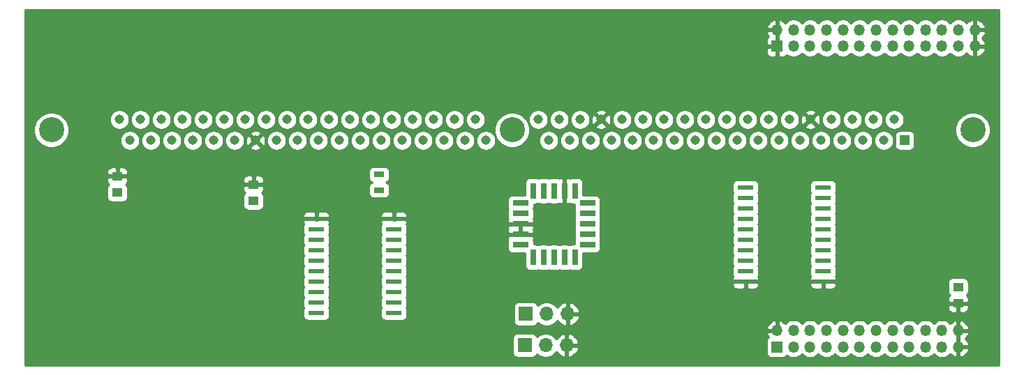
<source format=gbr>
%TF.GenerationSoftware,KiCad,Pcbnew,(5.1.9)-1*%
%TF.CreationDate,2021-01-17T12:11:35+11:00*%
%TF.ProjectId,SIMMCON,53494d4d-434f-44e2-9e6b-696361645f70,rev?*%
%TF.SameCoordinates,Original*%
%TF.FileFunction,Copper,L1,Top*%
%TF.FilePolarity,Positive*%
%FSLAX46Y46*%
G04 Gerber Fmt 4.6, Leading zero omitted, Abs format (unit mm)*
G04 Created by KiCad (PCBNEW (5.1.9)-1) date 2021-01-17 12:11:35*
%MOMM*%
%LPD*%
G01*
G04 APERTURE LIST*
%TA.AperFunction,SMDPad,CuDef*%
%ADD10R,1.300000X0.700000*%
%TD*%
%TA.AperFunction,SMDPad,CuDef*%
%ADD11R,1.250000X1.000000*%
%TD*%
%TA.AperFunction,SMDPad,CuDef*%
%ADD12R,0.700000X1.925000*%
%TD*%
%TA.AperFunction,SMDPad,CuDef*%
%ADD13R,1.925000X0.700000*%
%TD*%
%TA.AperFunction,SMDPad,CuDef*%
%ADD14R,1.950000X0.600000*%
%TD*%
%TA.AperFunction,ComponentPad*%
%ADD15R,1.700000X1.700000*%
%TD*%
%TA.AperFunction,ComponentPad*%
%ADD16O,1.700000X1.700000*%
%TD*%
%TA.AperFunction,ComponentPad*%
%ADD17C,3.048000*%
%TD*%
%TA.AperFunction,ComponentPad*%
%ADD18R,1.143000X1.143000*%
%TD*%
%TA.AperFunction,ComponentPad*%
%ADD19C,1.143000*%
%TD*%
%TA.AperFunction,ComponentPad*%
%ADD20R,1.350000X1.350000*%
%TD*%
%TA.AperFunction,ComponentPad*%
%ADD21O,1.350000X1.350000*%
%TD*%
%TA.AperFunction,Conductor*%
%ADD22C,0.254000*%
%TD*%
%TA.AperFunction,Conductor*%
%ADD23C,0.100000*%
%TD*%
G04 APERTURE END LIST*
D10*
%TO.P,R1,1*%
%TO.N,Net-(R1-Pad1)*%
X82931000Y-115890000D03*
%TO.P,R1,2*%
%TO.N,WE*%
X82931000Y-117790000D03*
%TD*%
D11*
%TO.P,C4,1*%
%TO.N,VCC*%
X67691000Y-117110000D03*
%TO.P,C4,2*%
%TO.N,GND*%
X67691000Y-119110000D03*
%TD*%
%TO.P,C3,1*%
%TO.N,VCC*%
X153162000Y-131556000D03*
%TO.P,C3,2*%
%TO.N,GND*%
X153162000Y-129556000D03*
%TD*%
%TO.P,C2,1*%
%TO.N,VCC*%
X51181000Y-116110000D03*
%TO.P,C2,2*%
%TO.N,GND*%
X51181000Y-118110000D03*
%TD*%
D12*
%TO.P,U0,1*%
%TO.N,A11*%
X104140000Y-117867500D03*
%TO.P,U0,2*%
%TO.N,A10*%
X102870000Y-117867500D03*
%TO.P,U0,3*%
%TO.N,RAS*%
X101600000Y-117867500D03*
%TO.P,U0,20*%
%TO.N,VCC*%
X105410000Y-117867500D03*
%TO.P,U0,19*%
%TO.N,RAS1*%
X106680000Y-117867500D03*
D13*
%TO.P,U0,4*%
%TO.N,PD1*%
X100087500Y-119380000D03*
%TO.P,U0,5*%
%TO.N,PD2*%
X100087500Y-120650000D03*
%TO.P,U0,6*%
%TO.N,VCC*%
X100087500Y-121920000D03*
%TO.P,U0,7*%
X100087500Y-123190000D03*
%TO.P,U0,8*%
%TO.N,CAS*%
X100087500Y-124460000D03*
D12*
%TO.P,U0,9*%
%TO.N,BASEM1*%
X101600000Y-125972500D03*
%TO.P,U0,10*%
%TO.N,GND*%
X102870000Y-125972500D03*
%TO.P,U0,11*%
X104140000Y-125972500D03*
%TO.P,U0,12*%
%TO.N,CAS2*%
X105410000Y-125972500D03*
%TO.P,U0,13*%
%TO.N,CAS0*%
X106680000Y-125972500D03*
D13*
%TO.P,U0,14*%
%TO.N,RAS0*%
X108192500Y-124460000D03*
%TO.P,U0,15*%
%TO.N,CASD*%
X108192500Y-123190000D03*
%TO.P,U0,16*%
%TO.N,CBR*%
X108192500Y-121920000D03*
%TO.P,U0,17*%
%TO.N,RA10*%
X108192500Y-120650000D03*
%TO.P,U0,18*%
%TO.N,RA11*%
X108192500Y-119380000D03*
%TD*%
D14*
%TO.P,U2,1*%
%TO.N,VCC*%
X75310000Y-121285000D03*
%TO.P,U2,2*%
%TO.N,A10*%
X75310000Y-122555000D03*
%TO.P,U2,3*%
%TO.N,A11*%
X75310000Y-123825000D03*
%TO.P,U2,4*%
%TO.N,A8*%
X75310000Y-125095000D03*
%TO.P,U2,5*%
%TO.N,A9*%
X75310000Y-126365000D03*
%TO.P,U2,6*%
%TO.N,CAS2*%
X75310000Y-127635000D03*
%TO.P,U2,7*%
%TO.N,CAS0*%
X75310000Y-128905000D03*
%TO.P,U2,8*%
%TO.N,RAS0*%
X75310000Y-130175000D03*
%TO.P,U2,9*%
%TO.N,RAS1*%
X75310000Y-131445000D03*
%TO.P,U2,10*%
%TO.N,GND*%
X75310000Y-132715000D03*
%TO.P,U2,11*%
%TO.N,BRAS1*%
X84710000Y-132715000D03*
%TO.P,U2,12*%
%TO.N,BRAS0*%
X84710000Y-131445000D03*
%TO.P,U2,13*%
%TO.N,BCAS0*%
X84710000Y-130175000D03*
%TO.P,U2,14*%
%TO.N,BCAS2*%
X84710000Y-128905000D03*
%TO.P,U2,15*%
%TO.N,AB9*%
X84710000Y-127635000D03*
%TO.P,U2,16*%
%TO.N,AB8*%
X84710000Y-126365000D03*
%TO.P,U2,17*%
%TO.N,AB11*%
X84710000Y-125095000D03*
%TO.P,U2,18*%
%TO.N,AB10*%
X84710000Y-123825000D03*
%TO.P,U2,19*%
%TO.N,GND*%
X84710000Y-122555000D03*
%TO.P,U2,20*%
%TO.N,VCC*%
X84710000Y-121285000D03*
%TD*%
%TO.P,U1,1*%
%TO.N,VCC*%
X136780000Y-128905000D03*
%TO.P,U1,2*%
%TO.N,A0*%
X136780000Y-127635000D03*
%TO.P,U1,3*%
%TO.N,A1*%
X136780000Y-126365000D03*
%TO.P,U1,4*%
%TO.N,A2*%
X136780000Y-125095000D03*
%TO.P,U1,5*%
%TO.N,A3*%
X136780000Y-123825000D03*
%TO.P,U1,6*%
%TO.N,A4*%
X136780000Y-122555000D03*
%TO.P,U1,7*%
%TO.N,A5*%
X136780000Y-121285000D03*
%TO.P,U1,8*%
%TO.N,A6*%
X136780000Y-120015000D03*
%TO.P,U1,9*%
%TO.N,A7*%
X136780000Y-118745000D03*
%TO.P,U1,10*%
%TO.N,GND*%
X136780000Y-117475000D03*
%TO.P,U1,11*%
%TO.N,AB7*%
X127380000Y-117475000D03*
%TO.P,U1,12*%
%TO.N,AB6*%
X127380000Y-118745000D03*
%TO.P,U1,13*%
%TO.N,AB5*%
X127380000Y-120015000D03*
%TO.P,U1,14*%
%TO.N,AB4*%
X127380000Y-121285000D03*
%TO.P,U1,15*%
%TO.N,AB3*%
X127380000Y-122555000D03*
%TO.P,U1,16*%
%TO.N,AB2*%
X127380000Y-123825000D03*
%TO.P,U1,17*%
%TO.N,AB1*%
X127380000Y-125095000D03*
%TO.P,U1,18*%
%TO.N,AB0*%
X127380000Y-126365000D03*
%TO.P,U1,19*%
%TO.N,GND*%
X127380000Y-127635000D03*
%TO.P,U1,20*%
%TO.N,VCC*%
X127380000Y-128905000D03*
%TD*%
D15*
%TO.P,JP2,1*%
%TO.N,GND*%
X100711000Y-132842000D03*
D16*
%TO.P,JP2,2*%
%TO.N,PD2*%
X103251000Y-132842000D03*
%TO.P,JP2,3*%
%TO.N,VCC*%
X105791000Y-132842000D03*
%TD*%
D15*
%TO.P,JP1,1*%
%TO.N,GND*%
X100584000Y-136652000D03*
D16*
%TO.P,JP1,2*%
%TO.N,PD1*%
X103124000Y-136652000D03*
%TO.P,JP1,3*%
%TO.N,VCC*%
X105664000Y-136652000D03*
%TD*%
D17*
%TO.P,SIMM72,*%
%TO.N,*%
X99060000Y-110490000D03*
X43180000Y-110490000D03*
X154940000Y-110490000D03*
D18*
%TO.P,SIMM72,1*%
%TO.N,GND*%
X146685000Y-111760000D03*
D19*
%TO.P,SIMM72,2*%
%TO.N,D0*%
X145415000Y-109220000D03*
%TO.P,SIMM72,3*%
X144145000Y-111760000D03*
%TO.P,SIMM72,4*%
%TO.N,D1*%
X142875000Y-109220000D03*
%TO.P,SIMM72,5*%
X141605000Y-111760000D03*
%TO.P,SIMM72,6*%
%TO.N,D2*%
X140335000Y-109220000D03*
%TO.P,SIMM72,7*%
X139065000Y-111760000D03*
%TO.P,SIMM72,8*%
%TO.N,D3*%
X137795000Y-109220000D03*
%TO.P,SIMM72,9*%
X136525000Y-111760000D03*
%TO.P,SIMM72,10*%
%TO.N,VCC*%
X135255000Y-109220000D03*
%TO.P,SIMM72,11*%
%TO.N,N/C*%
X133985000Y-111760000D03*
%TO.P,SIMM72,12*%
%TO.N,AB0*%
X132715000Y-109220000D03*
%TO.P,SIMM72,13*%
%TO.N,AB1*%
X131445000Y-111760000D03*
%TO.P,SIMM72,14*%
%TO.N,AB2*%
X130175000Y-109220000D03*
%TO.P,SIMM72,15*%
%TO.N,AB3*%
X128905000Y-111760000D03*
%TO.P,SIMM72,16*%
%TO.N,AB4*%
X127635000Y-109220000D03*
%TO.P,SIMM72,17*%
%TO.N,AB5*%
X126365000Y-111760000D03*
%TO.P,SIMM72,18*%
%TO.N,AB6*%
X125095000Y-109220000D03*
%TO.P,SIMM72,19*%
%TO.N,AB10*%
X123825000Y-111760000D03*
%TO.P,SIMM72,20*%
%TO.N,D4*%
X122555000Y-109220000D03*
%TO.P,SIMM72,21*%
X121285000Y-111760000D03*
%TO.P,SIMM72,22*%
%TO.N,D5*%
X120015000Y-109220000D03*
%TO.P,SIMM72,23*%
X118745000Y-111760000D03*
%TO.P,SIMM72,24*%
%TO.N,D6*%
X117475000Y-109220000D03*
%TO.P,SIMM72,25*%
X116205000Y-111760000D03*
%TO.P,SIMM72,26*%
%TO.N,D7*%
X114935000Y-109220000D03*
%TO.P,SIMM72,27*%
X113665000Y-111760000D03*
%TO.P,SIMM72,28*%
%TO.N,AB7*%
X112395000Y-109220000D03*
%TO.P,SIMM72,29*%
%TO.N,AB11*%
X111125000Y-111760000D03*
%TO.P,SIMM72,30*%
%TO.N,VCC*%
X109855000Y-109220000D03*
%TO.P,SIMM72,31*%
%TO.N,AB8*%
X108585000Y-111760000D03*
%TO.P,SIMM72,32*%
%TO.N,AB9*%
X107315000Y-109220000D03*
%TO.P,SIMM72,33*%
%TO.N,BRAS1*%
X106045000Y-111760000D03*
%TO.P,SIMM72,34*%
%TO.N,BRAS0*%
X104775000Y-109220000D03*
%TO.P,SIMM72,35*%
%TO.N,N/C*%
X103505000Y-111760000D03*
%TO.P,SIMM72,36*%
X102235000Y-109220000D03*
%TO.P,SIMM72,37*%
X95885000Y-111760000D03*
%TO.P,SIMM72,38*%
X94615000Y-109220000D03*
%TO.P,SIMM72,39*%
%TO.N,GND*%
X93345000Y-111760000D03*
%TO.P,SIMM72,40*%
%TO.N,BCAS0*%
X92075000Y-109220000D03*
%TO.P,SIMM72,41*%
X90805000Y-111760000D03*
%TO.P,SIMM72,42*%
%TO.N,BCAS2*%
X89535000Y-109220000D03*
%TO.P,SIMM72,43*%
X88265000Y-111760000D03*
%TO.P,SIMM72,44*%
%TO.N,BRAS0*%
X86995000Y-109220000D03*
%TO.P,SIMM72,45*%
%TO.N,BRAS1*%
X85725000Y-111760000D03*
%TO.P,SIMM72,46*%
%TO.N,N/C*%
X84455000Y-109220000D03*
%TO.P,SIMM72,47*%
%TO.N,Net-(R1-Pad1)*%
X83185000Y-111760000D03*
%TO.P,SIMM72,48*%
%TO.N,N/C*%
X81915000Y-109220000D03*
%TO.P,SIMM72,49*%
%TO.N,D8*%
X80645000Y-111760000D03*
%TO.P,SIMM72,50*%
X79375000Y-109220000D03*
%TO.P,SIMM72,51*%
%TO.N,D9*%
X78105000Y-111760000D03*
%TO.P,SIMM72,52*%
X76835000Y-109220000D03*
%TO.P,SIMM72,53*%
%TO.N,D10*%
X75565000Y-111760000D03*
%TO.P,SIMM72,54*%
X74295000Y-109220000D03*
%TO.P,SIMM72,55*%
%TO.N,D11*%
X73025000Y-111760000D03*
%TO.P,SIMM72,56*%
X71755000Y-109220000D03*
%TO.P,SIMM72,57*%
%TO.N,D12*%
X70485000Y-111760000D03*
%TO.P,SIMM72,58*%
X69215000Y-109220000D03*
%TO.P,SIMM72,59*%
%TO.N,VCC*%
X67945000Y-111760000D03*
%TO.P,SIMM72,60*%
%TO.N,D13*%
X66675000Y-109220000D03*
%TO.P,SIMM72,61*%
X65405000Y-111760000D03*
%TO.P,SIMM72,62*%
%TO.N,D14*%
X64135000Y-109220000D03*
%TO.P,SIMM72,63*%
X62865000Y-111760000D03*
%TO.P,SIMM72,64*%
%TO.N,D15*%
X61595000Y-109220000D03*
%TO.P,SIMM72,65*%
X60325000Y-111760000D03*
%TO.P,SIMM72,66*%
%TO.N,N/C*%
X59055000Y-109220000D03*
%TO.P,SIMM72,67*%
%TO.N,Net-(SIMM72-Pad67)*%
X57785000Y-111760000D03*
%TO.P,SIMM72,68*%
%TO.N,Net-(SIMM72-Pad68)*%
X56515000Y-109220000D03*
%TO.P,SIMM72,69*%
%TO.N,N/C*%
X55245000Y-111760000D03*
%TO.P,SIMM72,70*%
X53975000Y-109220000D03*
%TO.P,SIMM72,71*%
X52705000Y-111760000D03*
%TO.P,SIMM72,72*%
%TO.N,GND*%
X51435000Y-109220000D03*
%TD*%
D20*
%TO.P,J1,1*%
%TO.N,VCC*%
X131191000Y-100330000D03*
D21*
%TO.P,J1,2*%
X131191000Y-98330000D03*
%TO.P,J1,3*%
%TO.N,A4*%
X133191000Y-100330000D03*
%TO.P,J1,4*%
%TO.N,A9*%
X133191000Y-98330000D03*
%TO.P,J1,5*%
%TO.N,A6*%
X135191000Y-100330000D03*
%TO.P,J1,6*%
%TO.N,A5*%
X135191000Y-98330000D03*
%TO.P,J1,7*%
%TO.N,A8*%
X137191000Y-100330000D03*
%TO.P,J1,8*%
%TO.N,A7*%
X137191000Y-98330000D03*
%TO.P,J1,9*%
%TO.N,GND*%
X139191000Y-100330000D03*
%TO.P,J1,10*%
X139191000Y-98330000D03*
%TO.P,J1,11*%
X141191000Y-100330000D03*
%TO.P,J1,12*%
X141191000Y-98330000D03*
%TO.P,J1,13*%
%TO.N,CAS*%
X143191000Y-100330000D03*
%TO.P,J1,14*%
%TO.N,BASEM1*%
X143191000Y-98330000D03*
%TO.P,J1,15*%
%TO.N,GND*%
X145191000Y-100330000D03*
%TO.P,J1,16*%
X145191000Y-98330000D03*
%TO.P,J1,17*%
%TO.N,D9*%
X147191000Y-100330000D03*
%TO.P,J1,18*%
%TO.N,D8*%
X147191000Y-98330000D03*
%TO.P,J1,19*%
%TO.N,D11*%
X149191000Y-100330000D03*
%TO.P,J1,20*%
%TO.N,D10*%
X149191000Y-98330000D03*
%TO.P,J1,21*%
%TO.N,D13*%
X151191000Y-100330000D03*
%TO.P,J1,22*%
%TO.N,D12*%
X151191000Y-98330000D03*
%TO.P,J1,23*%
%TO.N,D15*%
X153191000Y-100330000D03*
%TO.P,J1,24*%
%TO.N,D14*%
X153191000Y-98330000D03*
%TO.P,J1,25*%
%TO.N,VCC*%
X155191000Y-100330000D03*
%TO.P,J1,26*%
X155191000Y-98330000D03*
%TD*%
D20*
%TO.P,J2,1*%
%TO.N,BASEM0*%
X131191000Y-136842000D03*
D21*
%TO.P,J2,2*%
%TO.N,VCC*%
X131191000Y-134842000D03*
%TO.P,J2,3*%
%TO.N,A3*%
X133191000Y-136842000D03*
%TO.P,J2,4*%
%TO.N,A10*%
X133191000Y-134842000D03*
%TO.P,J2,5*%
%TO.N,A1*%
X135191000Y-136842000D03*
%TO.P,J2,6*%
%TO.N,A2*%
X135191000Y-134842000D03*
%TO.P,J2,7*%
%TO.N,A11*%
X137191000Y-136842000D03*
%TO.P,J2,8*%
%TO.N,A0*%
X137191000Y-134842000D03*
%TO.P,J2,9*%
%TO.N,GND*%
X139191000Y-136842000D03*
%TO.P,J2,10*%
X139191000Y-134842000D03*
%TO.P,J2,11*%
%TO.N,WE*%
X141191000Y-136842000D03*
%TO.P,J2,12*%
%TO.N,RAS*%
X141191000Y-134842000D03*
%TO.P,J2,13*%
%TO.N,GND*%
X143191000Y-136842000D03*
%TO.P,J2,14*%
X143191000Y-134842000D03*
%TO.P,J2,15*%
%TO.N,D6*%
X145191000Y-136842000D03*
%TO.P,J2,16*%
%TO.N,D7*%
X145191000Y-134842000D03*
%TO.P,J2,17*%
%TO.N,D4*%
X147191000Y-136842000D03*
%TO.P,J2,18*%
%TO.N,D5*%
X147191000Y-134842000D03*
%TO.P,J2,19*%
%TO.N,D2*%
X149191000Y-136842000D03*
%TO.P,J2,20*%
%TO.N,D3*%
X149191000Y-134842000D03*
%TO.P,J2,21*%
%TO.N,D0*%
X151191000Y-136842000D03*
%TO.P,J2,22*%
%TO.N,D1*%
X151191000Y-134842000D03*
%TO.P,J2,23*%
%TO.N,VCC*%
X153191000Y-136842000D03*
%TO.P,J2,24*%
X153191000Y-134842000D03*
%TD*%
D22*
%TO.N,VCC*%
X158090001Y-139040000D02*
X40030000Y-139040000D01*
X40030000Y-135802000D01*
X99095928Y-135802000D01*
X99095928Y-137502000D01*
X99108188Y-137626482D01*
X99144498Y-137746180D01*
X99203463Y-137856494D01*
X99282815Y-137953185D01*
X99379506Y-138032537D01*
X99489820Y-138091502D01*
X99609518Y-138127812D01*
X99734000Y-138140072D01*
X101434000Y-138140072D01*
X101558482Y-138127812D01*
X101678180Y-138091502D01*
X101788494Y-138032537D01*
X101885185Y-137953185D01*
X101964537Y-137856494D01*
X102023502Y-137746180D01*
X102045513Y-137673620D01*
X102177368Y-137805475D01*
X102420589Y-137967990D01*
X102690842Y-138079932D01*
X102977740Y-138137000D01*
X103270260Y-138137000D01*
X103557158Y-138079932D01*
X103827411Y-137967990D01*
X104070632Y-137805475D01*
X104277475Y-137598632D01*
X104399195Y-137416466D01*
X104468822Y-137533355D01*
X104663731Y-137749588D01*
X104897080Y-137923641D01*
X105159901Y-138048825D01*
X105307110Y-138093476D01*
X105537000Y-137972155D01*
X105537000Y-136779000D01*
X105791000Y-136779000D01*
X105791000Y-137972155D01*
X106020890Y-138093476D01*
X106168099Y-138048825D01*
X106430920Y-137923641D01*
X106664269Y-137749588D01*
X106859178Y-137533355D01*
X107008157Y-137283252D01*
X107105481Y-137008891D01*
X106984814Y-136779000D01*
X105791000Y-136779000D01*
X105537000Y-136779000D01*
X105517000Y-136779000D01*
X105517000Y-136525000D01*
X105537000Y-136525000D01*
X105537000Y-135331845D01*
X105791000Y-135331845D01*
X105791000Y-136525000D01*
X106984814Y-136525000D01*
X107105481Y-136295109D01*
X107060037Y-136167000D01*
X129877928Y-136167000D01*
X129877928Y-137517000D01*
X129890188Y-137641482D01*
X129926498Y-137761180D01*
X129985463Y-137871494D01*
X130064815Y-137968185D01*
X130161506Y-138047537D01*
X130271820Y-138106502D01*
X130391518Y-138142812D01*
X130516000Y-138155072D01*
X131866000Y-138155072D01*
X131990482Y-138142812D01*
X132110180Y-138106502D01*
X132220494Y-138047537D01*
X132317185Y-137968185D01*
X132388487Y-137881303D01*
X132570482Y-138002907D01*
X132808887Y-138101658D01*
X133061976Y-138152000D01*
X133320024Y-138152000D01*
X133573113Y-138101658D01*
X133811518Y-138002907D01*
X134026077Y-137859544D01*
X134191000Y-137694621D01*
X134355923Y-137859544D01*
X134570482Y-138002907D01*
X134808887Y-138101658D01*
X135061976Y-138152000D01*
X135320024Y-138152000D01*
X135573113Y-138101658D01*
X135811518Y-138002907D01*
X136026077Y-137859544D01*
X136191000Y-137694621D01*
X136355923Y-137859544D01*
X136570482Y-138002907D01*
X136808887Y-138101658D01*
X137061976Y-138152000D01*
X137320024Y-138152000D01*
X137573113Y-138101658D01*
X137811518Y-138002907D01*
X138026077Y-137859544D01*
X138191000Y-137694621D01*
X138355923Y-137859544D01*
X138570482Y-138002907D01*
X138808887Y-138101658D01*
X139061976Y-138152000D01*
X139320024Y-138152000D01*
X139573113Y-138101658D01*
X139811518Y-138002907D01*
X140026077Y-137859544D01*
X140191000Y-137694621D01*
X140355923Y-137859544D01*
X140570482Y-138002907D01*
X140808887Y-138101658D01*
X141061976Y-138152000D01*
X141320024Y-138152000D01*
X141573113Y-138101658D01*
X141811518Y-138002907D01*
X142026077Y-137859544D01*
X142191000Y-137694621D01*
X142355923Y-137859544D01*
X142570482Y-138002907D01*
X142808887Y-138101658D01*
X143061976Y-138152000D01*
X143320024Y-138152000D01*
X143573113Y-138101658D01*
X143811518Y-138002907D01*
X144026077Y-137859544D01*
X144191000Y-137694621D01*
X144355923Y-137859544D01*
X144570482Y-138002907D01*
X144808887Y-138101658D01*
X145061976Y-138152000D01*
X145320024Y-138152000D01*
X145573113Y-138101658D01*
X145811518Y-138002907D01*
X146026077Y-137859544D01*
X146191000Y-137694621D01*
X146355923Y-137859544D01*
X146570482Y-138002907D01*
X146808887Y-138101658D01*
X147061976Y-138152000D01*
X147320024Y-138152000D01*
X147573113Y-138101658D01*
X147811518Y-138002907D01*
X148026077Y-137859544D01*
X148191000Y-137694621D01*
X148355923Y-137859544D01*
X148570482Y-138002907D01*
X148808887Y-138101658D01*
X149061976Y-138152000D01*
X149320024Y-138152000D01*
X149573113Y-138101658D01*
X149811518Y-138002907D01*
X150026077Y-137859544D01*
X150191000Y-137694621D01*
X150355923Y-137859544D01*
X150570482Y-138002907D01*
X150808887Y-138101658D01*
X151061976Y-138152000D01*
X151320024Y-138152000D01*
X151573113Y-138101658D01*
X151811518Y-138002907D01*
X152026077Y-137859544D01*
X152197681Y-137687940D01*
X152319773Y-137820303D01*
X152527371Y-137971473D01*
X152760472Y-138079238D01*
X152861600Y-138109910D01*
X153064000Y-137986224D01*
X153064000Y-136969000D01*
X153318000Y-136969000D01*
X153318000Y-137986224D01*
X153520400Y-138109910D01*
X153621528Y-138079238D01*
X153854629Y-137971473D01*
X154062227Y-137820303D01*
X154236344Y-137631537D01*
X154370289Y-137412430D01*
X154458915Y-137171401D01*
X154336085Y-136969000D01*
X153318000Y-136969000D01*
X153064000Y-136969000D01*
X153044000Y-136969000D01*
X153044000Y-136715000D01*
X153064000Y-136715000D01*
X153064000Y-134969000D01*
X153318000Y-134969000D01*
X153318000Y-136715000D01*
X154336085Y-136715000D01*
X154458915Y-136512599D01*
X154370289Y-136271570D01*
X154236344Y-136052463D01*
X154062227Y-135863697D01*
X154032431Y-135842000D01*
X154062227Y-135820303D01*
X154236344Y-135631537D01*
X154370289Y-135412430D01*
X154458915Y-135171401D01*
X154336085Y-134969000D01*
X153318000Y-134969000D01*
X153064000Y-134969000D01*
X153044000Y-134969000D01*
X153044000Y-134715000D01*
X153064000Y-134715000D01*
X153064000Y-133697776D01*
X153318000Y-133697776D01*
X153318000Y-134715000D01*
X154336085Y-134715000D01*
X154458915Y-134512599D01*
X154370289Y-134271570D01*
X154236344Y-134052463D01*
X154062227Y-133863697D01*
X153854629Y-133712527D01*
X153621528Y-133604762D01*
X153520400Y-133574090D01*
X153318000Y-133697776D01*
X153064000Y-133697776D01*
X152861600Y-133574090D01*
X152760472Y-133604762D01*
X152527371Y-133712527D01*
X152319773Y-133863697D01*
X152197681Y-133996060D01*
X152026077Y-133824456D01*
X151811518Y-133681093D01*
X151573113Y-133582342D01*
X151320024Y-133532000D01*
X151061976Y-133532000D01*
X150808887Y-133582342D01*
X150570482Y-133681093D01*
X150355923Y-133824456D01*
X150191000Y-133989379D01*
X150026077Y-133824456D01*
X149811518Y-133681093D01*
X149573113Y-133582342D01*
X149320024Y-133532000D01*
X149061976Y-133532000D01*
X148808887Y-133582342D01*
X148570482Y-133681093D01*
X148355923Y-133824456D01*
X148191000Y-133989379D01*
X148026077Y-133824456D01*
X147811518Y-133681093D01*
X147573113Y-133582342D01*
X147320024Y-133532000D01*
X147061976Y-133532000D01*
X146808887Y-133582342D01*
X146570482Y-133681093D01*
X146355923Y-133824456D01*
X146191000Y-133989379D01*
X146026077Y-133824456D01*
X145811518Y-133681093D01*
X145573113Y-133582342D01*
X145320024Y-133532000D01*
X145061976Y-133532000D01*
X144808887Y-133582342D01*
X144570482Y-133681093D01*
X144355923Y-133824456D01*
X144191000Y-133989379D01*
X144026077Y-133824456D01*
X143811518Y-133681093D01*
X143573113Y-133582342D01*
X143320024Y-133532000D01*
X143061976Y-133532000D01*
X142808887Y-133582342D01*
X142570482Y-133681093D01*
X142355923Y-133824456D01*
X142191000Y-133989379D01*
X142026077Y-133824456D01*
X141811518Y-133681093D01*
X141573113Y-133582342D01*
X141320024Y-133532000D01*
X141061976Y-133532000D01*
X140808887Y-133582342D01*
X140570482Y-133681093D01*
X140355923Y-133824456D01*
X140191000Y-133989379D01*
X140026077Y-133824456D01*
X139811518Y-133681093D01*
X139573113Y-133582342D01*
X139320024Y-133532000D01*
X139061976Y-133532000D01*
X138808887Y-133582342D01*
X138570482Y-133681093D01*
X138355923Y-133824456D01*
X138191000Y-133989379D01*
X138026077Y-133824456D01*
X137811518Y-133681093D01*
X137573113Y-133582342D01*
X137320024Y-133532000D01*
X137061976Y-133532000D01*
X136808887Y-133582342D01*
X136570482Y-133681093D01*
X136355923Y-133824456D01*
X136191000Y-133989379D01*
X136026077Y-133824456D01*
X135811518Y-133681093D01*
X135573113Y-133582342D01*
X135320024Y-133532000D01*
X135061976Y-133532000D01*
X134808887Y-133582342D01*
X134570482Y-133681093D01*
X134355923Y-133824456D01*
X134191000Y-133989379D01*
X134026077Y-133824456D01*
X133811518Y-133681093D01*
X133573113Y-133582342D01*
X133320024Y-133532000D01*
X133061976Y-133532000D01*
X132808887Y-133582342D01*
X132570482Y-133681093D01*
X132355923Y-133824456D01*
X132184319Y-133996060D01*
X132062227Y-133863697D01*
X131854629Y-133712527D01*
X131621528Y-133604762D01*
X131520400Y-133574090D01*
X131318000Y-133697776D01*
X131318000Y-134715000D01*
X131338000Y-134715000D01*
X131338000Y-134969000D01*
X131318000Y-134969000D01*
X131318000Y-134989000D01*
X131064000Y-134989000D01*
X131064000Y-134969000D01*
X130045915Y-134969000D01*
X129923085Y-135171401D01*
X130011711Y-135412430D01*
X130145656Y-135631537D01*
X130155071Y-135641744D01*
X130064815Y-135715815D01*
X129985463Y-135812506D01*
X129926498Y-135922820D01*
X129890188Y-136042518D01*
X129877928Y-136167000D01*
X107060037Y-136167000D01*
X107008157Y-136020748D01*
X106859178Y-135770645D01*
X106664269Y-135554412D01*
X106430920Y-135380359D01*
X106168099Y-135255175D01*
X106020890Y-135210524D01*
X105791000Y-135331845D01*
X105537000Y-135331845D01*
X105307110Y-135210524D01*
X105159901Y-135255175D01*
X104897080Y-135380359D01*
X104663731Y-135554412D01*
X104468822Y-135770645D01*
X104399195Y-135887534D01*
X104277475Y-135705368D01*
X104070632Y-135498525D01*
X103827411Y-135336010D01*
X103557158Y-135224068D01*
X103270260Y-135167000D01*
X102977740Y-135167000D01*
X102690842Y-135224068D01*
X102420589Y-135336010D01*
X102177368Y-135498525D01*
X102045513Y-135630380D01*
X102023502Y-135557820D01*
X101964537Y-135447506D01*
X101885185Y-135350815D01*
X101788494Y-135271463D01*
X101678180Y-135212498D01*
X101558482Y-135176188D01*
X101434000Y-135163928D01*
X99734000Y-135163928D01*
X99609518Y-135176188D01*
X99489820Y-135212498D01*
X99379506Y-135271463D01*
X99282815Y-135350815D01*
X99203463Y-135447506D01*
X99144498Y-135557820D01*
X99108188Y-135677518D01*
X99095928Y-135802000D01*
X40030000Y-135802000D01*
X40030000Y-134512599D01*
X129923085Y-134512599D01*
X130045915Y-134715000D01*
X131064000Y-134715000D01*
X131064000Y-133697776D01*
X130861600Y-133574090D01*
X130760472Y-133604762D01*
X130527371Y-133712527D01*
X130319773Y-133863697D01*
X130145656Y-134052463D01*
X130011711Y-134271570D01*
X129923085Y-134512599D01*
X40030000Y-134512599D01*
X40030000Y-121585000D01*
X73696928Y-121585000D01*
X73709188Y-121709482D01*
X73745498Y-121829180D01*
X73794043Y-121920000D01*
X73745498Y-122010820D01*
X73709188Y-122130518D01*
X73696928Y-122255000D01*
X73696928Y-122855000D01*
X73709188Y-122979482D01*
X73745498Y-123099180D01*
X73794043Y-123190000D01*
X73745498Y-123280820D01*
X73709188Y-123400518D01*
X73696928Y-123525000D01*
X73696928Y-124125000D01*
X73709188Y-124249482D01*
X73745498Y-124369180D01*
X73794043Y-124460000D01*
X73745498Y-124550820D01*
X73709188Y-124670518D01*
X73696928Y-124795000D01*
X73696928Y-125395000D01*
X73709188Y-125519482D01*
X73745498Y-125639180D01*
X73794043Y-125730000D01*
X73745498Y-125820820D01*
X73709188Y-125940518D01*
X73696928Y-126065000D01*
X73696928Y-126665000D01*
X73709188Y-126789482D01*
X73745498Y-126909180D01*
X73794043Y-127000000D01*
X73745498Y-127090820D01*
X73709188Y-127210518D01*
X73696928Y-127335000D01*
X73696928Y-127935000D01*
X73709188Y-128059482D01*
X73745498Y-128179180D01*
X73794043Y-128270000D01*
X73745498Y-128360820D01*
X73709188Y-128480518D01*
X73696928Y-128605000D01*
X73696928Y-129205000D01*
X73709188Y-129329482D01*
X73745498Y-129449180D01*
X73794043Y-129540000D01*
X73745498Y-129630820D01*
X73709188Y-129750518D01*
X73696928Y-129875000D01*
X73696928Y-130475000D01*
X73709188Y-130599482D01*
X73745498Y-130719180D01*
X73794043Y-130810000D01*
X73745498Y-130900820D01*
X73709188Y-131020518D01*
X73696928Y-131145000D01*
X73696928Y-131745000D01*
X73709188Y-131869482D01*
X73745498Y-131989180D01*
X73794043Y-132080000D01*
X73745498Y-132170820D01*
X73709188Y-132290518D01*
X73696928Y-132415000D01*
X73696928Y-133015000D01*
X73709188Y-133139482D01*
X73745498Y-133259180D01*
X73804463Y-133369494D01*
X73883815Y-133466185D01*
X73980506Y-133545537D01*
X74090820Y-133604502D01*
X74210518Y-133640812D01*
X74335000Y-133653072D01*
X76285000Y-133653072D01*
X76409482Y-133640812D01*
X76529180Y-133604502D01*
X76639494Y-133545537D01*
X76736185Y-133466185D01*
X76815537Y-133369494D01*
X76874502Y-133259180D01*
X76910812Y-133139482D01*
X76923072Y-133015000D01*
X76923072Y-132415000D01*
X76910812Y-132290518D01*
X76874502Y-132170820D01*
X76825957Y-132080000D01*
X76874502Y-131989180D01*
X76910812Y-131869482D01*
X76923072Y-131745000D01*
X76923072Y-131145000D01*
X76910812Y-131020518D01*
X76874502Y-130900820D01*
X76825957Y-130810000D01*
X76874502Y-130719180D01*
X76910812Y-130599482D01*
X76923072Y-130475000D01*
X76923072Y-129875000D01*
X76910812Y-129750518D01*
X76874502Y-129630820D01*
X76825957Y-129540000D01*
X76874502Y-129449180D01*
X76910812Y-129329482D01*
X76923072Y-129205000D01*
X76923072Y-128605000D01*
X76910812Y-128480518D01*
X76874502Y-128360820D01*
X76825957Y-128270000D01*
X76874502Y-128179180D01*
X76910812Y-128059482D01*
X76923072Y-127935000D01*
X76923072Y-127335000D01*
X76910812Y-127210518D01*
X76874502Y-127090820D01*
X76825957Y-127000000D01*
X76874502Y-126909180D01*
X76910812Y-126789482D01*
X76923072Y-126665000D01*
X76923072Y-126065000D01*
X76910812Y-125940518D01*
X76874502Y-125820820D01*
X76825957Y-125730000D01*
X76874502Y-125639180D01*
X76910812Y-125519482D01*
X76923072Y-125395000D01*
X76923072Y-124795000D01*
X76910812Y-124670518D01*
X76874502Y-124550820D01*
X76825957Y-124460000D01*
X76874502Y-124369180D01*
X76910812Y-124249482D01*
X76923072Y-124125000D01*
X76923072Y-123525000D01*
X76910812Y-123400518D01*
X76874502Y-123280820D01*
X76825957Y-123190000D01*
X76874502Y-123099180D01*
X76910812Y-122979482D01*
X76923072Y-122855000D01*
X76923072Y-122255000D01*
X76910812Y-122130518D01*
X76874502Y-122010820D01*
X76825957Y-121920000D01*
X76874502Y-121829180D01*
X76910812Y-121709482D01*
X76923072Y-121585000D01*
X83096928Y-121585000D01*
X83109188Y-121709482D01*
X83145498Y-121829180D01*
X83194043Y-121920000D01*
X83145498Y-122010820D01*
X83109188Y-122130518D01*
X83096928Y-122255000D01*
X83096928Y-122855000D01*
X83109188Y-122979482D01*
X83145498Y-123099180D01*
X83194043Y-123190000D01*
X83145498Y-123280820D01*
X83109188Y-123400518D01*
X83096928Y-123525000D01*
X83096928Y-124125000D01*
X83109188Y-124249482D01*
X83145498Y-124369180D01*
X83194043Y-124460000D01*
X83145498Y-124550820D01*
X83109188Y-124670518D01*
X83096928Y-124795000D01*
X83096928Y-125395000D01*
X83109188Y-125519482D01*
X83145498Y-125639180D01*
X83194043Y-125730000D01*
X83145498Y-125820820D01*
X83109188Y-125940518D01*
X83096928Y-126065000D01*
X83096928Y-126665000D01*
X83109188Y-126789482D01*
X83145498Y-126909180D01*
X83194043Y-127000000D01*
X83145498Y-127090820D01*
X83109188Y-127210518D01*
X83096928Y-127335000D01*
X83096928Y-127935000D01*
X83109188Y-128059482D01*
X83145498Y-128179180D01*
X83194043Y-128270000D01*
X83145498Y-128360820D01*
X83109188Y-128480518D01*
X83096928Y-128605000D01*
X83096928Y-129205000D01*
X83109188Y-129329482D01*
X83145498Y-129449180D01*
X83194043Y-129540000D01*
X83145498Y-129630820D01*
X83109188Y-129750518D01*
X83096928Y-129875000D01*
X83096928Y-130475000D01*
X83109188Y-130599482D01*
X83145498Y-130719180D01*
X83194043Y-130810000D01*
X83145498Y-130900820D01*
X83109188Y-131020518D01*
X83096928Y-131145000D01*
X83096928Y-131745000D01*
X83109188Y-131869482D01*
X83145498Y-131989180D01*
X83194043Y-132080000D01*
X83145498Y-132170820D01*
X83109188Y-132290518D01*
X83096928Y-132415000D01*
X83096928Y-133015000D01*
X83109188Y-133139482D01*
X83145498Y-133259180D01*
X83204463Y-133369494D01*
X83283815Y-133466185D01*
X83380506Y-133545537D01*
X83490820Y-133604502D01*
X83610518Y-133640812D01*
X83735000Y-133653072D01*
X85685000Y-133653072D01*
X85809482Y-133640812D01*
X85929180Y-133604502D01*
X86039494Y-133545537D01*
X86136185Y-133466185D01*
X86215537Y-133369494D01*
X86274502Y-133259180D01*
X86310812Y-133139482D01*
X86323072Y-133015000D01*
X86323072Y-132415000D01*
X86310812Y-132290518D01*
X86274502Y-132170820D01*
X86225957Y-132080000D01*
X86272994Y-131992000D01*
X99222928Y-131992000D01*
X99222928Y-133692000D01*
X99235188Y-133816482D01*
X99271498Y-133936180D01*
X99330463Y-134046494D01*
X99409815Y-134143185D01*
X99506506Y-134222537D01*
X99616820Y-134281502D01*
X99736518Y-134317812D01*
X99861000Y-134330072D01*
X101561000Y-134330072D01*
X101685482Y-134317812D01*
X101805180Y-134281502D01*
X101915494Y-134222537D01*
X102012185Y-134143185D01*
X102091537Y-134046494D01*
X102150502Y-133936180D01*
X102172513Y-133863620D01*
X102304368Y-133995475D01*
X102547589Y-134157990D01*
X102817842Y-134269932D01*
X103104740Y-134327000D01*
X103397260Y-134327000D01*
X103684158Y-134269932D01*
X103954411Y-134157990D01*
X104197632Y-133995475D01*
X104404475Y-133788632D01*
X104526195Y-133606466D01*
X104595822Y-133723355D01*
X104790731Y-133939588D01*
X105024080Y-134113641D01*
X105286901Y-134238825D01*
X105434110Y-134283476D01*
X105664000Y-134162155D01*
X105664000Y-132969000D01*
X105918000Y-132969000D01*
X105918000Y-134162155D01*
X106147890Y-134283476D01*
X106295099Y-134238825D01*
X106557920Y-134113641D01*
X106791269Y-133939588D01*
X106986178Y-133723355D01*
X107135157Y-133473252D01*
X107232481Y-133198891D01*
X107111814Y-132969000D01*
X105918000Y-132969000D01*
X105664000Y-132969000D01*
X105644000Y-132969000D01*
X105644000Y-132715000D01*
X105664000Y-132715000D01*
X105664000Y-131521845D01*
X105918000Y-131521845D01*
X105918000Y-132715000D01*
X107111814Y-132715000D01*
X107232481Y-132485109D01*
X107135157Y-132210748D01*
X107042979Y-132056000D01*
X151898928Y-132056000D01*
X151911188Y-132180482D01*
X151947498Y-132300180D01*
X152006463Y-132410494D01*
X152085815Y-132507185D01*
X152182506Y-132586537D01*
X152292820Y-132645502D01*
X152412518Y-132681812D01*
X152537000Y-132694072D01*
X152876250Y-132691000D01*
X153035000Y-132532250D01*
X153035000Y-131683000D01*
X153289000Y-131683000D01*
X153289000Y-132532250D01*
X153447750Y-132691000D01*
X153787000Y-132694072D01*
X153911482Y-132681812D01*
X154031180Y-132645502D01*
X154141494Y-132586537D01*
X154238185Y-132507185D01*
X154317537Y-132410494D01*
X154376502Y-132300180D01*
X154412812Y-132180482D01*
X154425072Y-132056000D01*
X154422000Y-131841750D01*
X154263250Y-131683000D01*
X153289000Y-131683000D01*
X153035000Y-131683000D01*
X152060750Y-131683000D01*
X151902000Y-131841750D01*
X151898928Y-132056000D01*
X107042979Y-132056000D01*
X106986178Y-131960645D01*
X106791269Y-131744412D01*
X106557920Y-131570359D01*
X106295099Y-131445175D01*
X106147890Y-131400524D01*
X105918000Y-131521845D01*
X105664000Y-131521845D01*
X105434110Y-131400524D01*
X105286901Y-131445175D01*
X105024080Y-131570359D01*
X104790731Y-131744412D01*
X104595822Y-131960645D01*
X104526195Y-132077534D01*
X104404475Y-131895368D01*
X104197632Y-131688525D01*
X103954411Y-131526010D01*
X103684158Y-131414068D01*
X103397260Y-131357000D01*
X103104740Y-131357000D01*
X102817842Y-131414068D01*
X102547589Y-131526010D01*
X102304368Y-131688525D01*
X102172513Y-131820380D01*
X102150502Y-131747820D01*
X102091537Y-131637506D01*
X102012185Y-131540815D01*
X101915494Y-131461463D01*
X101805180Y-131402498D01*
X101685482Y-131366188D01*
X101561000Y-131353928D01*
X99861000Y-131353928D01*
X99736518Y-131366188D01*
X99616820Y-131402498D01*
X99506506Y-131461463D01*
X99409815Y-131540815D01*
X99330463Y-131637506D01*
X99271498Y-131747820D01*
X99235188Y-131867518D01*
X99222928Y-131992000D01*
X86272994Y-131992000D01*
X86274502Y-131989180D01*
X86310812Y-131869482D01*
X86323072Y-131745000D01*
X86323072Y-131145000D01*
X86310812Y-131020518D01*
X86274502Y-130900820D01*
X86225957Y-130810000D01*
X86274502Y-130719180D01*
X86310812Y-130599482D01*
X86323072Y-130475000D01*
X86323072Y-129875000D01*
X86310812Y-129750518D01*
X86274502Y-129630820D01*
X86225957Y-129540000D01*
X86274502Y-129449180D01*
X86310812Y-129329482D01*
X86323072Y-129205000D01*
X125766928Y-129205000D01*
X125779188Y-129329482D01*
X125815498Y-129449180D01*
X125874463Y-129559494D01*
X125953815Y-129656185D01*
X126050506Y-129735537D01*
X126160820Y-129794502D01*
X126280518Y-129830812D01*
X126405000Y-129843072D01*
X127094250Y-129840000D01*
X127253000Y-129681250D01*
X127253000Y-129032000D01*
X127507000Y-129032000D01*
X127507000Y-129681250D01*
X127665750Y-129840000D01*
X128355000Y-129843072D01*
X128479482Y-129830812D01*
X128599180Y-129794502D01*
X128709494Y-129735537D01*
X128806185Y-129656185D01*
X128885537Y-129559494D01*
X128944502Y-129449180D01*
X128980812Y-129329482D01*
X128993072Y-129205000D01*
X135166928Y-129205000D01*
X135179188Y-129329482D01*
X135215498Y-129449180D01*
X135274463Y-129559494D01*
X135353815Y-129656185D01*
X135450506Y-129735537D01*
X135560820Y-129794502D01*
X135680518Y-129830812D01*
X135805000Y-129843072D01*
X136494250Y-129840000D01*
X136653000Y-129681250D01*
X136653000Y-129032000D01*
X136907000Y-129032000D01*
X136907000Y-129681250D01*
X137065750Y-129840000D01*
X137755000Y-129843072D01*
X137879482Y-129830812D01*
X137999180Y-129794502D01*
X138109494Y-129735537D01*
X138206185Y-129656185D01*
X138285537Y-129559494D01*
X138344502Y-129449180D01*
X138380812Y-129329482D01*
X138393072Y-129205000D01*
X138390000Y-129190750D01*
X138255250Y-129056000D01*
X151898928Y-129056000D01*
X151898928Y-130056000D01*
X151911188Y-130180482D01*
X151947498Y-130300180D01*
X152006463Y-130410494D01*
X152085815Y-130507185D01*
X152145296Y-130556000D01*
X152085815Y-130604815D01*
X152006463Y-130701506D01*
X151947498Y-130811820D01*
X151911188Y-130931518D01*
X151898928Y-131056000D01*
X151902000Y-131270250D01*
X152060750Y-131429000D01*
X153035000Y-131429000D01*
X153035000Y-131409000D01*
X153289000Y-131409000D01*
X153289000Y-131429000D01*
X154263250Y-131429000D01*
X154422000Y-131270250D01*
X154425072Y-131056000D01*
X154412812Y-130931518D01*
X154376502Y-130811820D01*
X154317537Y-130701506D01*
X154238185Y-130604815D01*
X154178704Y-130556000D01*
X154238185Y-130507185D01*
X154317537Y-130410494D01*
X154376502Y-130300180D01*
X154412812Y-130180482D01*
X154425072Y-130056000D01*
X154425072Y-129056000D01*
X154412812Y-128931518D01*
X154376502Y-128811820D01*
X154317537Y-128701506D01*
X154238185Y-128604815D01*
X154141494Y-128525463D01*
X154031180Y-128466498D01*
X153911482Y-128430188D01*
X153787000Y-128417928D01*
X152537000Y-128417928D01*
X152412518Y-128430188D01*
X152292820Y-128466498D01*
X152182506Y-128525463D01*
X152085815Y-128604815D01*
X152006463Y-128701506D01*
X151947498Y-128811820D01*
X151911188Y-128931518D01*
X151898928Y-129056000D01*
X138255250Y-129056000D01*
X138231250Y-129032000D01*
X136907000Y-129032000D01*
X136653000Y-129032000D01*
X135328750Y-129032000D01*
X135170000Y-129190750D01*
X135166928Y-129205000D01*
X128993072Y-129205000D01*
X128990000Y-129190750D01*
X128831250Y-129032000D01*
X127507000Y-129032000D01*
X127253000Y-129032000D01*
X125928750Y-129032000D01*
X125770000Y-129190750D01*
X125766928Y-129205000D01*
X86323072Y-129205000D01*
X86323072Y-128605000D01*
X86310812Y-128480518D01*
X86274502Y-128360820D01*
X86225957Y-128270000D01*
X86274502Y-128179180D01*
X86310812Y-128059482D01*
X86323072Y-127935000D01*
X86323072Y-127335000D01*
X86310812Y-127210518D01*
X86274502Y-127090820D01*
X86225957Y-127000000D01*
X86274502Y-126909180D01*
X86310812Y-126789482D01*
X86323072Y-126665000D01*
X86323072Y-126065000D01*
X86310812Y-125940518D01*
X86274502Y-125820820D01*
X86225957Y-125730000D01*
X86274502Y-125639180D01*
X86310812Y-125519482D01*
X86323072Y-125395000D01*
X86323072Y-124795000D01*
X86310812Y-124670518D01*
X86274502Y-124550820D01*
X86225957Y-124460000D01*
X86274502Y-124369180D01*
X86310812Y-124249482D01*
X86323072Y-124125000D01*
X86323072Y-123540000D01*
X98486928Y-123540000D01*
X98499188Y-123664482D01*
X98535498Y-123784180D01*
X98557317Y-123825000D01*
X98535498Y-123865820D01*
X98499188Y-123985518D01*
X98486928Y-124110000D01*
X98486928Y-124810000D01*
X98499188Y-124934482D01*
X98535498Y-125054180D01*
X98594463Y-125164494D01*
X98673815Y-125261185D01*
X98770506Y-125340537D01*
X98880820Y-125399502D01*
X99000518Y-125435812D01*
X99125000Y-125448072D01*
X100611928Y-125448072D01*
X100611928Y-126935000D01*
X100624188Y-127059482D01*
X100660498Y-127179180D01*
X100719463Y-127289494D01*
X100798815Y-127386185D01*
X100895506Y-127465537D01*
X101005820Y-127524502D01*
X101125518Y-127560812D01*
X101250000Y-127573072D01*
X101950000Y-127573072D01*
X102074482Y-127560812D01*
X102194180Y-127524502D01*
X102235000Y-127502683D01*
X102275820Y-127524502D01*
X102395518Y-127560812D01*
X102520000Y-127573072D01*
X103220000Y-127573072D01*
X103344482Y-127560812D01*
X103464180Y-127524502D01*
X103505000Y-127502683D01*
X103545820Y-127524502D01*
X103665518Y-127560812D01*
X103790000Y-127573072D01*
X104490000Y-127573072D01*
X104614482Y-127560812D01*
X104734180Y-127524502D01*
X104775000Y-127502683D01*
X104815820Y-127524502D01*
X104935518Y-127560812D01*
X105060000Y-127573072D01*
X105760000Y-127573072D01*
X105884482Y-127560812D01*
X106004180Y-127524502D01*
X106045000Y-127502683D01*
X106085820Y-127524502D01*
X106205518Y-127560812D01*
X106330000Y-127573072D01*
X107030000Y-127573072D01*
X107154482Y-127560812D01*
X107274180Y-127524502D01*
X107384494Y-127465537D01*
X107481185Y-127386185D01*
X107560537Y-127289494D01*
X107619502Y-127179180D01*
X107655812Y-127059482D01*
X107668072Y-126935000D01*
X107668072Y-125448072D01*
X109155000Y-125448072D01*
X109279482Y-125435812D01*
X109399180Y-125399502D01*
X109509494Y-125340537D01*
X109606185Y-125261185D01*
X109685537Y-125164494D01*
X109744502Y-125054180D01*
X109780812Y-124934482D01*
X109793072Y-124810000D01*
X109793072Y-124110000D01*
X109780812Y-123985518D01*
X109744502Y-123865820D01*
X109722683Y-123825000D01*
X109744502Y-123784180D01*
X109780812Y-123664482D01*
X109793072Y-123540000D01*
X109793072Y-122840000D01*
X109780812Y-122715518D01*
X109744502Y-122595820D01*
X109722683Y-122555000D01*
X109744502Y-122514180D01*
X109780812Y-122394482D01*
X109793072Y-122270000D01*
X109793072Y-121570000D01*
X109780812Y-121445518D01*
X109744502Y-121325820D01*
X109722683Y-121285000D01*
X109744502Y-121244180D01*
X109780812Y-121124482D01*
X109793072Y-121000000D01*
X109793072Y-120300000D01*
X109780812Y-120175518D01*
X109744502Y-120055820D01*
X109722683Y-120015000D01*
X109744502Y-119974180D01*
X109780812Y-119854482D01*
X109793072Y-119730000D01*
X109793072Y-119030000D01*
X109780812Y-118905518D01*
X109744502Y-118785820D01*
X109685537Y-118675506D01*
X109606185Y-118578815D01*
X109509494Y-118499463D01*
X109399180Y-118440498D01*
X109279482Y-118404188D01*
X109155000Y-118391928D01*
X107668072Y-118391928D01*
X107668072Y-117175000D01*
X125766928Y-117175000D01*
X125766928Y-117775000D01*
X125779188Y-117899482D01*
X125815498Y-118019180D01*
X125864043Y-118110000D01*
X125815498Y-118200820D01*
X125779188Y-118320518D01*
X125766928Y-118445000D01*
X125766928Y-119045000D01*
X125779188Y-119169482D01*
X125815498Y-119289180D01*
X125864043Y-119380000D01*
X125815498Y-119470820D01*
X125779188Y-119590518D01*
X125766928Y-119715000D01*
X125766928Y-120315000D01*
X125779188Y-120439482D01*
X125815498Y-120559180D01*
X125864043Y-120650000D01*
X125815498Y-120740820D01*
X125779188Y-120860518D01*
X125766928Y-120985000D01*
X125766928Y-121585000D01*
X125779188Y-121709482D01*
X125815498Y-121829180D01*
X125864043Y-121920000D01*
X125815498Y-122010820D01*
X125779188Y-122130518D01*
X125766928Y-122255000D01*
X125766928Y-122855000D01*
X125779188Y-122979482D01*
X125815498Y-123099180D01*
X125864043Y-123190000D01*
X125815498Y-123280820D01*
X125779188Y-123400518D01*
X125766928Y-123525000D01*
X125766928Y-124125000D01*
X125779188Y-124249482D01*
X125815498Y-124369180D01*
X125864043Y-124460000D01*
X125815498Y-124550820D01*
X125779188Y-124670518D01*
X125766928Y-124795000D01*
X125766928Y-125395000D01*
X125779188Y-125519482D01*
X125815498Y-125639180D01*
X125864043Y-125730000D01*
X125815498Y-125820820D01*
X125779188Y-125940518D01*
X125766928Y-126065000D01*
X125766928Y-126665000D01*
X125779188Y-126789482D01*
X125815498Y-126909180D01*
X125864043Y-127000000D01*
X125815498Y-127090820D01*
X125779188Y-127210518D01*
X125766928Y-127335000D01*
X125766928Y-127935000D01*
X125779188Y-128059482D01*
X125815498Y-128179180D01*
X125864043Y-128270000D01*
X125815498Y-128360820D01*
X125779188Y-128480518D01*
X125766928Y-128605000D01*
X125770000Y-128619250D01*
X125928750Y-128778000D01*
X127253000Y-128778000D01*
X127253000Y-128758000D01*
X127507000Y-128758000D01*
X127507000Y-128778000D01*
X128831250Y-128778000D01*
X128990000Y-128619250D01*
X128993072Y-128605000D01*
X128980812Y-128480518D01*
X128944502Y-128360820D01*
X128895957Y-128270000D01*
X128944502Y-128179180D01*
X128980812Y-128059482D01*
X128993072Y-127935000D01*
X128993072Y-127335000D01*
X128980812Y-127210518D01*
X128944502Y-127090820D01*
X128895957Y-127000000D01*
X128944502Y-126909180D01*
X128980812Y-126789482D01*
X128993072Y-126665000D01*
X128993072Y-126065000D01*
X128980812Y-125940518D01*
X128944502Y-125820820D01*
X128895957Y-125730000D01*
X128944502Y-125639180D01*
X128980812Y-125519482D01*
X128993072Y-125395000D01*
X128993072Y-124795000D01*
X128980812Y-124670518D01*
X128944502Y-124550820D01*
X128895957Y-124460000D01*
X128944502Y-124369180D01*
X128980812Y-124249482D01*
X128993072Y-124125000D01*
X128993072Y-123525000D01*
X128980812Y-123400518D01*
X128944502Y-123280820D01*
X128895957Y-123190000D01*
X128944502Y-123099180D01*
X128980812Y-122979482D01*
X128993072Y-122855000D01*
X128993072Y-122255000D01*
X128980812Y-122130518D01*
X128944502Y-122010820D01*
X128895957Y-121920000D01*
X128944502Y-121829180D01*
X128980812Y-121709482D01*
X128993072Y-121585000D01*
X128993072Y-120985000D01*
X128980812Y-120860518D01*
X128944502Y-120740820D01*
X128895957Y-120650000D01*
X128944502Y-120559180D01*
X128980812Y-120439482D01*
X128993072Y-120315000D01*
X128993072Y-119715000D01*
X128980812Y-119590518D01*
X128944502Y-119470820D01*
X128895957Y-119380000D01*
X128944502Y-119289180D01*
X128980812Y-119169482D01*
X128993072Y-119045000D01*
X128993072Y-118445000D01*
X128980812Y-118320518D01*
X128944502Y-118200820D01*
X128895957Y-118110000D01*
X128944502Y-118019180D01*
X128980812Y-117899482D01*
X128993072Y-117775000D01*
X128993072Y-117175000D01*
X135166928Y-117175000D01*
X135166928Y-117775000D01*
X135179188Y-117899482D01*
X135215498Y-118019180D01*
X135264043Y-118110000D01*
X135215498Y-118200820D01*
X135179188Y-118320518D01*
X135166928Y-118445000D01*
X135166928Y-119045000D01*
X135179188Y-119169482D01*
X135215498Y-119289180D01*
X135264043Y-119380000D01*
X135215498Y-119470820D01*
X135179188Y-119590518D01*
X135166928Y-119715000D01*
X135166928Y-120315000D01*
X135179188Y-120439482D01*
X135215498Y-120559180D01*
X135264043Y-120650000D01*
X135215498Y-120740820D01*
X135179188Y-120860518D01*
X135166928Y-120985000D01*
X135166928Y-121585000D01*
X135179188Y-121709482D01*
X135215498Y-121829180D01*
X135264043Y-121920000D01*
X135215498Y-122010820D01*
X135179188Y-122130518D01*
X135166928Y-122255000D01*
X135166928Y-122855000D01*
X135179188Y-122979482D01*
X135215498Y-123099180D01*
X135264043Y-123190000D01*
X135215498Y-123280820D01*
X135179188Y-123400518D01*
X135166928Y-123525000D01*
X135166928Y-124125000D01*
X135179188Y-124249482D01*
X135215498Y-124369180D01*
X135264043Y-124460000D01*
X135215498Y-124550820D01*
X135179188Y-124670518D01*
X135166928Y-124795000D01*
X135166928Y-125395000D01*
X135179188Y-125519482D01*
X135215498Y-125639180D01*
X135264043Y-125730000D01*
X135215498Y-125820820D01*
X135179188Y-125940518D01*
X135166928Y-126065000D01*
X135166928Y-126665000D01*
X135179188Y-126789482D01*
X135215498Y-126909180D01*
X135264043Y-127000000D01*
X135215498Y-127090820D01*
X135179188Y-127210518D01*
X135166928Y-127335000D01*
X135166928Y-127935000D01*
X135179188Y-128059482D01*
X135215498Y-128179180D01*
X135264043Y-128270000D01*
X135215498Y-128360820D01*
X135179188Y-128480518D01*
X135166928Y-128605000D01*
X135170000Y-128619250D01*
X135328750Y-128778000D01*
X136653000Y-128778000D01*
X136653000Y-128758000D01*
X136907000Y-128758000D01*
X136907000Y-128778000D01*
X138231250Y-128778000D01*
X138390000Y-128619250D01*
X138393072Y-128605000D01*
X138380812Y-128480518D01*
X138344502Y-128360820D01*
X138295957Y-128270000D01*
X138344502Y-128179180D01*
X138380812Y-128059482D01*
X138393072Y-127935000D01*
X138393072Y-127335000D01*
X138380812Y-127210518D01*
X138344502Y-127090820D01*
X138295957Y-127000000D01*
X138344502Y-126909180D01*
X138380812Y-126789482D01*
X138393072Y-126665000D01*
X138393072Y-126065000D01*
X138380812Y-125940518D01*
X138344502Y-125820820D01*
X138295957Y-125730000D01*
X138344502Y-125639180D01*
X138380812Y-125519482D01*
X138393072Y-125395000D01*
X138393072Y-124795000D01*
X138380812Y-124670518D01*
X138344502Y-124550820D01*
X138295957Y-124460000D01*
X138344502Y-124369180D01*
X138380812Y-124249482D01*
X138393072Y-124125000D01*
X138393072Y-123525000D01*
X138380812Y-123400518D01*
X138344502Y-123280820D01*
X138295957Y-123190000D01*
X138344502Y-123099180D01*
X138380812Y-122979482D01*
X138393072Y-122855000D01*
X138393072Y-122255000D01*
X138380812Y-122130518D01*
X138344502Y-122010820D01*
X138295957Y-121920000D01*
X138344502Y-121829180D01*
X138380812Y-121709482D01*
X138393072Y-121585000D01*
X138393072Y-120985000D01*
X138380812Y-120860518D01*
X138344502Y-120740820D01*
X138295957Y-120650000D01*
X138344502Y-120559180D01*
X138380812Y-120439482D01*
X138393072Y-120315000D01*
X138393072Y-119715000D01*
X138380812Y-119590518D01*
X138344502Y-119470820D01*
X138295957Y-119380000D01*
X138344502Y-119289180D01*
X138380812Y-119169482D01*
X138393072Y-119045000D01*
X138393072Y-118445000D01*
X138380812Y-118320518D01*
X138344502Y-118200820D01*
X138295957Y-118110000D01*
X138344502Y-118019180D01*
X138380812Y-117899482D01*
X138393072Y-117775000D01*
X138393072Y-117175000D01*
X138380812Y-117050518D01*
X138344502Y-116930820D01*
X138285537Y-116820506D01*
X138206185Y-116723815D01*
X138109494Y-116644463D01*
X137999180Y-116585498D01*
X137879482Y-116549188D01*
X137755000Y-116536928D01*
X135805000Y-116536928D01*
X135680518Y-116549188D01*
X135560820Y-116585498D01*
X135450506Y-116644463D01*
X135353815Y-116723815D01*
X135274463Y-116820506D01*
X135215498Y-116930820D01*
X135179188Y-117050518D01*
X135166928Y-117175000D01*
X128993072Y-117175000D01*
X128980812Y-117050518D01*
X128944502Y-116930820D01*
X128885537Y-116820506D01*
X128806185Y-116723815D01*
X128709494Y-116644463D01*
X128599180Y-116585498D01*
X128479482Y-116549188D01*
X128355000Y-116536928D01*
X126405000Y-116536928D01*
X126280518Y-116549188D01*
X126160820Y-116585498D01*
X126050506Y-116644463D01*
X125953815Y-116723815D01*
X125874463Y-116820506D01*
X125815498Y-116930820D01*
X125779188Y-117050518D01*
X125766928Y-117175000D01*
X107668072Y-117175000D01*
X107668072Y-116905000D01*
X107655812Y-116780518D01*
X107619502Y-116660820D01*
X107560537Y-116550506D01*
X107481185Y-116453815D01*
X107384494Y-116374463D01*
X107274180Y-116315498D01*
X107154482Y-116279188D01*
X107030000Y-116266928D01*
X106330000Y-116266928D01*
X106205518Y-116279188D01*
X106085820Y-116315498D01*
X106045000Y-116337317D01*
X106004180Y-116315498D01*
X105884482Y-116279188D01*
X105760000Y-116266928D01*
X105695750Y-116270000D01*
X105537000Y-116428750D01*
X105537000Y-117740500D01*
X105557000Y-117740500D01*
X105557000Y-117994500D01*
X105537000Y-117994500D01*
X105537000Y-119306250D01*
X105695750Y-119465000D01*
X105760000Y-119468072D01*
X105884482Y-119455812D01*
X106004180Y-119419502D01*
X106045000Y-119397683D01*
X106085820Y-119419502D01*
X106205518Y-119455812D01*
X106330000Y-119468072D01*
X106591928Y-119468072D01*
X106591928Y-119730000D01*
X106604188Y-119854482D01*
X106640498Y-119974180D01*
X106662317Y-120015000D01*
X106640498Y-120055820D01*
X106604188Y-120175518D01*
X106591928Y-120300000D01*
X106591928Y-121000000D01*
X106604188Y-121124482D01*
X106640498Y-121244180D01*
X106662317Y-121285000D01*
X106640498Y-121325820D01*
X106604188Y-121445518D01*
X106591928Y-121570000D01*
X106591928Y-122270000D01*
X106604188Y-122394482D01*
X106640498Y-122514180D01*
X106662317Y-122555000D01*
X106640498Y-122595820D01*
X106604188Y-122715518D01*
X106591928Y-122840000D01*
X106591928Y-123540000D01*
X106604188Y-123664482D01*
X106640498Y-123784180D01*
X106662317Y-123825000D01*
X106640498Y-123865820D01*
X106604188Y-123985518D01*
X106591928Y-124110000D01*
X106591928Y-124371928D01*
X106330000Y-124371928D01*
X106205518Y-124384188D01*
X106085820Y-124420498D01*
X106045000Y-124442317D01*
X106004180Y-124420498D01*
X105884482Y-124384188D01*
X105760000Y-124371928D01*
X105060000Y-124371928D01*
X104935518Y-124384188D01*
X104815820Y-124420498D01*
X104775000Y-124442317D01*
X104734180Y-124420498D01*
X104614482Y-124384188D01*
X104490000Y-124371928D01*
X103790000Y-124371928D01*
X103665518Y-124384188D01*
X103545820Y-124420498D01*
X103505000Y-124442317D01*
X103464180Y-124420498D01*
X103344482Y-124384188D01*
X103220000Y-124371928D01*
X102520000Y-124371928D01*
X102395518Y-124384188D01*
X102275820Y-124420498D01*
X102235000Y-124442317D01*
X102194180Y-124420498D01*
X102074482Y-124384188D01*
X101950000Y-124371928D01*
X101688072Y-124371928D01*
X101688072Y-124110000D01*
X101675812Y-123985518D01*
X101639502Y-123865820D01*
X101617683Y-123825000D01*
X101639502Y-123784180D01*
X101675812Y-123664482D01*
X101688072Y-123540000D01*
X101685000Y-123475750D01*
X101526250Y-123317000D01*
X100214500Y-123317000D01*
X100214500Y-123337000D01*
X99960500Y-123337000D01*
X99960500Y-123317000D01*
X98648750Y-123317000D01*
X98490000Y-123475750D01*
X98486928Y-123540000D01*
X86323072Y-123540000D01*
X86323072Y-123525000D01*
X86310812Y-123400518D01*
X86274502Y-123280820D01*
X86225957Y-123190000D01*
X86274502Y-123099180D01*
X86310812Y-122979482D01*
X86323072Y-122855000D01*
X86323072Y-122270000D01*
X98486928Y-122270000D01*
X98499188Y-122394482D01*
X98535498Y-122514180D01*
X98557317Y-122555000D01*
X98535498Y-122595820D01*
X98499188Y-122715518D01*
X98486928Y-122840000D01*
X98490000Y-122904250D01*
X98648750Y-123063000D01*
X99960500Y-123063000D01*
X99960500Y-122047000D01*
X100214500Y-122047000D01*
X100214500Y-123063000D01*
X101526250Y-123063000D01*
X101685000Y-122904250D01*
X101688072Y-122840000D01*
X101675812Y-122715518D01*
X101639502Y-122595820D01*
X101617683Y-122555000D01*
X101639502Y-122514180D01*
X101675812Y-122394482D01*
X101688072Y-122270000D01*
X101685000Y-122205750D01*
X101526250Y-122047000D01*
X100214500Y-122047000D01*
X99960500Y-122047000D01*
X98648750Y-122047000D01*
X98490000Y-122205750D01*
X98486928Y-122270000D01*
X86323072Y-122270000D01*
X86323072Y-122255000D01*
X86310812Y-122130518D01*
X86274502Y-122010820D01*
X86225957Y-121920000D01*
X86274502Y-121829180D01*
X86310812Y-121709482D01*
X86323072Y-121585000D01*
X86320000Y-121570750D01*
X86161250Y-121412000D01*
X84837000Y-121412000D01*
X84837000Y-121432000D01*
X84583000Y-121432000D01*
X84583000Y-121412000D01*
X83258750Y-121412000D01*
X83100000Y-121570750D01*
X83096928Y-121585000D01*
X76923072Y-121585000D01*
X76920000Y-121570750D01*
X76761250Y-121412000D01*
X75437000Y-121412000D01*
X75437000Y-121432000D01*
X75183000Y-121432000D01*
X75183000Y-121412000D01*
X73858750Y-121412000D01*
X73700000Y-121570750D01*
X73696928Y-121585000D01*
X40030000Y-121585000D01*
X40030000Y-120985000D01*
X73696928Y-120985000D01*
X73700000Y-120999250D01*
X73858750Y-121158000D01*
X75183000Y-121158000D01*
X75183000Y-120508750D01*
X75437000Y-120508750D01*
X75437000Y-121158000D01*
X76761250Y-121158000D01*
X76920000Y-120999250D01*
X76923072Y-120985000D01*
X83096928Y-120985000D01*
X83100000Y-120999250D01*
X83258750Y-121158000D01*
X84583000Y-121158000D01*
X84583000Y-120508750D01*
X84837000Y-120508750D01*
X84837000Y-121158000D01*
X86161250Y-121158000D01*
X86320000Y-120999250D01*
X86323072Y-120985000D01*
X86310812Y-120860518D01*
X86274502Y-120740820D01*
X86215537Y-120630506D01*
X86136185Y-120533815D01*
X86039494Y-120454463D01*
X85929180Y-120395498D01*
X85809482Y-120359188D01*
X85685000Y-120346928D01*
X84995750Y-120350000D01*
X84837000Y-120508750D01*
X84583000Y-120508750D01*
X84424250Y-120350000D01*
X83735000Y-120346928D01*
X83610518Y-120359188D01*
X83490820Y-120395498D01*
X83380506Y-120454463D01*
X83283815Y-120533815D01*
X83204463Y-120630506D01*
X83145498Y-120740820D01*
X83109188Y-120860518D01*
X83096928Y-120985000D01*
X76923072Y-120985000D01*
X76910812Y-120860518D01*
X76874502Y-120740820D01*
X76815537Y-120630506D01*
X76736185Y-120533815D01*
X76639494Y-120454463D01*
X76529180Y-120395498D01*
X76409482Y-120359188D01*
X76285000Y-120346928D01*
X75595750Y-120350000D01*
X75437000Y-120508750D01*
X75183000Y-120508750D01*
X75024250Y-120350000D01*
X74335000Y-120346928D01*
X74210518Y-120359188D01*
X74090820Y-120395498D01*
X73980506Y-120454463D01*
X73883815Y-120533815D01*
X73804463Y-120630506D01*
X73745498Y-120740820D01*
X73709188Y-120860518D01*
X73696928Y-120985000D01*
X40030000Y-120985000D01*
X40030000Y-116610000D01*
X49917928Y-116610000D01*
X49930188Y-116734482D01*
X49966498Y-116854180D01*
X50025463Y-116964494D01*
X50104815Y-117061185D01*
X50164296Y-117110000D01*
X50104815Y-117158815D01*
X50025463Y-117255506D01*
X49966498Y-117365820D01*
X49930188Y-117485518D01*
X49917928Y-117610000D01*
X49917928Y-118610000D01*
X49930188Y-118734482D01*
X49966498Y-118854180D01*
X50025463Y-118964494D01*
X50104815Y-119061185D01*
X50201506Y-119140537D01*
X50311820Y-119199502D01*
X50431518Y-119235812D01*
X50556000Y-119248072D01*
X51806000Y-119248072D01*
X51930482Y-119235812D01*
X52050180Y-119199502D01*
X52160494Y-119140537D01*
X52257185Y-119061185D01*
X52336537Y-118964494D01*
X52395502Y-118854180D01*
X52431812Y-118734482D01*
X52444072Y-118610000D01*
X52444072Y-117610000D01*
X66427928Y-117610000D01*
X66440188Y-117734482D01*
X66476498Y-117854180D01*
X66535463Y-117964494D01*
X66614815Y-118061185D01*
X66674296Y-118110000D01*
X66614815Y-118158815D01*
X66535463Y-118255506D01*
X66476498Y-118365820D01*
X66440188Y-118485518D01*
X66427928Y-118610000D01*
X66427928Y-119610000D01*
X66440188Y-119734482D01*
X66476498Y-119854180D01*
X66535463Y-119964494D01*
X66614815Y-120061185D01*
X66711506Y-120140537D01*
X66821820Y-120199502D01*
X66941518Y-120235812D01*
X67066000Y-120248072D01*
X68316000Y-120248072D01*
X68440482Y-120235812D01*
X68560180Y-120199502D01*
X68670494Y-120140537D01*
X68767185Y-120061185D01*
X68846537Y-119964494D01*
X68905502Y-119854180D01*
X68941812Y-119734482D01*
X68954072Y-119610000D01*
X68954072Y-119030000D01*
X98486928Y-119030000D01*
X98486928Y-119730000D01*
X98499188Y-119854482D01*
X98535498Y-119974180D01*
X98557317Y-120015000D01*
X98535498Y-120055820D01*
X98499188Y-120175518D01*
X98486928Y-120300000D01*
X98486928Y-121000000D01*
X98499188Y-121124482D01*
X98535498Y-121244180D01*
X98557317Y-121285000D01*
X98535498Y-121325820D01*
X98499188Y-121445518D01*
X98486928Y-121570000D01*
X98490000Y-121634250D01*
X98648750Y-121793000D01*
X99960500Y-121793000D01*
X99960500Y-121773000D01*
X100214500Y-121773000D01*
X100214500Y-121793000D01*
X101526250Y-121793000D01*
X101685000Y-121634250D01*
X101688072Y-121570000D01*
X101675812Y-121445518D01*
X101639502Y-121325820D01*
X101617683Y-121285000D01*
X101639502Y-121244180D01*
X101675812Y-121124482D01*
X101688072Y-121000000D01*
X101688072Y-120300000D01*
X101675812Y-120175518D01*
X101639502Y-120055820D01*
X101617683Y-120015000D01*
X101639502Y-119974180D01*
X101675812Y-119854482D01*
X101688072Y-119730000D01*
X101688072Y-119468072D01*
X101950000Y-119468072D01*
X102074482Y-119455812D01*
X102194180Y-119419502D01*
X102235000Y-119397683D01*
X102275820Y-119419502D01*
X102395518Y-119455812D01*
X102520000Y-119468072D01*
X103220000Y-119468072D01*
X103344482Y-119455812D01*
X103464180Y-119419502D01*
X103505000Y-119397683D01*
X103545820Y-119419502D01*
X103665518Y-119455812D01*
X103790000Y-119468072D01*
X104490000Y-119468072D01*
X104614482Y-119455812D01*
X104734180Y-119419502D01*
X104775000Y-119397683D01*
X104815820Y-119419502D01*
X104935518Y-119455812D01*
X105060000Y-119468072D01*
X105124250Y-119465000D01*
X105283000Y-119306250D01*
X105283000Y-117994500D01*
X105263000Y-117994500D01*
X105263000Y-117740500D01*
X105283000Y-117740500D01*
X105283000Y-116428750D01*
X105124250Y-116270000D01*
X105060000Y-116266928D01*
X104935518Y-116279188D01*
X104815820Y-116315498D01*
X104775000Y-116337317D01*
X104734180Y-116315498D01*
X104614482Y-116279188D01*
X104490000Y-116266928D01*
X103790000Y-116266928D01*
X103665518Y-116279188D01*
X103545820Y-116315498D01*
X103505000Y-116337317D01*
X103464180Y-116315498D01*
X103344482Y-116279188D01*
X103220000Y-116266928D01*
X102520000Y-116266928D01*
X102395518Y-116279188D01*
X102275820Y-116315498D01*
X102235000Y-116337317D01*
X102194180Y-116315498D01*
X102074482Y-116279188D01*
X101950000Y-116266928D01*
X101250000Y-116266928D01*
X101125518Y-116279188D01*
X101005820Y-116315498D01*
X100895506Y-116374463D01*
X100798815Y-116453815D01*
X100719463Y-116550506D01*
X100660498Y-116660820D01*
X100624188Y-116780518D01*
X100611928Y-116905000D01*
X100611928Y-118391928D01*
X99125000Y-118391928D01*
X99000518Y-118404188D01*
X98880820Y-118440498D01*
X98770506Y-118499463D01*
X98673815Y-118578815D01*
X98594463Y-118675506D01*
X98535498Y-118785820D01*
X98499188Y-118905518D01*
X98486928Y-119030000D01*
X68954072Y-119030000D01*
X68954072Y-118610000D01*
X68941812Y-118485518D01*
X68905502Y-118365820D01*
X68846537Y-118255506D01*
X68767185Y-118158815D01*
X68707704Y-118110000D01*
X68767185Y-118061185D01*
X68846537Y-117964494D01*
X68905502Y-117854180D01*
X68941812Y-117734482D01*
X68954072Y-117610000D01*
X68951000Y-117395750D01*
X68792250Y-117237000D01*
X67818000Y-117237000D01*
X67818000Y-117257000D01*
X67564000Y-117257000D01*
X67564000Y-117237000D01*
X66589750Y-117237000D01*
X66431000Y-117395750D01*
X66427928Y-117610000D01*
X52444072Y-117610000D01*
X52431812Y-117485518D01*
X52395502Y-117365820D01*
X52336537Y-117255506D01*
X52257185Y-117158815D01*
X52197704Y-117110000D01*
X52257185Y-117061185D01*
X52336537Y-116964494D01*
X52395502Y-116854180D01*
X52431812Y-116734482D01*
X52444072Y-116610000D01*
X66427928Y-116610000D01*
X66431000Y-116824250D01*
X66589750Y-116983000D01*
X67564000Y-116983000D01*
X67564000Y-116133750D01*
X67818000Y-116133750D01*
X67818000Y-116983000D01*
X68792250Y-116983000D01*
X68951000Y-116824250D01*
X68954072Y-116610000D01*
X68941812Y-116485518D01*
X68905502Y-116365820D01*
X68846537Y-116255506D01*
X68767185Y-116158815D01*
X68670494Y-116079463D01*
X68560180Y-116020498D01*
X68440482Y-115984188D01*
X68316000Y-115971928D01*
X67976750Y-115975000D01*
X67818000Y-116133750D01*
X67564000Y-116133750D01*
X67405250Y-115975000D01*
X67066000Y-115971928D01*
X66941518Y-115984188D01*
X66821820Y-116020498D01*
X66711506Y-116079463D01*
X66614815Y-116158815D01*
X66535463Y-116255506D01*
X66476498Y-116365820D01*
X66440188Y-116485518D01*
X66427928Y-116610000D01*
X52444072Y-116610000D01*
X52441000Y-116395750D01*
X52282250Y-116237000D01*
X51308000Y-116237000D01*
X51308000Y-116257000D01*
X51054000Y-116257000D01*
X51054000Y-116237000D01*
X50079750Y-116237000D01*
X49921000Y-116395750D01*
X49917928Y-116610000D01*
X40030000Y-116610000D01*
X40030000Y-115610000D01*
X49917928Y-115610000D01*
X49921000Y-115824250D01*
X50079750Y-115983000D01*
X51054000Y-115983000D01*
X51054000Y-115133750D01*
X51308000Y-115133750D01*
X51308000Y-115983000D01*
X52282250Y-115983000D01*
X52441000Y-115824250D01*
X52444072Y-115610000D01*
X52437178Y-115540000D01*
X81642928Y-115540000D01*
X81642928Y-116240000D01*
X81655188Y-116364482D01*
X81691498Y-116484180D01*
X81750463Y-116594494D01*
X81829815Y-116691185D01*
X81926506Y-116770537D01*
X82036820Y-116829502D01*
X82071427Y-116840000D01*
X82036820Y-116850498D01*
X81926506Y-116909463D01*
X81829815Y-116988815D01*
X81750463Y-117085506D01*
X81691498Y-117195820D01*
X81655188Y-117315518D01*
X81642928Y-117440000D01*
X81642928Y-118140000D01*
X81655188Y-118264482D01*
X81691498Y-118384180D01*
X81750463Y-118494494D01*
X81829815Y-118591185D01*
X81926506Y-118670537D01*
X82036820Y-118729502D01*
X82156518Y-118765812D01*
X82281000Y-118778072D01*
X83581000Y-118778072D01*
X83705482Y-118765812D01*
X83825180Y-118729502D01*
X83935494Y-118670537D01*
X84032185Y-118591185D01*
X84111537Y-118494494D01*
X84170502Y-118384180D01*
X84206812Y-118264482D01*
X84219072Y-118140000D01*
X84219072Y-117440000D01*
X84206812Y-117315518D01*
X84170502Y-117195820D01*
X84111537Y-117085506D01*
X84032185Y-116988815D01*
X83935494Y-116909463D01*
X83825180Y-116850498D01*
X83790573Y-116840000D01*
X83825180Y-116829502D01*
X83935494Y-116770537D01*
X84032185Y-116691185D01*
X84111537Y-116594494D01*
X84170502Y-116484180D01*
X84206812Y-116364482D01*
X84219072Y-116240000D01*
X84219072Y-115540000D01*
X84206812Y-115415518D01*
X84170502Y-115295820D01*
X84111537Y-115185506D01*
X84032185Y-115088815D01*
X83935494Y-115009463D01*
X83825180Y-114950498D01*
X83705482Y-114914188D01*
X83581000Y-114901928D01*
X82281000Y-114901928D01*
X82156518Y-114914188D01*
X82036820Y-114950498D01*
X81926506Y-115009463D01*
X81829815Y-115088815D01*
X81750463Y-115185506D01*
X81691498Y-115295820D01*
X81655188Y-115415518D01*
X81642928Y-115540000D01*
X52437178Y-115540000D01*
X52431812Y-115485518D01*
X52395502Y-115365820D01*
X52336537Y-115255506D01*
X52257185Y-115158815D01*
X52160494Y-115079463D01*
X52050180Y-115020498D01*
X51930482Y-114984188D01*
X51806000Y-114971928D01*
X51466750Y-114975000D01*
X51308000Y-115133750D01*
X51054000Y-115133750D01*
X50895250Y-114975000D01*
X50556000Y-114971928D01*
X50431518Y-114984188D01*
X50311820Y-115020498D01*
X50201506Y-115079463D01*
X50104815Y-115158815D01*
X50025463Y-115255506D01*
X49966498Y-115365820D01*
X49930188Y-115485518D01*
X49917928Y-115610000D01*
X40030000Y-115610000D01*
X40030000Y-110277357D01*
X41021000Y-110277357D01*
X41021000Y-110702643D01*
X41103970Y-111119757D01*
X41266719Y-111512670D01*
X41502996Y-111866282D01*
X41803718Y-112167004D01*
X42157330Y-112403281D01*
X42550243Y-112566030D01*
X42967357Y-112649000D01*
X43392643Y-112649000D01*
X43809757Y-112566030D01*
X44202670Y-112403281D01*
X44556282Y-112167004D01*
X44857004Y-111866282D01*
X45007419Y-111641170D01*
X51498500Y-111641170D01*
X51498500Y-111878830D01*
X51544865Y-112111923D01*
X51635813Y-112331492D01*
X51767850Y-112529099D01*
X51935901Y-112697150D01*
X52133508Y-112829187D01*
X52353077Y-112920135D01*
X52586170Y-112966500D01*
X52823830Y-112966500D01*
X53056923Y-112920135D01*
X53276492Y-112829187D01*
X53474099Y-112697150D01*
X53642150Y-112529099D01*
X53774187Y-112331492D01*
X53865135Y-112111923D01*
X53911500Y-111878830D01*
X53911500Y-111641170D01*
X54038500Y-111641170D01*
X54038500Y-111878830D01*
X54084865Y-112111923D01*
X54175813Y-112331492D01*
X54307850Y-112529099D01*
X54475901Y-112697150D01*
X54673508Y-112829187D01*
X54893077Y-112920135D01*
X55126170Y-112966500D01*
X55363830Y-112966500D01*
X55596923Y-112920135D01*
X55816492Y-112829187D01*
X56014099Y-112697150D01*
X56182150Y-112529099D01*
X56314187Y-112331492D01*
X56405135Y-112111923D01*
X56451500Y-111878830D01*
X56451500Y-111641170D01*
X56578500Y-111641170D01*
X56578500Y-111878830D01*
X56624865Y-112111923D01*
X56715813Y-112331492D01*
X56847850Y-112529099D01*
X57015901Y-112697150D01*
X57213508Y-112829187D01*
X57433077Y-112920135D01*
X57666170Y-112966500D01*
X57903830Y-112966500D01*
X58136923Y-112920135D01*
X58356492Y-112829187D01*
X58554099Y-112697150D01*
X58722150Y-112529099D01*
X58854187Y-112331492D01*
X58945135Y-112111923D01*
X58991500Y-111878830D01*
X58991500Y-111641170D01*
X59118500Y-111641170D01*
X59118500Y-111878830D01*
X59164865Y-112111923D01*
X59255813Y-112331492D01*
X59387850Y-112529099D01*
X59555901Y-112697150D01*
X59753508Y-112829187D01*
X59973077Y-112920135D01*
X60206170Y-112966500D01*
X60443830Y-112966500D01*
X60676923Y-112920135D01*
X60896492Y-112829187D01*
X61094099Y-112697150D01*
X61262150Y-112529099D01*
X61394187Y-112331492D01*
X61485135Y-112111923D01*
X61531500Y-111878830D01*
X61531500Y-111641170D01*
X61658500Y-111641170D01*
X61658500Y-111878830D01*
X61704865Y-112111923D01*
X61795813Y-112331492D01*
X61927850Y-112529099D01*
X62095901Y-112697150D01*
X62293508Y-112829187D01*
X62513077Y-112920135D01*
X62746170Y-112966500D01*
X62983830Y-112966500D01*
X63216923Y-112920135D01*
X63436492Y-112829187D01*
X63634099Y-112697150D01*
X63802150Y-112529099D01*
X63934187Y-112331492D01*
X64025135Y-112111923D01*
X64071500Y-111878830D01*
X64071500Y-111641170D01*
X64198500Y-111641170D01*
X64198500Y-111878830D01*
X64244865Y-112111923D01*
X64335813Y-112331492D01*
X64467850Y-112529099D01*
X64635901Y-112697150D01*
X64833508Y-112829187D01*
X65053077Y-112920135D01*
X65286170Y-112966500D01*
X65523830Y-112966500D01*
X65756923Y-112920135D01*
X65976492Y-112829187D01*
X66174099Y-112697150D01*
X66281879Y-112589370D01*
X67295235Y-112589370D01*
X67339071Y-112810054D01*
X67555569Y-112908088D01*
X67787033Y-112962002D01*
X68024567Y-112969723D01*
X68259043Y-112930956D01*
X68481451Y-112847189D01*
X68550929Y-112810054D01*
X68594765Y-112589370D01*
X67945000Y-111939605D01*
X67295235Y-112589370D01*
X66281879Y-112589370D01*
X66342150Y-112529099D01*
X66474187Y-112331492D01*
X66565135Y-112111923D01*
X66611500Y-111878830D01*
X66611500Y-111839567D01*
X66735277Y-111839567D01*
X66774044Y-112074043D01*
X66857811Y-112296451D01*
X66894946Y-112365929D01*
X67115630Y-112409765D01*
X67765395Y-111760000D01*
X68124605Y-111760000D01*
X68774370Y-112409765D01*
X68995054Y-112365929D01*
X69093088Y-112149431D01*
X69147002Y-111917967D01*
X69154723Y-111680433D01*
X69148232Y-111641170D01*
X69278500Y-111641170D01*
X69278500Y-111878830D01*
X69324865Y-112111923D01*
X69415813Y-112331492D01*
X69547850Y-112529099D01*
X69715901Y-112697150D01*
X69913508Y-112829187D01*
X70133077Y-112920135D01*
X70366170Y-112966500D01*
X70603830Y-112966500D01*
X70836923Y-112920135D01*
X71056492Y-112829187D01*
X71254099Y-112697150D01*
X71422150Y-112529099D01*
X71554187Y-112331492D01*
X71645135Y-112111923D01*
X71691500Y-111878830D01*
X71691500Y-111641170D01*
X71818500Y-111641170D01*
X71818500Y-111878830D01*
X71864865Y-112111923D01*
X71955813Y-112331492D01*
X72087850Y-112529099D01*
X72255901Y-112697150D01*
X72453508Y-112829187D01*
X72673077Y-112920135D01*
X72906170Y-112966500D01*
X73143830Y-112966500D01*
X73376923Y-112920135D01*
X73596492Y-112829187D01*
X73794099Y-112697150D01*
X73962150Y-112529099D01*
X74094187Y-112331492D01*
X74185135Y-112111923D01*
X74231500Y-111878830D01*
X74231500Y-111641170D01*
X74358500Y-111641170D01*
X74358500Y-111878830D01*
X74404865Y-112111923D01*
X74495813Y-112331492D01*
X74627850Y-112529099D01*
X74795901Y-112697150D01*
X74993508Y-112829187D01*
X75213077Y-112920135D01*
X75446170Y-112966500D01*
X75683830Y-112966500D01*
X75916923Y-112920135D01*
X76136492Y-112829187D01*
X76334099Y-112697150D01*
X76502150Y-112529099D01*
X76634187Y-112331492D01*
X76725135Y-112111923D01*
X76771500Y-111878830D01*
X76771500Y-111641170D01*
X76898500Y-111641170D01*
X76898500Y-111878830D01*
X76944865Y-112111923D01*
X77035813Y-112331492D01*
X77167850Y-112529099D01*
X77335901Y-112697150D01*
X77533508Y-112829187D01*
X77753077Y-112920135D01*
X77986170Y-112966500D01*
X78223830Y-112966500D01*
X78456923Y-112920135D01*
X78676492Y-112829187D01*
X78874099Y-112697150D01*
X79042150Y-112529099D01*
X79174187Y-112331492D01*
X79265135Y-112111923D01*
X79311500Y-111878830D01*
X79311500Y-111641170D01*
X79438500Y-111641170D01*
X79438500Y-111878830D01*
X79484865Y-112111923D01*
X79575813Y-112331492D01*
X79707850Y-112529099D01*
X79875901Y-112697150D01*
X80073508Y-112829187D01*
X80293077Y-112920135D01*
X80526170Y-112966500D01*
X80763830Y-112966500D01*
X80996923Y-112920135D01*
X81216492Y-112829187D01*
X81414099Y-112697150D01*
X81582150Y-112529099D01*
X81714187Y-112331492D01*
X81805135Y-112111923D01*
X81851500Y-111878830D01*
X81851500Y-111641170D01*
X81978500Y-111641170D01*
X81978500Y-111878830D01*
X82024865Y-112111923D01*
X82115813Y-112331492D01*
X82247850Y-112529099D01*
X82415901Y-112697150D01*
X82613508Y-112829187D01*
X82833077Y-112920135D01*
X83066170Y-112966500D01*
X83303830Y-112966500D01*
X83536923Y-112920135D01*
X83756492Y-112829187D01*
X83954099Y-112697150D01*
X84122150Y-112529099D01*
X84254187Y-112331492D01*
X84345135Y-112111923D01*
X84391500Y-111878830D01*
X84391500Y-111641170D01*
X84518500Y-111641170D01*
X84518500Y-111878830D01*
X84564865Y-112111923D01*
X84655813Y-112331492D01*
X84787850Y-112529099D01*
X84955901Y-112697150D01*
X85153508Y-112829187D01*
X85373077Y-112920135D01*
X85606170Y-112966500D01*
X85843830Y-112966500D01*
X86076923Y-112920135D01*
X86296492Y-112829187D01*
X86494099Y-112697150D01*
X86662150Y-112529099D01*
X86794187Y-112331492D01*
X86885135Y-112111923D01*
X86931500Y-111878830D01*
X86931500Y-111641170D01*
X87058500Y-111641170D01*
X87058500Y-111878830D01*
X87104865Y-112111923D01*
X87195813Y-112331492D01*
X87327850Y-112529099D01*
X87495901Y-112697150D01*
X87693508Y-112829187D01*
X87913077Y-112920135D01*
X88146170Y-112966500D01*
X88383830Y-112966500D01*
X88616923Y-112920135D01*
X88836492Y-112829187D01*
X89034099Y-112697150D01*
X89202150Y-112529099D01*
X89334187Y-112331492D01*
X89425135Y-112111923D01*
X89471500Y-111878830D01*
X89471500Y-111641170D01*
X89598500Y-111641170D01*
X89598500Y-111878830D01*
X89644865Y-112111923D01*
X89735813Y-112331492D01*
X89867850Y-112529099D01*
X90035901Y-112697150D01*
X90233508Y-112829187D01*
X90453077Y-112920135D01*
X90686170Y-112966500D01*
X90923830Y-112966500D01*
X91156923Y-112920135D01*
X91376492Y-112829187D01*
X91574099Y-112697150D01*
X91742150Y-112529099D01*
X91874187Y-112331492D01*
X91965135Y-112111923D01*
X92011500Y-111878830D01*
X92011500Y-111641170D01*
X92138500Y-111641170D01*
X92138500Y-111878830D01*
X92184865Y-112111923D01*
X92275813Y-112331492D01*
X92407850Y-112529099D01*
X92575901Y-112697150D01*
X92773508Y-112829187D01*
X92993077Y-112920135D01*
X93226170Y-112966500D01*
X93463830Y-112966500D01*
X93696923Y-112920135D01*
X93916492Y-112829187D01*
X94114099Y-112697150D01*
X94282150Y-112529099D01*
X94414187Y-112331492D01*
X94505135Y-112111923D01*
X94551500Y-111878830D01*
X94551500Y-111641170D01*
X94678500Y-111641170D01*
X94678500Y-111878830D01*
X94724865Y-112111923D01*
X94815813Y-112331492D01*
X94947850Y-112529099D01*
X95115901Y-112697150D01*
X95313508Y-112829187D01*
X95533077Y-112920135D01*
X95766170Y-112966500D01*
X96003830Y-112966500D01*
X96236923Y-112920135D01*
X96456492Y-112829187D01*
X96654099Y-112697150D01*
X96822150Y-112529099D01*
X96954187Y-112331492D01*
X97045135Y-112111923D01*
X97091500Y-111878830D01*
X97091500Y-111641170D01*
X97045135Y-111408077D01*
X96954187Y-111188508D01*
X96822150Y-110990901D01*
X96654099Y-110822850D01*
X96456492Y-110690813D01*
X96236923Y-110599865D01*
X96003830Y-110553500D01*
X95766170Y-110553500D01*
X95533077Y-110599865D01*
X95313508Y-110690813D01*
X95115901Y-110822850D01*
X94947850Y-110990901D01*
X94815813Y-111188508D01*
X94724865Y-111408077D01*
X94678500Y-111641170D01*
X94551500Y-111641170D01*
X94505135Y-111408077D01*
X94414187Y-111188508D01*
X94282150Y-110990901D01*
X94114099Y-110822850D01*
X93916492Y-110690813D01*
X93696923Y-110599865D01*
X93463830Y-110553500D01*
X93226170Y-110553500D01*
X92993077Y-110599865D01*
X92773508Y-110690813D01*
X92575901Y-110822850D01*
X92407850Y-110990901D01*
X92275813Y-111188508D01*
X92184865Y-111408077D01*
X92138500Y-111641170D01*
X92011500Y-111641170D01*
X91965135Y-111408077D01*
X91874187Y-111188508D01*
X91742150Y-110990901D01*
X91574099Y-110822850D01*
X91376492Y-110690813D01*
X91156923Y-110599865D01*
X90923830Y-110553500D01*
X90686170Y-110553500D01*
X90453077Y-110599865D01*
X90233508Y-110690813D01*
X90035901Y-110822850D01*
X89867850Y-110990901D01*
X89735813Y-111188508D01*
X89644865Y-111408077D01*
X89598500Y-111641170D01*
X89471500Y-111641170D01*
X89425135Y-111408077D01*
X89334187Y-111188508D01*
X89202150Y-110990901D01*
X89034099Y-110822850D01*
X88836492Y-110690813D01*
X88616923Y-110599865D01*
X88383830Y-110553500D01*
X88146170Y-110553500D01*
X87913077Y-110599865D01*
X87693508Y-110690813D01*
X87495901Y-110822850D01*
X87327850Y-110990901D01*
X87195813Y-111188508D01*
X87104865Y-111408077D01*
X87058500Y-111641170D01*
X86931500Y-111641170D01*
X86885135Y-111408077D01*
X86794187Y-111188508D01*
X86662150Y-110990901D01*
X86494099Y-110822850D01*
X86296492Y-110690813D01*
X86076923Y-110599865D01*
X85843830Y-110553500D01*
X85606170Y-110553500D01*
X85373077Y-110599865D01*
X85153508Y-110690813D01*
X84955901Y-110822850D01*
X84787850Y-110990901D01*
X84655813Y-111188508D01*
X84564865Y-111408077D01*
X84518500Y-111641170D01*
X84391500Y-111641170D01*
X84345135Y-111408077D01*
X84254187Y-111188508D01*
X84122150Y-110990901D01*
X83954099Y-110822850D01*
X83756492Y-110690813D01*
X83536923Y-110599865D01*
X83303830Y-110553500D01*
X83066170Y-110553500D01*
X82833077Y-110599865D01*
X82613508Y-110690813D01*
X82415901Y-110822850D01*
X82247850Y-110990901D01*
X82115813Y-111188508D01*
X82024865Y-111408077D01*
X81978500Y-111641170D01*
X81851500Y-111641170D01*
X81805135Y-111408077D01*
X81714187Y-111188508D01*
X81582150Y-110990901D01*
X81414099Y-110822850D01*
X81216492Y-110690813D01*
X80996923Y-110599865D01*
X80763830Y-110553500D01*
X80526170Y-110553500D01*
X80293077Y-110599865D01*
X80073508Y-110690813D01*
X79875901Y-110822850D01*
X79707850Y-110990901D01*
X79575813Y-111188508D01*
X79484865Y-111408077D01*
X79438500Y-111641170D01*
X79311500Y-111641170D01*
X79265135Y-111408077D01*
X79174187Y-111188508D01*
X79042150Y-110990901D01*
X78874099Y-110822850D01*
X78676492Y-110690813D01*
X78456923Y-110599865D01*
X78223830Y-110553500D01*
X77986170Y-110553500D01*
X77753077Y-110599865D01*
X77533508Y-110690813D01*
X77335901Y-110822850D01*
X77167850Y-110990901D01*
X77035813Y-111188508D01*
X76944865Y-111408077D01*
X76898500Y-111641170D01*
X76771500Y-111641170D01*
X76725135Y-111408077D01*
X76634187Y-111188508D01*
X76502150Y-110990901D01*
X76334099Y-110822850D01*
X76136492Y-110690813D01*
X75916923Y-110599865D01*
X75683830Y-110553500D01*
X75446170Y-110553500D01*
X75213077Y-110599865D01*
X74993508Y-110690813D01*
X74795901Y-110822850D01*
X74627850Y-110990901D01*
X74495813Y-111188508D01*
X74404865Y-111408077D01*
X74358500Y-111641170D01*
X74231500Y-111641170D01*
X74185135Y-111408077D01*
X74094187Y-111188508D01*
X73962150Y-110990901D01*
X73794099Y-110822850D01*
X73596492Y-110690813D01*
X73376923Y-110599865D01*
X73143830Y-110553500D01*
X72906170Y-110553500D01*
X72673077Y-110599865D01*
X72453508Y-110690813D01*
X72255901Y-110822850D01*
X72087850Y-110990901D01*
X71955813Y-111188508D01*
X71864865Y-111408077D01*
X71818500Y-111641170D01*
X71691500Y-111641170D01*
X71645135Y-111408077D01*
X71554187Y-111188508D01*
X71422150Y-110990901D01*
X71254099Y-110822850D01*
X71056492Y-110690813D01*
X70836923Y-110599865D01*
X70603830Y-110553500D01*
X70366170Y-110553500D01*
X70133077Y-110599865D01*
X69913508Y-110690813D01*
X69715901Y-110822850D01*
X69547850Y-110990901D01*
X69415813Y-111188508D01*
X69324865Y-111408077D01*
X69278500Y-111641170D01*
X69148232Y-111641170D01*
X69115956Y-111445957D01*
X69032189Y-111223549D01*
X68995054Y-111154071D01*
X68774370Y-111110235D01*
X68124605Y-111760000D01*
X67765395Y-111760000D01*
X67115630Y-111110235D01*
X66894946Y-111154071D01*
X66796912Y-111370569D01*
X66742998Y-111602033D01*
X66735277Y-111839567D01*
X66611500Y-111839567D01*
X66611500Y-111641170D01*
X66565135Y-111408077D01*
X66474187Y-111188508D01*
X66342150Y-110990901D01*
X66281879Y-110930630D01*
X67295235Y-110930630D01*
X67945000Y-111580395D01*
X68594765Y-110930630D01*
X68550929Y-110709946D01*
X68334431Y-110611912D01*
X68102967Y-110557998D01*
X67865433Y-110550277D01*
X67630957Y-110589044D01*
X67408549Y-110672811D01*
X67339071Y-110709946D01*
X67295235Y-110930630D01*
X66281879Y-110930630D01*
X66174099Y-110822850D01*
X65976492Y-110690813D01*
X65756923Y-110599865D01*
X65523830Y-110553500D01*
X65286170Y-110553500D01*
X65053077Y-110599865D01*
X64833508Y-110690813D01*
X64635901Y-110822850D01*
X64467850Y-110990901D01*
X64335813Y-111188508D01*
X64244865Y-111408077D01*
X64198500Y-111641170D01*
X64071500Y-111641170D01*
X64025135Y-111408077D01*
X63934187Y-111188508D01*
X63802150Y-110990901D01*
X63634099Y-110822850D01*
X63436492Y-110690813D01*
X63216923Y-110599865D01*
X62983830Y-110553500D01*
X62746170Y-110553500D01*
X62513077Y-110599865D01*
X62293508Y-110690813D01*
X62095901Y-110822850D01*
X61927850Y-110990901D01*
X61795813Y-111188508D01*
X61704865Y-111408077D01*
X61658500Y-111641170D01*
X61531500Y-111641170D01*
X61485135Y-111408077D01*
X61394187Y-111188508D01*
X61262150Y-110990901D01*
X61094099Y-110822850D01*
X60896492Y-110690813D01*
X60676923Y-110599865D01*
X60443830Y-110553500D01*
X60206170Y-110553500D01*
X59973077Y-110599865D01*
X59753508Y-110690813D01*
X59555901Y-110822850D01*
X59387850Y-110990901D01*
X59255813Y-111188508D01*
X59164865Y-111408077D01*
X59118500Y-111641170D01*
X58991500Y-111641170D01*
X58945135Y-111408077D01*
X58854187Y-111188508D01*
X58722150Y-110990901D01*
X58554099Y-110822850D01*
X58356492Y-110690813D01*
X58136923Y-110599865D01*
X57903830Y-110553500D01*
X57666170Y-110553500D01*
X57433077Y-110599865D01*
X57213508Y-110690813D01*
X57015901Y-110822850D01*
X56847850Y-110990901D01*
X56715813Y-111188508D01*
X56624865Y-111408077D01*
X56578500Y-111641170D01*
X56451500Y-111641170D01*
X56405135Y-111408077D01*
X56314187Y-111188508D01*
X56182150Y-110990901D01*
X56014099Y-110822850D01*
X55816492Y-110690813D01*
X55596923Y-110599865D01*
X55363830Y-110553500D01*
X55126170Y-110553500D01*
X54893077Y-110599865D01*
X54673508Y-110690813D01*
X54475901Y-110822850D01*
X54307850Y-110990901D01*
X54175813Y-111188508D01*
X54084865Y-111408077D01*
X54038500Y-111641170D01*
X53911500Y-111641170D01*
X53865135Y-111408077D01*
X53774187Y-111188508D01*
X53642150Y-110990901D01*
X53474099Y-110822850D01*
X53276492Y-110690813D01*
X53056923Y-110599865D01*
X52823830Y-110553500D01*
X52586170Y-110553500D01*
X52353077Y-110599865D01*
X52133508Y-110690813D01*
X51935901Y-110822850D01*
X51767850Y-110990901D01*
X51635813Y-111188508D01*
X51544865Y-111408077D01*
X51498500Y-111641170D01*
X45007419Y-111641170D01*
X45093281Y-111512670D01*
X45256030Y-111119757D01*
X45339000Y-110702643D01*
X45339000Y-110277357D01*
X45256030Y-109860243D01*
X45093281Y-109467330D01*
X44857004Y-109113718D01*
X44844456Y-109101170D01*
X50228500Y-109101170D01*
X50228500Y-109338830D01*
X50274865Y-109571923D01*
X50365813Y-109791492D01*
X50497850Y-109989099D01*
X50665901Y-110157150D01*
X50863508Y-110289187D01*
X51083077Y-110380135D01*
X51316170Y-110426500D01*
X51553830Y-110426500D01*
X51786923Y-110380135D01*
X52006492Y-110289187D01*
X52204099Y-110157150D01*
X52372150Y-109989099D01*
X52504187Y-109791492D01*
X52595135Y-109571923D01*
X52641500Y-109338830D01*
X52641500Y-109101170D01*
X52768500Y-109101170D01*
X52768500Y-109338830D01*
X52814865Y-109571923D01*
X52905813Y-109791492D01*
X53037850Y-109989099D01*
X53205901Y-110157150D01*
X53403508Y-110289187D01*
X53623077Y-110380135D01*
X53856170Y-110426500D01*
X54093830Y-110426500D01*
X54326923Y-110380135D01*
X54546492Y-110289187D01*
X54744099Y-110157150D01*
X54912150Y-109989099D01*
X55044187Y-109791492D01*
X55135135Y-109571923D01*
X55181500Y-109338830D01*
X55181500Y-109101170D01*
X55308500Y-109101170D01*
X55308500Y-109338830D01*
X55354865Y-109571923D01*
X55445813Y-109791492D01*
X55577850Y-109989099D01*
X55745901Y-110157150D01*
X55943508Y-110289187D01*
X56163077Y-110380135D01*
X56396170Y-110426500D01*
X56633830Y-110426500D01*
X56866923Y-110380135D01*
X57086492Y-110289187D01*
X57284099Y-110157150D01*
X57452150Y-109989099D01*
X57584187Y-109791492D01*
X57675135Y-109571923D01*
X57721500Y-109338830D01*
X57721500Y-109101170D01*
X57848500Y-109101170D01*
X57848500Y-109338830D01*
X57894865Y-109571923D01*
X57985813Y-109791492D01*
X58117850Y-109989099D01*
X58285901Y-110157150D01*
X58483508Y-110289187D01*
X58703077Y-110380135D01*
X58936170Y-110426500D01*
X59173830Y-110426500D01*
X59406923Y-110380135D01*
X59626492Y-110289187D01*
X59824099Y-110157150D01*
X59992150Y-109989099D01*
X60124187Y-109791492D01*
X60215135Y-109571923D01*
X60261500Y-109338830D01*
X60261500Y-109101170D01*
X60388500Y-109101170D01*
X60388500Y-109338830D01*
X60434865Y-109571923D01*
X60525813Y-109791492D01*
X60657850Y-109989099D01*
X60825901Y-110157150D01*
X61023508Y-110289187D01*
X61243077Y-110380135D01*
X61476170Y-110426500D01*
X61713830Y-110426500D01*
X61946923Y-110380135D01*
X62166492Y-110289187D01*
X62364099Y-110157150D01*
X62532150Y-109989099D01*
X62664187Y-109791492D01*
X62755135Y-109571923D01*
X62801500Y-109338830D01*
X62801500Y-109101170D01*
X62928500Y-109101170D01*
X62928500Y-109338830D01*
X62974865Y-109571923D01*
X63065813Y-109791492D01*
X63197850Y-109989099D01*
X63365901Y-110157150D01*
X63563508Y-110289187D01*
X63783077Y-110380135D01*
X64016170Y-110426500D01*
X64253830Y-110426500D01*
X64486923Y-110380135D01*
X64706492Y-110289187D01*
X64904099Y-110157150D01*
X65072150Y-109989099D01*
X65204187Y-109791492D01*
X65295135Y-109571923D01*
X65341500Y-109338830D01*
X65341500Y-109101170D01*
X65468500Y-109101170D01*
X65468500Y-109338830D01*
X65514865Y-109571923D01*
X65605813Y-109791492D01*
X65737850Y-109989099D01*
X65905901Y-110157150D01*
X66103508Y-110289187D01*
X66323077Y-110380135D01*
X66556170Y-110426500D01*
X66793830Y-110426500D01*
X67026923Y-110380135D01*
X67246492Y-110289187D01*
X67444099Y-110157150D01*
X67612150Y-109989099D01*
X67744187Y-109791492D01*
X67835135Y-109571923D01*
X67881500Y-109338830D01*
X67881500Y-109101170D01*
X68008500Y-109101170D01*
X68008500Y-109338830D01*
X68054865Y-109571923D01*
X68145813Y-109791492D01*
X68277850Y-109989099D01*
X68445901Y-110157150D01*
X68643508Y-110289187D01*
X68863077Y-110380135D01*
X69096170Y-110426500D01*
X69333830Y-110426500D01*
X69566923Y-110380135D01*
X69786492Y-110289187D01*
X69984099Y-110157150D01*
X70152150Y-109989099D01*
X70284187Y-109791492D01*
X70375135Y-109571923D01*
X70421500Y-109338830D01*
X70421500Y-109101170D01*
X70548500Y-109101170D01*
X70548500Y-109338830D01*
X70594865Y-109571923D01*
X70685813Y-109791492D01*
X70817850Y-109989099D01*
X70985901Y-110157150D01*
X71183508Y-110289187D01*
X71403077Y-110380135D01*
X71636170Y-110426500D01*
X71873830Y-110426500D01*
X72106923Y-110380135D01*
X72326492Y-110289187D01*
X72524099Y-110157150D01*
X72692150Y-109989099D01*
X72824187Y-109791492D01*
X72915135Y-109571923D01*
X72961500Y-109338830D01*
X72961500Y-109101170D01*
X73088500Y-109101170D01*
X73088500Y-109338830D01*
X73134865Y-109571923D01*
X73225813Y-109791492D01*
X73357850Y-109989099D01*
X73525901Y-110157150D01*
X73723508Y-110289187D01*
X73943077Y-110380135D01*
X74176170Y-110426500D01*
X74413830Y-110426500D01*
X74646923Y-110380135D01*
X74866492Y-110289187D01*
X75064099Y-110157150D01*
X75232150Y-109989099D01*
X75364187Y-109791492D01*
X75455135Y-109571923D01*
X75501500Y-109338830D01*
X75501500Y-109101170D01*
X75628500Y-109101170D01*
X75628500Y-109338830D01*
X75674865Y-109571923D01*
X75765813Y-109791492D01*
X75897850Y-109989099D01*
X76065901Y-110157150D01*
X76263508Y-110289187D01*
X76483077Y-110380135D01*
X76716170Y-110426500D01*
X76953830Y-110426500D01*
X77186923Y-110380135D01*
X77406492Y-110289187D01*
X77604099Y-110157150D01*
X77772150Y-109989099D01*
X77904187Y-109791492D01*
X77995135Y-109571923D01*
X78041500Y-109338830D01*
X78041500Y-109101170D01*
X78168500Y-109101170D01*
X78168500Y-109338830D01*
X78214865Y-109571923D01*
X78305813Y-109791492D01*
X78437850Y-109989099D01*
X78605901Y-110157150D01*
X78803508Y-110289187D01*
X79023077Y-110380135D01*
X79256170Y-110426500D01*
X79493830Y-110426500D01*
X79726923Y-110380135D01*
X79946492Y-110289187D01*
X80144099Y-110157150D01*
X80312150Y-109989099D01*
X80444187Y-109791492D01*
X80535135Y-109571923D01*
X80581500Y-109338830D01*
X80581500Y-109101170D01*
X80708500Y-109101170D01*
X80708500Y-109338830D01*
X80754865Y-109571923D01*
X80845813Y-109791492D01*
X80977850Y-109989099D01*
X81145901Y-110157150D01*
X81343508Y-110289187D01*
X81563077Y-110380135D01*
X81796170Y-110426500D01*
X82033830Y-110426500D01*
X82266923Y-110380135D01*
X82486492Y-110289187D01*
X82684099Y-110157150D01*
X82852150Y-109989099D01*
X82984187Y-109791492D01*
X83075135Y-109571923D01*
X83121500Y-109338830D01*
X83121500Y-109101170D01*
X83248500Y-109101170D01*
X83248500Y-109338830D01*
X83294865Y-109571923D01*
X83385813Y-109791492D01*
X83517850Y-109989099D01*
X83685901Y-110157150D01*
X83883508Y-110289187D01*
X84103077Y-110380135D01*
X84336170Y-110426500D01*
X84573830Y-110426500D01*
X84806923Y-110380135D01*
X85026492Y-110289187D01*
X85224099Y-110157150D01*
X85392150Y-109989099D01*
X85524187Y-109791492D01*
X85615135Y-109571923D01*
X85661500Y-109338830D01*
X85661500Y-109101170D01*
X85788500Y-109101170D01*
X85788500Y-109338830D01*
X85834865Y-109571923D01*
X85925813Y-109791492D01*
X86057850Y-109989099D01*
X86225901Y-110157150D01*
X86423508Y-110289187D01*
X86643077Y-110380135D01*
X86876170Y-110426500D01*
X87113830Y-110426500D01*
X87346923Y-110380135D01*
X87566492Y-110289187D01*
X87764099Y-110157150D01*
X87932150Y-109989099D01*
X88064187Y-109791492D01*
X88155135Y-109571923D01*
X88201500Y-109338830D01*
X88201500Y-109101170D01*
X88328500Y-109101170D01*
X88328500Y-109338830D01*
X88374865Y-109571923D01*
X88465813Y-109791492D01*
X88597850Y-109989099D01*
X88765901Y-110157150D01*
X88963508Y-110289187D01*
X89183077Y-110380135D01*
X89416170Y-110426500D01*
X89653830Y-110426500D01*
X89886923Y-110380135D01*
X90106492Y-110289187D01*
X90304099Y-110157150D01*
X90472150Y-109989099D01*
X90604187Y-109791492D01*
X90695135Y-109571923D01*
X90741500Y-109338830D01*
X90741500Y-109101170D01*
X90868500Y-109101170D01*
X90868500Y-109338830D01*
X90914865Y-109571923D01*
X91005813Y-109791492D01*
X91137850Y-109989099D01*
X91305901Y-110157150D01*
X91503508Y-110289187D01*
X91723077Y-110380135D01*
X91956170Y-110426500D01*
X92193830Y-110426500D01*
X92426923Y-110380135D01*
X92646492Y-110289187D01*
X92844099Y-110157150D01*
X93012150Y-109989099D01*
X93144187Y-109791492D01*
X93235135Y-109571923D01*
X93281500Y-109338830D01*
X93281500Y-109101170D01*
X93408500Y-109101170D01*
X93408500Y-109338830D01*
X93454865Y-109571923D01*
X93545813Y-109791492D01*
X93677850Y-109989099D01*
X93845901Y-110157150D01*
X94043508Y-110289187D01*
X94263077Y-110380135D01*
X94496170Y-110426500D01*
X94733830Y-110426500D01*
X94966923Y-110380135D01*
X95186492Y-110289187D01*
X95204196Y-110277357D01*
X96901000Y-110277357D01*
X96901000Y-110702643D01*
X96983970Y-111119757D01*
X97146719Y-111512670D01*
X97382996Y-111866282D01*
X97683718Y-112167004D01*
X98037330Y-112403281D01*
X98430243Y-112566030D01*
X98847357Y-112649000D01*
X99272643Y-112649000D01*
X99689757Y-112566030D01*
X100082670Y-112403281D01*
X100436282Y-112167004D01*
X100737004Y-111866282D01*
X100887419Y-111641170D01*
X102298500Y-111641170D01*
X102298500Y-111878830D01*
X102344865Y-112111923D01*
X102435813Y-112331492D01*
X102567850Y-112529099D01*
X102735901Y-112697150D01*
X102933508Y-112829187D01*
X103153077Y-112920135D01*
X103386170Y-112966500D01*
X103623830Y-112966500D01*
X103856923Y-112920135D01*
X104076492Y-112829187D01*
X104274099Y-112697150D01*
X104442150Y-112529099D01*
X104574187Y-112331492D01*
X104665135Y-112111923D01*
X104711500Y-111878830D01*
X104711500Y-111641170D01*
X104838500Y-111641170D01*
X104838500Y-111878830D01*
X104884865Y-112111923D01*
X104975813Y-112331492D01*
X105107850Y-112529099D01*
X105275901Y-112697150D01*
X105473508Y-112829187D01*
X105693077Y-112920135D01*
X105926170Y-112966500D01*
X106163830Y-112966500D01*
X106396923Y-112920135D01*
X106616492Y-112829187D01*
X106814099Y-112697150D01*
X106982150Y-112529099D01*
X107114187Y-112331492D01*
X107205135Y-112111923D01*
X107251500Y-111878830D01*
X107251500Y-111641170D01*
X107378500Y-111641170D01*
X107378500Y-111878830D01*
X107424865Y-112111923D01*
X107515813Y-112331492D01*
X107647850Y-112529099D01*
X107815901Y-112697150D01*
X108013508Y-112829187D01*
X108233077Y-112920135D01*
X108466170Y-112966500D01*
X108703830Y-112966500D01*
X108936923Y-112920135D01*
X109156492Y-112829187D01*
X109354099Y-112697150D01*
X109522150Y-112529099D01*
X109654187Y-112331492D01*
X109745135Y-112111923D01*
X109791500Y-111878830D01*
X109791500Y-111641170D01*
X109918500Y-111641170D01*
X109918500Y-111878830D01*
X109964865Y-112111923D01*
X110055813Y-112331492D01*
X110187850Y-112529099D01*
X110355901Y-112697150D01*
X110553508Y-112829187D01*
X110773077Y-112920135D01*
X111006170Y-112966500D01*
X111243830Y-112966500D01*
X111476923Y-112920135D01*
X111696492Y-112829187D01*
X111894099Y-112697150D01*
X112062150Y-112529099D01*
X112194187Y-112331492D01*
X112285135Y-112111923D01*
X112331500Y-111878830D01*
X112331500Y-111641170D01*
X112458500Y-111641170D01*
X112458500Y-111878830D01*
X112504865Y-112111923D01*
X112595813Y-112331492D01*
X112727850Y-112529099D01*
X112895901Y-112697150D01*
X113093508Y-112829187D01*
X113313077Y-112920135D01*
X113546170Y-112966500D01*
X113783830Y-112966500D01*
X114016923Y-112920135D01*
X114236492Y-112829187D01*
X114434099Y-112697150D01*
X114602150Y-112529099D01*
X114734187Y-112331492D01*
X114825135Y-112111923D01*
X114871500Y-111878830D01*
X114871500Y-111641170D01*
X114998500Y-111641170D01*
X114998500Y-111878830D01*
X115044865Y-112111923D01*
X115135813Y-112331492D01*
X115267850Y-112529099D01*
X115435901Y-112697150D01*
X115633508Y-112829187D01*
X115853077Y-112920135D01*
X116086170Y-112966500D01*
X116323830Y-112966500D01*
X116556923Y-112920135D01*
X116776492Y-112829187D01*
X116974099Y-112697150D01*
X117142150Y-112529099D01*
X117274187Y-112331492D01*
X117365135Y-112111923D01*
X117411500Y-111878830D01*
X117411500Y-111641170D01*
X117538500Y-111641170D01*
X117538500Y-111878830D01*
X117584865Y-112111923D01*
X117675813Y-112331492D01*
X117807850Y-112529099D01*
X117975901Y-112697150D01*
X118173508Y-112829187D01*
X118393077Y-112920135D01*
X118626170Y-112966500D01*
X118863830Y-112966500D01*
X119096923Y-112920135D01*
X119316492Y-112829187D01*
X119514099Y-112697150D01*
X119682150Y-112529099D01*
X119814187Y-112331492D01*
X119905135Y-112111923D01*
X119951500Y-111878830D01*
X119951500Y-111641170D01*
X120078500Y-111641170D01*
X120078500Y-111878830D01*
X120124865Y-112111923D01*
X120215813Y-112331492D01*
X120347850Y-112529099D01*
X120515901Y-112697150D01*
X120713508Y-112829187D01*
X120933077Y-112920135D01*
X121166170Y-112966500D01*
X121403830Y-112966500D01*
X121636923Y-112920135D01*
X121856492Y-112829187D01*
X122054099Y-112697150D01*
X122222150Y-112529099D01*
X122354187Y-112331492D01*
X122445135Y-112111923D01*
X122491500Y-111878830D01*
X122491500Y-111641170D01*
X122618500Y-111641170D01*
X122618500Y-111878830D01*
X122664865Y-112111923D01*
X122755813Y-112331492D01*
X122887850Y-112529099D01*
X123055901Y-112697150D01*
X123253508Y-112829187D01*
X123473077Y-112920135D01*
X123706170Y-112966500D01*
X123943830Y-112966500D01*
X124176923Y-112920135D01*
X124396492Y-112829187D01*
X124594099Y-112697150D01*
X124762150Y-112529099D01*
X124894187Y-112331492D01*
X124985135Y-112111923D01*
X125031500Y-111878830D01*
X125031500Y-111641170D01*
X125158500Y-111641170D01*
X125158500Y-111878830D01*
X125204865Y-112111923D01*
X125295813Y-112331492D01*
X125427850Y-112529099D01*
X125595901Y-112697150D01*
X125793508Y-112829187D01*
X126013077Y-112920135D01*
X126246170Y-112966500D01*
X126483830Y-112966500D01*
X126716923Y-112920135D01*
X126936492Y-112829187D01*
X127134099Y-112697150D01*
X127302150Y-112529099D01*
X127434187Y-112331492D01*
X127525135Y-112111923D01*
X127571500Y-111878830D01*
X127571500Y-111641170D01*
X127698500Y-111641170D01*
X127698500Y-111878830D01*
X127744865Y-112111923D01*
X127835813Y-112331492D01*
X127967850Y-112529099D01*
X128135901Y-112697150D01*
X128333508Y-112829187D01*
X128553077Y-112920135D01*
X128786170Y-112966500D01*
X129023830Y-112966500D01*
X129256923Y-112920135D01*
X129476492Y-112829187D01*
X129674099Y-112697150D01*
X129842150Y-112529099D01*
X129974187Y-112331492D01*
X130065135Y-112111923D01*
X130111500Y-111878830D01*
X130111500Y-111641170D01*
X130238500Y-111641170D01*
X130238500Y-111878830D01*
X130284865Y-112111923D01*
X130375813Y-112331492D01*
X130507850Y-112529099D01*
X130675901Y-112697150D01*
X130873508Y-112829187D01*
X131093077Y-112920135D01*
X131326170Y-112966500D01*
X131563830Y-112966500D01*
X131796923Y-112920135D01*
X132016492Y-112829187D01*
X132214099Y-112697150D01*
X132382150Y-112529099D01*
X132514187Y-112331492D01*
X132605135Y-112111923D01*
X132651500Y-111878830D01*
X132651500Y-111641170D01*
X132778500Y-111641170D01*
X132778500Y-111878830D01*
X132824865Y-112111923D01*
X132915813Y-112331492D01*
X133047850Y-112529099D01*
X133215901Y-112697150D01*
X133413508Y-112829187D01*
X133633077Y-112920135D01*
X133866170Y-112966500D01*
X134103830Y-112966500D01*
X134336923Y-112920135D01*
X134556492Y-112829187D01*
X134754099Y-112697150D01*
X134922150Y-112529099D01*
X135054187Y-112331492D01*
X135145135Y-112111923D01*
X135191500Y-111878830D01*
X135191500Y-111641170D01*
X135318500Y-111641170D01*
X135318500Y-111878830D01*
X135364865Y-112111923D01*
X135455813Y-112331492D01*
X135587850Y-112529099D01*
X135755901Y-112697150D01*
X135953508Y-112829187D01*
X136173077Y-112920135D01*
X136406170Y-112966500D01*
X136643830Y-112966500D01*
X136876923Y-112920135D01*
X137096492Y-112829187D01*
X137294099Y-112697150D01*
X137462150Y-112529099D01*
X137594187Y-112331492D01*
X137685135Y-112111923D01*
X137731500Y-111878830D01*
X137731500Y-111641170D01*
X137858500Y-111641170D01*
X137858500Y-111878830D01*
X137904865Y-112111923D01*
X137995813Y-112331492D01*
X138127850Y-112529099D01*
X138295901Y-112697150D01*
X138493508Y-112829187D01*
X138713077Y-112920135D01*
X138946170Y-112966500D01*
X139183830Y-112966500D01*
X139416923Y-112920135D01*
X139636492Y-112829187D01*
X139834099Y-112697150D01*
X140002150Y-112529099D01*
X140134187Y-112331492D01*
X140225135Y-112111923D01*
X140271500Y-111878830D01*
X140271500Y-111641170D01*
X140398500Y-111641170D01*
X140398500Y-111878830D01*
X140444865Y-112111923D01*
X140535813Y-112331492D01*
X140667850Y-112529099D01*
X140835901Y-112697150D01*
X141033508Y-112829187D01*
X141253077Y-112920135D01*
X141486170Y-112966500D01*
X141723830Y-112966500D01*
X141956923Y-112920135D01*
X142176492Y-112829187D01*
X142374099Y-112697150D01*
X142542150Y-112529099D01*
X142674187Y-112331492D01*
X142765135Y-112111923D01*
X142811500Y-111878830D01*
X142811500Y-111641170D01*
X142938500Y-111641170D01*
X142938500Y-111878830D01*
X142984865Y-112111923D01*
X143075813Y-112331492D01*
X143207850Y-112529099D01*
X143375901Y-112697150D01*
X143573508Y-112829187D01*
X143793077Y-112920135D01*
X144026170Y-112966500D01*
X144263830Y-112966500D01*
X144496923Y-112920135D01*
X144716492Y-112829187D01*
X144914099Y-112697150D01*
X145082150Y-112529099D01*
X145214187Y-112331492D01*
X145305135Y-112111923D01*
X145351500Y-111878830D01*
X145351500Y-111641170D01*
X145305135Y-111408077D01*
X145214187Y-111188508D01*
X145214182Y-111188500D01*
X145475428Y-111188500D01*
X145475428Y-112331500D01*
X145487688Y-112455982D01*
X145523998Y-112575680D01*
X145582963Y-112685994D01*
X145662315Y-112782685D01*
X145759006Y-112862037D01*
X145869320Y-112921002D01*
X145989018Y-112957312D01*
X146113500Y-112969572D01*
X147256500Y-112969572D01*
X147380982Y-112957312D01*
X147500680Y-112921002D01*
X147610994Y-112862037D01*
X147707685Y-112782685D01*
X147787037Y-112685994D01*
X147846002Y-112575680D01*
X147882312Y-112455982D01*
X147894572Y-112331500D01*
X147894572Y-111188500D01*
X147882312Y-111064018D01*
X147846002Y-110944320D01*
X147787037Y-110834006D01*
X147707685Y-110737315D01*
X147610994Y-110657963D01*
X147500680Y-110598998D01*
X147380982Y-110562688D01*
X147256500Y-110550428D01*
X146113500Y-110550428D01*
X145989018Y-110562688D01*
X145869320Y-110598998D01*
X145759006Y-110657963D01*
X145662315Y-110737315D01*
X145582963Y-110834006D01*
X145523998Y-110944320D01*
X145487688Y-111064018D01*
X145475428Y-111188500D01*
X145214182Y-111188500D01*
X145082150Y-110990901D01*
X144914099Y-110822850D01*
X144716492Y-110690813D01*
X144496923Y-110599865D01*
X144263830Y-110553500D01*
X144026170Y-110553500D01*
X143793077Y-110599865D01*
X143573508Y-110690813D01*
X143375901Y-110822850D01*
X143207850Y-110990901D01*
X143075813Y-111188508D01*
X142984865Y-111408077D01*
X142938500Y-111641170D01*
X142811500Y-111641170D01*
X142765135Y-111408077D01*
X142674187Y-111188508D01*
X142542150Y-110990901D01*
X142374099Y-110822850D01*
X142176492Y-110690813D01*
X141956923Y-110599865D01*
X141723830Y-110553500D01*
X141486170Y-110553500D01*
X141253077Y-110599865D01*
X141033508Y-110690813D01*
X140835901Y-110822850D01*
X140667850Y-110990901D01*
X140535813Y-111188508D01*
X140444865Y-111408077D01*
X140398500Y-111641170D01*
X140271500Y-111641170D01*
X140225135Y-111408077D01*
X140134187Y-111188508D01*
X140002150Y-110990901D01*
X139834099Y-110822850D01*
X139636492Y-110690813D01*
X139416923Y-110599865D01*
X139183830Y-110553500D01*
X138946170Y-110553500D01*
X138713077Y-110599865D01*
X138493508Y-110690813D01*
X138295901Y-110822850D01*
X138127850Y-110990901D01*
X137995813Y-111188508D01*
X137904865Y-111408077D01*
X137858500Y-111641170D01*
X137731500Y-111641170D01*
X137685135Y-111408077D01*
X137594187Y-111188508D01*
X137462150Y-110990901D01*
X137294099Y-110822850D01*
X137096492Y-110690813D01*
X136876923Y-110599865D01*
X136643830Y-110553500D01*
X136406170Y-110553500D01*
X136173077Y-110599865D01*
X135953508Y-110690813D01*
X135755901Y-110822850D01*
X135587850Y-110990901D01*
X135455813Y-111188508D01*
X135364865Y-111408077D01*
X135318500Y-111641170D01*
X135191500Y-111641170D01*
X135145135Y-111408077D01*
X135054187Y-111188508D01*
X134922150Y-110990901D01*
X134754099Y-110822850D01*
X134556492Y-110690813D01*
X134336923Y-110599865D01*
X134103830Y-110553500D01*
X133866170Y-110553500D01*
X133633077Y-110599865D01*
X133413508Y-110690813D01*
X133215901Y-110822850D01*
X133047850Y-110990901D01*
X132915813Y-111188508D01*
X132824865Y-111408077D01*
X132778500Y-111641170D01*
X132651500Y-111641170D01*
X132605135Y-111408077D01*
X132514187Y-111188508D01*
X132382150Y-110990901D01*
X132214099Y-110822850D01*
X132016492Y-110690813D01*
X131796923Y-110599865D01*
X131563830Y-110553500D01*
X131326170Y-110553500D01*
X131093077Y-110599865D01*
X130873508Y-110690813D01*
X130675901Y-110822850D01*
X130507850Y-110990901D01*
X130375813Y-111188508D01*
X130284865Y-111408077D01*
X130238500Y-111641170D01*
X130111500Y-111641170D01*
X130065135Y-111408077D01*
X129974187Y-111188508D01*
X129842150Y-110990901D01*
X129674099Y-110822850D01*
X129476492Y-110690813D01*
X129256923Y-110599865D01*
X129023830Y-110553500D01*
X128786170Y-110553500D01*
X128553077Y-110599865D01*
X128333508Y-110690813D01*
X128135901Y-110822850D01*
X127967850Y-110990901D01*
X127835813Y-111188508D01*
X127744865Y-111408077D01*
X127698500Y-111641170D01*
X127571500Y-111641170D01*
X127525135Y-111408077D01*
X127434187Y-111188508D01*
X127302150Y-110990901D01*
X127134099Y-110822850D01*
X126936492Y-110690813D01*
X126716923Y-110599865D01*
X126483830Y-110553500D01*
X126246170Y-110553500D01*
X126013077Y-110599865D01*
X125793508Y-110690813D01*
X125595901Y-110822850D01*
X125427850Y-110990901D01*
X125295813Y-111188508D01*
X125204865Y-111408077D01*
X125158500Y-111641170D01*
X125031500Y-111641170D01*
X124985135Y-111408077D01*
X124894187Y-111188508D01*
X124762150Y-110990901D01*
X124594099Y-110822850D01*
X124396492Y-110690813D01*
X124176923Y-110599865D01*
X123943830Y-110553500D01*
X123706170Y-110553500D01*
X123473077Y-110599865D01*
X123253508Y-110690813D01*
X123055901Y-110822850D01*
X122887850Y-110990901D01*
X122755813Y-111188508D01*
X122664865Y-111408077D01*
X122618500Y-111641170D01*
X122491500Y-111641170D01*
X122445135Y-111408077D01*
X122354187Y-111188508D01*
X122222150Y-110990901D01*
X122054099Y-110822850D01*
X121856492Y-110690813D01*
X121636923Y-110599865D01*
X121403830Y-110553500D01*
X121166170Y-110553500D01*
X120933077Y-110599865D01*
X120713508Y-110690813D01*
X120515901Y-110822850D01*
X120347850Y-110990901D01*
X120215813Y-111188508D01*
X120124865Y-111408077D01*
X120078500Y-111641170D01*
X119951500Y-111641170D01*
X119905135Y-111408077D01*
X119814187Y-111188508D01*
X119682150Y-110990901D01*
X119514099Y-110822850D01*
X119316492Y-110690813D01*
X119096923Y-110599865D01*
X118863830Y-110553500D01*
X118626170Y-110553500D01*
X118393077Y-110599865D01*
X118173508Y-110690813D01*
X117975901Y-110822850D01*
X117807850Y-110990901D01*
X117675813Y-111188508D01*
X117584865Y-111408077D01*
X117538500Y-111641170D01*
X117411500Y-111641170D01*
X117365135Y-111408077D01*
X117274187Y-111188508D01*
X117142150Y-110990901D01*
X116974099Y-110822850D01*
X116776492Y-110690813D01*
X116556923Y-110599865D01*
X116323830Y-110553500D01*
X116086170Y-110553500D01*
X115853077Y-110599865D01*
X115633508Y-110690813D01*
X115435901Y-110822850D01*
X115267850Y-110990901D01*
X115135813Y-111188508D01*
X115044865Y-111408077D01*
X114998500Y-111641170D01*
X114871500Y-111641170D01*
X114825135Y-111408077D01*
X114734187Y-111188508D01*
X114602150Y-110990901D01*
X114434099Y-110822850D01*
X114236492Y-110690813D01*
X114016923Y-110599865D01*
X113783830Y-110553500D01*
X113546170Y-110553500D01*
X113313077Y-110599865D01*
X113093508Y-110690813D01*
X112895901Y-110822850D01*
X112727850Y-110990901D01*
X112595813Y-111188508D01*
X112504865Y-111408077D01*
X112458500Y-111641170D01*
X112331500Y-111641170D01*
X112285135Y-111408077D01*
X112194187Y-111188508D01*
X112062150Y-110990901D01*
X111894099Y-110822850D01*
X111696492Y-110690813D01*
X111476923Y-110599865D01*
X111243830Y-110553500D01*
X111006170Y-110553500D01*
X110773077Y-110599865D01*
X110553508Y-110690813D01*
X110355901Y-110822850D01*
X110187850Y-110990901D01*
X110055813Y-111188508D01*
X109964865Y-111408077D01*
X109918500Y-111641170D01*
X109791500Y-111641170D01*
X109745135Y-111408077D01*
X109654187Y-111188508D01*
X109522150Y-110990901D01*
X109354099Y-110822850D01*
X109156492Y-110690813D01*
X108936923Y-110599865D01*
X108703830Y-110553500D01*
X108466170Y-110553500D01*
X108233077Y-110599865D01*
X108013508Y-110690813D01*
X107815901Y-110822850D01*
X107647850Y-110990901D01*
X107515813Y-111188508D01*
X107424865Y-111408077D01*
X107378500Y-111641170D01*
X107251500Y-111641170D01*
X107205135Y-111408077D01*
X107114187Y-111188508D01*
X106982150Y-110990901D01*
X106814099Y-110822850D01*
X106616492Y-110690813D01*
X106396923Y-110599865D01*
X106163830Y-110553500D01*
X105926170Y-110553500D01*
X105693077Y-110599865D01*
X105473508Y-110690813D01*
X105275901Y-110822850D01*
X105107850Y-110990901D01*
X104975813Y-111188508D01*
X104884865Y-111408077D01*
X104838500Y-111641170D01*
X104711500Y-111641170D01*
X104665135Y-111408077D01*
X104574187Y-111188508D01*
X104442150Y-110990901D01*
X104274099Y-110822850D01*
X104076492Y-110690813D01*
X103856923Y-110599865D01*
X103623830Y-110553500D01*
X103386170Y-110553500D01*
X103153077Y-110599865D01*
X102933508Y-110690813D01*
X102735901Y-110822850D01*
X102567850Y-110990901D01*
X102435813Y-111188508D01*
X102344865Y-111408077D01*
X102298500Y-111641170D01*
X100887419Y-111641170D01*
X100973281Y-111512670D01*
X101136030Y-111119757D01*
X101219000Y-110702643D01*
X101219000Y-110277357D01*
X101136030Y-109860243D01*
X100973281Y-109467330D01*
X100737004Y-109113718D01*
X100724456Y-109101170D01*
X101028500Y-109101170D01*
X101028500Y-109338830D01*
X101074865Y-109571923D01*
X101165813Y-109791492D01*
X101297850Y-109989099D01*
X101465901Y-110157150D01*
X101663508Y-110289187D01*
X101883077Y-110380135D01*
X102116170Y-110426500D01*
X102353830Y-110426500D01*
X102586923Y-110380135D01*
X102806492Y-110289187D01*
X103004099Y-110157150D01*
X103172150Y-109989099D01*
X103304187Y-109791492D01*
X103395135Y-109571923D01*
X103441500Y-109338830D01*
X103441500Y-109101170D01*
X103568500Y-109101170D01*
X103568500Y-109338830D01*
X103614865Y-109571923D01*
X103705813Y-109791492D01*
X103837850Y-109989099D01*
X104005901Y-110157150D01*
X104203508Y-110289187D01*
X104423077Y-110380135D01*
X104656170Y-110426500D01*
X104893830Y-110426500D01*
X105126923Y-110380135D01*
X105346492Y-110289187D01*
X105544099Y-110157150D01*
X105712150Y-109989099D01*
X105844187Y-109791492D01*
X105935135Y-109571923D01*
X105981500Y-109338830D01*
X105981500Y-109101170D01*
X106108500Y-109101170D01*
X106108500Y-109338830D01*
X106154865Y-109571923D01*
X106245813Y-109791492D01*
X106377850Y-109989099D01*
X106545901Y-110157150D01*
X106743508Y-110289187D01*
X106963077Y-110380135D01*
X107196170Y-110426500D01*
X107433830Y-110426500D01*
X107666923Y-110380135D01*
X107886492Y-110289187D01*
X108084099Y-110157150D01*
X108191879Y-110049370D01*
X109205235Y-110049370D01*
X109249071Y-110270054D01*
X109465569Y-110368088D01*
X109697033Y-110422002D01*
X109934567Y-110429723D01*
X110169043Y-110390956D01*
X110391451Y-110307189D01*
X110460929Y-110270054D01*
X110504765Y-110049370D01*
X109855000Y-109399605D01*
X109205235Y-110049370D01*
X108191879Y-110049370D01*
X108252150Y-109989099D01*
X108384187Y-109791492D01*
X108475135Y-109571923D01*
X108521500Y-109338830D01*
X108521500Y-109299567D01*
X108645277Y-109299567D01*
X108684044Y-109534043D01*
X108767811Y-109756451D01*
X108804946Y-109825929D01*
X109025630Y-109869765D01*
X109675395Y-109220000D01*
X110034605Y-109220000D01*
X110684370Y-109869765D01*
X110905054Y-109825929D01*
X111003088Y-109609431D01*
X111057002Y-109377967D01*
X111064723Y-109140433D01*
X111058232Y-109101170D01*
X111188500Y-109101170D01*
X111188500Y-109338830D01*
X111234865Y-109571923D01*
X111325813Y-109791492D01*
X111457850Y-109989099D01*
X111625901Y-110157150D01*
X111823508Y-110289187D01*
X112043077Y-110380135D01*
X112276170Y-110426500D01*
X112513830Y-110426500D01*
X112746923Y-110380135D01*
X112966492Y-110289187D01*
X113164099Y-110157150D01*
X113332150Y-109989099D01*
X113464187Y-109791492D01*
X113555135Y-109571923D01*
X113601500Y-109338830D01*
X113601500Y-109101170D01*
X113728500Y-109101170D01*
X113728500Y-109338830D01*
X113774865Y-109571923D01*
X113865813Y-109791492D01*
X113997850Y-109989099D01*
X114165901Y-110157150D01*
X114363508Y-110289187D01*
X114583077Y-110380135D01*
X114816170Y-110426500D01*
X115053830Y-110426500D01*
X115286923Y-110380135D01*
X115506492Y-110289187D01*
X115704099Y-110157150D01*
X115872150Y-109989099D01*
X116004187Y-109791492D01*
X116095135Y-109571923D01*
X116141500Y-109338830D01*
X116141500Y-109101170D01*
X116268500Y-109101170D01*
X116268500Y-109338830D01*
X116314865Y-109571923D01*
X116405813Y-109791492D01*
X116537850Y-109989099D01*
X116705901Y-110157150D01*
X116903508Y-110289187D01*
X117123077Y-110380135D01*
X117356170Y-110426500D01*
X117593830Y-110426500D01*
X117826923Y-110380135D01*
X118046492Y-110289187D01*
X118244099Y-110157150D01*
X118412150Y-109989099D01*
X118544187Y-109791492D01*
X118635135Y-109571923D01*
X118681500Y-109338830D01*
X118681500Y-109101170D01*
X118808500Y-109101170D01*
X118808500Y-109338830D01*
X118854865Y-109571923D01*
X118945813Y-109791492D01*
X119077850Y-109989099D01*
X119245901Y-110157150D01*
X119443508Y-110289187D01*
X119663077Y-110380135D01*
X119896170Y-110426500D01*
X120133830Y-110426500D01*
X120366923Y-110380135D01*
X120586492Y-110289187D01*
X120784099Y-110157150D01*
X120952150Y-109989099D01*
X121084187Y-109791492D01*
X121175135Y-109571923D01*
X121221500Y-109338830D01*
X121221500Y-109101170D01*
X121348500Y-109101170D01*
X121348500Y-109338830D01*
X121394865Y-109571923D01*
X121485813Y-109791492D01*
X121617850Y-109989099D01*
X121785901Y-110157150D01*
X121983508Y-110289187D01*
X122203077Y-110380135D01*
X122436170Y-110426500D01*
X122673830Y-110426500D01*
X122906923Y-110380135D01*
X123126492Y-110289187D01*
X123324099Y-110157150D01*
X123492150Y-109989099D01*
X123624187Y-109791492D01*
X123715135Y-109571923D01*
X123761500Y-109338830D01*
X123761500Y-109101170D01*
X123888500Y-109101170D01*
X123888500Y-109338830D01*
X123934865Y-109571923D01*
X124025813Y-109791492D01*
X124157850Y-109989099D01*
X124325901Y-110157150D01*
X124523508Y-110289187D01*
X124743077Y-110380135D01*
X124976170Y-110426500D01*
X125213830Y-110426500D01*
X125446923Y-110380135D01*
X125666492Y-110289187D01*
X125864099Y-110157150D01*
X126032150Y-109989099D01*
X126164187Y-109791492D01*
X126255135Y-109571923D01*
X126301500Y-109338830D01*
X126301500Y-109101170D01*
X126428500Y-109101170D01*
X126428500Y-109338830D01*
X126474865Y-109571923D01*
X126565813Y-109791492D01*
X126697850Y-109989099D01*
X126865901Y-110157150D01*
X127063508Y-110289187D01*
X127283077Y-110380135D01*
X127516170Y-110426500D01*
X127753830Y-110426500D01*
X127986923Y-110380135D01*
X128206492Y-110289187D01*
X128404099Y-110157150D01*
X128572150Y-109989099D01*
X128704187Y-109791492D01*
X128795135Y-109571923D01*
X128841500Y-109338830D01*
X128841500Y-109101170D01*
X128968500Y-109101170D01*
X128968500Y-109338830D01*
X129014865Y-109571923D01*
X129105813Y-109791492D01*
X129237850Y-109989099D01*
X129405901Y-110157150D01*
X129603508Y-110289187D01*
X129823077Y-110380135D01*
X130056170Y-110426500D01*
X130293830Y-110426500D01*
X130526923Y-110380135D01*
X130746492Y-110289187D01*
X130944099Y-110157150D01*
X131112150Y-109989099D01*
X131244187Y-109791492D01*
X131335135Y-109571923D01*
X131381500Y-109338830D01*
X131381500Y-109101170D01*
X131508500Y-109101170D01*
X131508500Y-109338830D01*
X131554865Y-109571923D01*
X131645813Y-109791492D01*
X131777850Y-109989099D01*
X131945901Y-110157150D01*
X132143508Y-110289187D01*
X132363077Y-110380135D01*
X132596170Y-110426500D01*
X132833830Y-110426500D01*
X133066923Y-110380135D01*
X133286492Y-110289187D01*
X133484099Y-110157150D01*
X133591879Y-110049370D01*
X134605235Y-110049370D01*
X134649071Y-110270054D01*
X134865569Y-110368088D01*
X135097033Y-110422002D01*
X135334567Y-110429723D01*
X135569043Y-110390956D01*
X135791451Y-110307189D01*
X135860929Y-110270054D01*
X135904765Y-110049370D01*
X135255000Y-109399605D01*
X134605235Y-110049370D01*
X133591879Y-110049370D01*
X133652150Y-109989099D01*
X133784187Y-109791492D01*
X133875135Y-109571923D01*
X133921500Y-109338830D01*
X133921500Y-109299567D01*
X134045277Y-109299567D01*
X134084044Y-109534043D01*
X134167811Y-109756451D01*
X134204946Y-109825929D01*
X134425630Y-109869765D01*
X135075395Y-109220000D01*
X135434605Y-109220000D01*
X136084370Y-109869765D01*
X136305054Y-109825929D01*
X136403088Y-109609431D01*
X136457002Y-109377967D01*
X136464723Y-109140433D01*
X136458232Y-109101170D01*
X136588500Y-109101170D01*
X136588500Y-109338830D01*
X136634865Y-109571923D01*
X136725813Y-109791492D01*
X136857850Y-109989099D01*
X137025901Y-110157150D01*
X137223508Y-110289187D01*
X137443077Y-110380135D01*
X137676170Y-110426500D01*
X137913830Y-110426500D01*
X138146923Y-110380135D01*
X138366492Y-110289187D01*
X138564099Y-110157150D01*
X138732150Y-109989099D01*
X138864187Y-109791492D01*
X138955135Y-109571923D01*
X139001500Y-109338830D01*
X139001500Y-109101170D01*
X139128500Y-109101170D01*
X139128500Y-109338830D01*
X139174865Y-109571923D01*
X139265813Y-109791492D01*
X139397850Y-109989099D01*
X139565901Y-110157150D01*
X139763508Y-110289187D01*
X139983077Y-110380135D01*
X140216170Y-110426500D01*
X140453830Y-110426500D01*
X140686923Y-110380135D01*
X140906492Y-110289187D01*
X141104099Y-110157150D01*
X141272150Y-109989099D01*
X141404187Y-109791492D01*
X141495135Y-109571923D01*
X141541500Y-109338830D01*
X141541500Y-109101170D01*
X141668500Y-109101170D01*
X141668500Y-109338830D01*
X141714865Y-109571923D01*
X141805813Y-109791492D01*
X141937850Y-109989099D01*
X142105901Y-110157150D01*
X142303508Y-110289187D01*
X142523077Y-110380135D01*
X142756170Y-110426500D01*
X142993830Y-110426500D01*
X143226923Y-110380135D01*
X143446492Y-110289187D01*
X143644099Y-110157150D01*
X143812150Y-109989099D01*
X143944187Y-109791492D01*
X144035135Y-109571923D01*
X144081500Y-109338830D01*
X144081500Y-109101170D01*
X144208500Y-109101170D01*
X144208500Y-109338830D01*
X144254865Y-109571923D01*
X144345813Y-109791492D01*
X144477850Y-109989099D01*
X144645901Y-110157150D01*
X144843508Y-110289187D01*
X145063077Y-110380135D01*
X145296170Y-110426500D01*
X145533830Y-110426500D01*
X145766923Y-110380135D01*
X145986492Y-110289187D01*
X146004196Y-110277357D01*
X152781000Y-110277357D01*
X152781000Y-110702643D01*
X152863970Y-111119757D01*
X153026719Y-111512670D01*
X153262996Y-111866282D01*
X153563718Y-112167004D01*
X153917330Y-112403281D01*
X154310243Y-112566030D01*
X154727357Y-112649000D01*
X155152643Y-112649000D01*
X155569757Y-112566030D01*
X155962670Y-112403281D01*
X156316282Y-112167004D01*
X156617004Y-111866282D01*
X156853281Y-111512670D01*
X157016030Y-111119757D01*
X157099000Y-110702643D01*
X157099000Y-110277357D01*
X157016030Y-109860243D01*
X156853281Y-109467330D01*
X156617004Y-109113718D01*
X156316282Y-108812996D01*
X155962670Y-108576719D01*
X155569757Y-108413970D01*
X155152643Y-108331000D01*
X154727357Y-108331000D01*
X154310243Y-108413970D01*
X153917330Y-108576719D01*
X153563718Y-108812996D01*
X153262996Y-109113718D01*
X153026719Y-109467330D01*
X152863970Y-109860243D01*
X152781000Y-110277357D01*
X146004196Y-110277357D01*
X146184099Y-110157150D01*
X146352150Y-109989099D01*
X146484187Y-109791492D01*
X146575135Y-109571923D01*
X146621500Y-109338830D01*
X146621500Y-109101170D01*
X146575135Y-108868077D01*
X146484187Y-108648508D01*
X146352150Y-108450901D01*
X146184099Y-108282850D01*
X145986492Y-108150813D01*
X145766923Y-108059865D01*
X145533830Y-108013500D01*
X145296170Y-108013500D01*
X145063077Y-108059865D01*
X144843508Y-108150813D01*
X144645901Y-108282850D01*
X144477850Y-108450901D01*
X144345813Y-108648508D01*
X144254865Y-108868077D01*
X144208500Y-109101170D01*
X144081500Y-109101170D01*
X144035135Y-108868077D01*
X143944187Y-108648508D01*
X143812150Y-108450901D01*
X143644099Y-108282850D01*
X143446492Y-108150813D01*
X143226923Y-108059865D01*
X142993830Y-108013500D01*
X142756170Y-108013500D01*
X142523077Y-108059865D01*
X142303508Y-108150813D01*
X142105901Y-108282850D01*
X141937850Y-108450901D01*
X141805813Y-108648508D01*
X141714865Y-108868077D01*
X141668500Y-109101170D01*
X141541500Y-109101170D01*
X141495135Y-108868077D01*
X141404187Y-108648508D01*
X141272150Y-108450901D01*
X141104099Y-108282850D01*
X140906492Y-108150813D01*
X140686923Y-108059865D01*
X140453830Y-108013500D01*
X140216170Y-108013500D01*
X139983077Y-108059865D01*
X139763508Y-108150813D01*
X139565901Y-108282850D01*
X139397850Y-108450901D01*
X139265813Y-108648508D01*
X139174865Y-108868077D01*
X139128500Y-109101170D01*
X139001500Y-109101170D01*
X138955135Y-108868077D01*
X138864187Y-108648508D01*
X138732150Y-108450901D01*
X138564099Y-108282850D01*
X138366492Y-108150813D01*
X138146923Y-108059865D01*
X137913830Y-108013500D01*
X137676170Y-108013500D01*
X137443077Y-108059865D01*
X137223508Y-108150813D01*
X137025901Y-108282850D01*
X136857850Y-108450901D01*
X136725813Y-108648508D01*
X136634865Y-108868077D01*
X136588500Y-109101170D01*
X136458232Y-109101170D01*
X136425956Y-108905957D01*
X136342189Y-108683549D01*
X136305054Y-108614071D01*
X136084370Y-108570235D01*
X135434605Y-109220000D01*
X135075395Y-109220000D01*
X134425630Y-108570235D01*
X134204946Y-108614071D01*
X134106912Y-108830569D01*
X134052998Y-109062033D01*
X134045277Y-109299567D01*
X133921500Y-109299567D01*
X133921500Y-109101170D01*
X133875135Y-108868077D01*
X133784187Y-108648508D01*
X133652150Y-108450901D01*
X133591879Y-108390630D01*
X134605235Y-108390630D01*
X135255000Y-109040395D01*
X135904765Y-108390630D01*
X135860929Y-108169946D01*
X135644431Y-108071912D01*
X135412967Y-108017998D01*
X135175433Y-108010277D01*
X134940957Y-108049044D01*
X134718549Y-108132811D01*
X134649071Y-108169946D01*
X134605235Y-108390630D01*
X133591879Y-108390630D01*
X133484099Y-108282850D01*
X133286492Y-108150813D01*
X133066923Y-108059865D01*
X132833830Y-108013500D01*
X132596170Y-108013500D01*
X132363077Y-108059865D01*
X132143508Y-108150813D01*
X131945901Y-108282850D01*
X131777850Y-108450901D01*
X131645813Y-108648508D01*
X131554865Y-108868077D01*
X131508500Y-109101170D01*
X131381500Y-109101170D01*
X131335135Y-108868077D01*
X131244187Y-108648508D01*
X131112150Y-108450901D01*
X130944099Y-108282850D01*
X130746492Y-108150813D01*
X130526923Y-108059865D01*
X130293830Y-108013500D01*
X130056170Y-108013500D01*
X129823077Y-108059865D01*
X129603508Y-108150813D01*
X129405901Y-108282850D01*
X129237850Y-108450901D01*
X129105813Y-108648508D01*
X129014865Y-108868077D01*
X128968500Y-109101170D01*
X128841500Y-109101170D01*
X128795135Y-108868077D01*
X128704187Y-108648508D01*
X128572150Y-108450901D01*
X128404099Y-108282850D01*
X128206492Y-108150813D01*
X127986923Y-108059865D01*
X127753830Y-108013500D01*
X127516170Y-108013500D01*
X127283077Y-108059865D01*
X127063508Y-108150813D01*
X126865901Y-108282850D01*
X126697850Y-108450901D01*
X126565813Y-108648508D01*
X126474865Y-108868077D01*
X126428500Y-109101170D01*
X126301500Y-109101170D01*
X126255135Y-108868077D01*
X126164187Y-108648508D01*
X126032150Y-108450901D01*
X125864099Y-108282850D01*
X125666492Y-108150813D01*
X125446923Y-108059865D01*
X125213830Y-108013500D01*
X124976170Y-108013500D01*
X124743077Y-108059865D01*
X124523508Y-108150813D01*
X124325901Y-108282850D01*
X124157850Y-108450901D01*
X124025813Y-108648508D01*
X123934865Y-108868077D01*
X123888500Y-109101170D01*
X123761500Y-109101170D01*
X123715135Y-108868077D01*
X123624187Y-108648508D01*
X123492150Y-108450901D01*
X123324099Y-108282850D01*
X123126492Y-108150813D01*
X122906923Y-108059865D01*
X122673830Y-108013500D01*
X122436170Y-108013500D01*
X122203077Y-108059865D01*
X121983508Y-108150813D01*
X121785901Y-108282850D01*
X121617850Y-108450901D01*
X121485813Y-108648508D01*
X121394865Y-108868077D01*
X121348500Y-109101170D01*
X121221500Y-109101170D01*
X121175135Y-108868077D01*
X121084187Y-108648508D01*
X120952150Y-108450901D01*
X120784099Y-108282850D01*
X120586492Y-108150813D01*
X120366923Y-108059865D01*
X120133830Y-108013500D01*
X119896170Y-108013500D01*
X119663077Y-108059865D01*
X119443508Y-108150813D01*
X119245901Y-108282850D01*
X119077850Y-108450901D01*
X118945813Y-108648508D01*
X118854865Y-108868077D01*
X118808500Y-109101170D01*
X118681500Y-109101170D01*
X118635135Y-108868077D01*
X118544187Y-108648508D01*
X118412150Y-108450901D01*
X118244099Y-108282850D01*
X118046492Y-108150813D01*
X117826923Y-108059865D01*
X117593830Y-108013500D01*
X117356170Y-108013500D01*
X117123077Y-108059865D01*
X116903508Y-108150813D01*
X116705901Y-108282850D01*
X116537850Y-108450901D01*
X116405813Y-108648508D01*
X116314865Y-108868077D01*
X116268500Y-109101170D01*
X116141500Y-109101170D01*
X116095135Y-108868077D01*
X116004187Y-108648508D01*
X115872150Y-108450901D01*
X115704099Y-108282850D01*
X115506492Y-108150813D01*
X115286923Y-108059865D01*
X115053830Y-108013500D01*
X114816170Y-108013500D01*
X114583077Y-108059865D01*
X114363508Y-108150813D01*
X114165901Y-108282850D01*
X113997850Y-108450901D01*
X113865813Y-108648508D01*
X113774865Y-108868077D01*
X113728500Y-109101170D01*
X113601500Y-109101170D01*
X113555135Y-108868077D01*
X113464187Y-108648508D01*
X113332150Y-108450901D01*
X113164099Y-108282850D01*
X112966492Y-108150813D01*
X112746923Y-108059865D01*
X112513830Y-108013500D01*
X112276170Y-108013500D01*
X112043077Y-108059865D01*
X111823508Y-108150813D01*
X111625901Y-108282850D01*
X111457850Y-108450901D01*
X111325813Y-108648508D01*
X111234865Y-108868077D01*
X111188500Y-109101170D01*
X111058232Y-109101170D01*
X111025956Y-108905957D01*
X110942189Y-108683549D01*
X110905054Y-108614071D01*
X110684370Y-108570235D01*
X110034605Y-109220000D01*
X109675395Y-109220000D01*
X109025630Y-108570235D01*
X108804946Y-108614071D01*
X108706912Y-108830569D01*
X108652998Y-109062033D01*
X108645277Y-109299567D01*
X108521500Y-109299567D01*
X108521500Y-109101170D01*
X108475135Y-108868077D01*
X108384187Y-108648508D01*
X108252150Y-108450901D01*
X108191879Y-108390630D01*
X109205235Y-108390630D01*
X109855000Y-109040395D01*
X110504765Y-108390630D01*
X110460929Y-108169946D01*
X110244431Y-108071912D01*
X110012967Y-108017998D01*
X109775433Y-108010277D01*
X109540957Y-108049044D01*
X109318549Y-108132811D01*
X109249071Y-108169946D01*
X109205235Y-108390630D01*
X108191879Y-108390630D01*
X108084099Y-108282850D01*
X107886492Y-108150813D01*
X107666923Y-108059865D01*
X107433830Y-108013500D01*
X107196170Y-108013500D01*
X106963077Y-108059865D01*
X106743508Y-108150813D01*
X106545901Y-108282850D01*
X106377850Y-108450901D01*
X106245813Y-108648508D01*
X106154865Y-108868077D01*
X106108500Y-109101170D01*
X105981500Y-109101170D01*
X105935135Y-108868077D01*
X105844187Y-108648508D01*
X105712150Y-108450901D01*
X105544099Y-108282850D01*
X105346492Y-108150813D01*
X105126923Y-108059865D01*
X104893830Y-108013500D01*
X104656170Y-108013500D01*
X104423077Y-108059865D01*
X104203508Y-108150813D01*
X104005901Y-108282850D01*
X103837850Y-108450901D01*
X103705813Y-108648508D01*
X103614865Y-108868077D01*
X103568500Y-109101170D01*
X103441500Y-109101170D01*
X103395135Y-108868077D01*
X103304187Y-108648508D01*
X103172150Y-108450901D01*
X103004099Y-108282850D01*
X102806492Y-108150813D01*
X102586923Y-108059865D01*
X102353830Y-108013500D01*
X102116170Y-108013500D01*
X101883077Y-108059865D01*
X101663508Y-108150813D01*
X101465901Y-108282850D01*
X101297850Y-108450901D01*
X101165813Y-108648508D01*
X101074865Y-108868077D01*
X101028500Y-109101170D01*
X100724456Y-109101170D01*
X100436282Y-108812996D01*
X100082670Y-108576719D01*
X99689757Y-108413970D01*
X99272643Y-108331000D01*
X98847357Y-108331000D01*
X98430243Y-108413970D01*
X98037330Y-108576719D01*
X97683718Y-108812996D01*
X97382996Y-109113718D01*
X97146719Y-109467330D01*
X96983970Y-109860243D01*
X96901000Y-110277357D01*
X95204196Y-110277357D01*
X95384099Y-110157150D01*
X95552150Y-109989099D01*
X95684187Y-109791492D01*
X95775135Y-109571923D01*
X95821500Y-109338830D01*
X95821500Y-109101170D01*
X95775135Y-108868077D01*
X95684187Y-108648508D01*
X95552150Y-108450901D01*
X95384099Y-108282850D01*
X95186492Y-108150813D01*
X94966923Y-108059865D01*
X94733830Y-108013500D01*
X94496170Y-108013500D01*
X94263077Y-108059865D01*
X94043508Y-108150813D01*
X93845901Y-108282850D01*
X93677850Y-108450901D01*
X93545813Y-108648508D01*
X93454865Y-108868077D01*
X93408500Y-109101170D01*
X93281500Y-109101170D01*
X93235135Y-108868077D01*
X93144187Y-108648508D01*
X93012150Y-108450901D01*
X92844099Y-108282850D01*
X92646492Y-108150813D01*
X92426923Y-108059865D01*
X92193830Y-108013500D01*
X91956170Y-108013500D01*
X91723077Y-108059865D01*
X91503508Y-108150813D01*
X91305901Y-108282850D01*
X91137850Y-108450901D01*
X91005813Y-108648508D01*
X90914865Y-108868077D01*
X90868500Y-109101170D01*
X90741500Y-109101170D01*
X90695135Y-108868077D01*
X90604187Y-108648508D01*
X90472150Y-108450901D01*
X90304099Y-108282850D01*
X90106492Y-108150813D01*
X89886923Y-108059865D01*
X89653830Y-108013500D01*
X89416170Y-108013500D01*
X89183077Y-108059865D01*
X88963508Y-108150813D01*
X88765901Y-108282850D01*
X88597850Y-108450901D01*
X88465813Y-108648508D01*
X88374865Y-108868077D01*
X88328500Y-109101170D01*
X88201500Y-109101170D01*
X88155135Y-108868077D01*
X88064187Y-108648508D01*
X87932150Y-108450901D01*
X87764099Y-108282850D01*
X87566492Y-108150813D01*
X87346923Y-108059865D01*
X87113830Y-108013500D01*
X86876170Y-108013500D01*
X86643077Y-108059865D01*
X86423508Y-108150813D01*
X86225901Y-108282850D01*
X86057850Y-108450901D01*
X85925813Y-108648508D01*
X85834865Y-108868077D01*
X85788500Y-109101170D01*
X85661500Y-109101170D01*
X85615135Y-108868077D01*
X85524187Y-108648508D01*
X85392150Y-108450901D01*
X85224099Y-108282850D01*
X85026492Y-108150813D01*
X84806923Y-108059865D01*
X84573830Y-108013500D01*
X84336170Y-108013500D01*
X84103077Y-108059865D01*
X83883508Y-108150813D01*
X83685901Y-108282850D01*
X83517850Y-108450901D01*
X83385813Y-108648508D01*
X83294865Y-108868077D01*
X83248500Y-109101170D01*
X83121500Y-109101170D01*
X83075135Y-108868077D01*
X82984187Y-108648508D01*
X82852150Y-108450901D01*
X82684099Y-108282850D01*
X82486492Y-108150813D01*
X82266923Y-108059865D01*
X82033830Y-108013500D01*
X81796170Y-108013500D01*
X81563077Y-108059865D01*
X81343508Y-108150813D01*
X81145901Y-108282850D01*
X80977850Y-108450901D01*
X80845813Y-108648508D01*
X80754865Y-108868077D01*
X80708500Y-109101170D01*
X80581500Y-109101170D01*
X80535135Y-108868077D01*
X80444187Y-108648508D01*
X80312150Y-108450901D01*
X80144099Y-108282850D01*
X79946492Y-108150813D01*
X79726923Y-108059865D01*
X79493830Y-108013500D01*
X79256170Y-108013500D01*
X79023077Y-108059865D01*
X78803508Y-108150813D01*
X78605901Y-108282850D01*
X78437850Y-108450901D01*
X78305813Y-108648508D01*
X78214865Y-108868077D01*
X78168500Y-109101170D01*
X78041500Y-109101170D01*
X77995135Y-108868077D01*
X77904187Y-108648508D01*
X77772150Y-108450901D01*
X77604099Y-108282850D01*
X77406492Y-108150813D01*
X77186923Y-108059865D01*
X76953830Y-108013500D01*
X76716170Y-108013500D01*
X76483077Y-108059865D01*
X76263508Y-108150813D01*
X76065901Y-108282850D01*
X75897850Y-108450901D01*
X75765813Y-108648508D01*
X75674865Y-108868077D01*
X75628500Y-109101170D01*
X75501500Y-109101170D01*
X75455135Y-108868077D01*
X75364187Y-108648508D01*
X75232150Y-108450901D01*
X75064099Y-108282850D01*
X74866492Y-108150813D01*
X74646923Y-108059865D01*
X74413830Y-108013500D01*
X74176170Y-108013500D01*
X73943077Y-108059865D01*
X73723508Y-108150813D01*
X73525901Y-108282850D01*
X73357850Y-108450901D01*
X73225813Y-108648508D01*
X73134865Y-108868077D01*
X73088500Y-109101170D01*
X72961500Y-109101170D01*
X72915135Y-108868077D01*
X72824187Y-108648508D01*
X72692150Y-108450901D01*
X72524099Y-108282850D01*
X72326492Y-108150813D01*
X72106923Y-108059865D01*
X71873830Y-108013500D01*
X71636170Y-108013500D01*
X71403077Y-108059865D01*
X71183508Y-108150813D01*
X70985901Y-108282850D01*
X70817850Y-108450901D01*
X70685813Y-108648508D01*
X70594865Y-108868077D01*
X70548500Y-109101170D01*
X70421500Y-109101170D01*
X70375135Y-108868077D01*
X70284187Y-108648508D01*
X70152150Y-108450901D01*
X69984099Y-108282850D01*
X69786492Y-108150813D01*
X69566923Y-108059865D01*
X69333830Y-108013500D01*
X69096170Y-108013500D01*
X68863077Y-108059865D01*
X68643508Y-108150813D01*
X68445901Y-108282850D01*
X68277850Y-108450901D01*
X68145813Y-108648508D01*
X68054865Y-108868077D01*
X68008500Y-109101170D01*
X67881500Y-109101170D01*
X67835135Y-108868077D01*
X67744187Y-108648508D01*
X67612150Y-108450901D01*
X67444099Y-108282850D01*
X67246492Y-108150813D01*
X67026923Y-108059865D01*
X66793830Y-108013500D01*
X66556170Y-108013500D01*
X66323077Y-108059865D01*
X66103508Y-108150813D01*
X65905901Y-108282850D01*
X65737850Y-108450901D01*
X65605813Y-108648508D01*
X65514865Y-108868077D01*
X65468500Y-109101170D01*
X65341500Y-109101170D01*
X65295135Y-108868077D01*
X65204187Y-108648508D01*
X65072150Y-108450901D01*
X64904099Y-108282850D01*
X64706492Y-108150813D01*
X64486923Y-108059865D01*
X64253830Y-108013500D01*
X64016170Y-108013500D01*
X63783077Y-108059865D01*
X63563508Y-108150813D01*
X63365901Y-108282850D01*
X63197850Y-108450901D01*
X63065813Y-108648508D01*
X62974865Y-108868077D01*
X62928500Y-109101170D01*
X62801500Y-109101170D01*
X62755135Y-108868077D01*
X62664187Y-108648508D01*
X62532150Y-108450901D01*
X62364099Y-108282850D01*
X62166492Y-108150813D01*
X61946923Y-108059865D01*
X61713830Y-108013500D01*
X61476170Y-108013500D01*
X61243077Y-108059865D01*
X61023508Y-108150813D01*
X60825901Y-108282850D01*
X60657850Y-108450901D01*
X60525813Y-108648508D01*
X60434865Y-108868077D01*
X60388500Y-109101170D01*
X60261500Y-109101170D01*
X60215135Y-108868077D01*
X60124187Y-108648508D01*
X59992150Y-108450901D01*
X59824099Y-108282850D01*
X59626492Y-108150813D01*
X59406923Y-108059865D01*
X59173830Y-108013500D01*
X58936170Y-108013500D01*
X58703077Y-108059865D01*
X58483508Y-108150813D01*
X58285901Y-108282850D01*
X58117850Y-108450901D01*
X57985813Y-108648508D01*
X57894865Y-108868077D01*
X57848500Y-109101170D01*
X57721500Y-109101170D01*
X57675135Y-108868077D01*
X57584187Y-108648508D01*
X57452150Y-108450901D01*
X57284099Y-108282850D01*
X57086492Y-108150813D01*
X56866923Y-108059865D01*
X56633830Y-108013500D01*
X56396170Y-108013500D01*
X56163077Y-108059865D01*
X55943508Y-108150813D01*
X55745901Y-108282850D01*
X55577850Y-108450901D01*
X55445813Y-108648508D01*
X55354865Y-108868077D01*
X55308500Y-109101170D01*
X55181500Y-109101170D01*
X55135135Y-108868077D01*
X55044187Y-108648508D01*
X54912150Y-108450901D01*
X54744099Y-108282850D01*
X54546492Y-108150813D01*
X54326923Y-108059865D01*
X54093830Y-108013500D01*
X53856170Y-108013500D01*
X53623077Y-108059865D01*
X53403508Y-108150813D01*
X53205901Y-108282850D01*
X53037850Y-108450901D01*
X52905813Y-108648508D01*
X52814865Y-108868077D01*
X52768500Y-109101170D01*
X52641500Y-109101170D01*
X52595135Y-108868077D01*
X52504187Y-108648508D01*
X52372150Y-108450901D01*
X52204099Y-108282850D01*
X52006492Y-108150813D01*
X51786923Y-108059865D01*
X51553830Y-108013500D01*
X51316170Y-108013500D01*
X51083077Y-108059865D01*
X50863508Y-108150813D01*
X50665901Y-108282850D01*
X50497850Y-108450901D01*
X50365813Y-108648508D01*
X50274865Y-108868077D01*
X50228500Y-109101170D01*
X44844456Y-109101170D01*
X44556282Y-108812996D01*
X44202670Y-108576719D01*
X43809757Y-108413970D01*
X43392643Y-108331000D01*
X42967357Y-108331000D01*
X42550243Y-108413970D01*
X42157330Y-108576719D01*
X41803718Y-108812996D01*
X41502996Y-109113718D01*
X41266719Y-109467330D01*
X41103970Y-109860243D01*
X41021000Y-110277357D01*
X40030000Y-110277357D01*
X40030000Y-101005000D01*
X129877928Y-101005000D01*
X129890188Y-101129482D01*
X129926498Y-101249180D01*
X129985463Y-101359494D01*
X130064815Y-101456185D01*
X130161506Y-101535537D01*
X130271820Y-101594502D01*
X130391518Y-101630812D01*
X130516000Y-101643072D01*
X130905250Y-101640000D01*
X131064000Y-101481250D01*
X131064000Y-100457000D01*
X130039750Y-100457000D01*
X129881000Y-100615750D01*
X129877928Y-101005000D01*
X40030000Y-101005000D01*
X40030000Y-99655000D01*
X129877928Y-99655000D01*
X129881000Y-100044250D01*
X130039750Y-100203000D01*
X131064000Y-100203000D01*
X131064000Y-98457000D01*
X130045915Y-98457000D01*
X129923085Y-98659401D01*
X130011711Y-98900430D01*
X130145656Y-99119537D01*
X130155071Y-99129744D01*
X130064815Y-99203815D01*
X129985463Y-99300506D01*
X129926498Y-99410820D01*
X129890188Y-99530518D01*
X129877928Y-99655000D01*
X40030000Y-99655000D01*
X40030000Y-98000599D01*
X129923085Y-98000599D01*
X130045915Y-98203000D01*
X131064000Y-98203000D01*
X131064000Y-97185776D01*
X131318000Y-97185776D01*
X131318000Y-98203000D01*
X131338000Y-98203000D01*
X131338000Y-98457000D01*
X131318000Y-98457000D01*
X131318000Y-100203000D01*
X131338000Y-100203000D01*
X131338000Y-100457000D01*
X131318000Y-100457000D01*
X131318000Y-101481250D01*
X131476750Y-101640000D01*
X131866000Y-101643072D01*
X131990482Y-101630812D01*
X132110180Y-101594502D01*
X132220494Y-101535537D01*
X132317185Y-101456185D01*
X132388487Y-101369303D01*
X132570482Y-101490907D01*
X132808887Y-101589658D01*
X133061976Y-101640000D01*
X133320024Y-101640000D01*
X133573113Y-101589658D01*
X133811518Y-101490907D01*
X134026077Y-101347544D01*
X134191000Y-101182621D01*
X134355923Y-101347544D01*
X134570482Y-101490907D01*
X134808887Y-101589658D01*
X135061976Y-101640000D01*
X135320024Y-101640000D01*
X135573113Y-101589658D01*
X135811518Y-101490907D01*
X136026077Y-101347544D01*
X136191000Y-101182621D01*
X136355923Y-101347544D01*
X136570482Y-101490907D01*
X136808887Y-101589658D01*
X137061976Y-101640000D01*
X137320024Y-101640000D01*
X137573113Y-101589658D01*
X137811518Y-101490907D01*
X138026077Y-101347544D01*
X138191000Y-101182621D01*
X138355923Y-101347544D01*
X138570482Y-101490907D01*
X138808887Y-101589658D01*
X139061976Y-101640000D01*
X139320024Y-101640000D01*
X139573113Y-101589658D01*
X139811518Y-101490907D01*
X140026077Y-101347544D01*
X140191000Y-101182621D01*
X140355923Y-101347544D01*
X140570482Y-101490907D01*
X140808887Y-101589658D01*
X141061976Y-101640000D01*
X141320024Y-101640000D01*
X141573113Y-101589658D01*
X141811518Y-101490907D01*
X142026077Y-101347544D01*
X142191000Y-101182621D01*
X142355923Y-101347544D01*
X142570482Y-101490907D01*
X142808887Y-101589658D01*
X143061976Y-101640000D01*
X143320024Y-101640000D01*
X143573113Y-101589658D01*
X143811518Y-101490907D01*
X144026077Y-101347544D01*
X144191000Y-101182621D01*
X144355923Y-101347544D01*
X144570482Y-101490907D01*
X144808887Y-101589658D01*
X145061976Y-101640000D01*
X145320024Y-101640000D01*
X145573113Y-101589658D01*
X145811518Y-101490907D01*
X146026077Y-101347544D01*
X146191000Y-101182621D01*
X146355923Y-101347544D01*
X146570482Y-101490907D01*
X146808887Y-101589658D01*
X147061976Y-101640000D01*
X147320024Y-101640000D01*
X147573113Y-101589658D01*
X147811518Y-101490907D01*
X148026077Y-101347544D01*
X148191000Y-101182621D01*
X148355923Y-101347544D01*
X148570482Y-101490907D01*
X148808887Y-101589658D01*
X149061976Y-101640000D01*
X149320024Y-101640000D01*
X149573113Y-101589658D01*
X149811518Y-101490907D01*
X150026077Y-101347544D01*
X150191000Y-101182621D01*
X150355923Y-101347544D01*
X150570482Y-101490907D01*
X150808887Y-101589658D01*
X151061976Y-101640000D01*
X151320024Y-101640000D01*
X151573113Y-101589658D01*
X151811518Y-101490907D01*
X152026077Y-101347544D01*
X152191000Y-101182621D01*
X152355923Y-101347544D01*
X152570482Y-101490907D01*
X152808887Y-101589658D01*
X153061976Y-101640000D01*
X153320024Y-101640000D01*
X153573113Y-101589658D01*
X153811518Y-101490907D01*
X154026077Y-101347544D01*
X154197681Y-101175940D01*
X154319773Y-101308303D01*
X154527371Y-101459473D01*
X154760472Y-101567238D01*
X154861600Y-101597910D01*
X155064000Y-101474224D01*
X155064000Y-100457000D01*
X155318000Y-100457000D01*
X155318000Y-101474224D01*
X155520400Y-101597910D01*
X155621528Y-101567238D01*
X155854629Y-101459473D01*
X156062227Y-101308303D01*
X156236344Y-101119537D01*
X156370289Y-100900430D01*
X156458915Y-100659401D01*
X156336085Y-100457000D01*
X155318000Y-100457000D01*
X155064000Y-100457000D01*
X155044000Y-100457000D01*
X155044000Y-100203000D01*
X155064000Y-100203000D01*
X155064000Y-98457000D01*
X155318000Y-98457000D01*
X155318000Y-100203000D01*
X156336085Y-100203000D01*
X156458915Y-100000599D01*
X156370289Y-99759570D01*
X156236344Y-99540463D01*
X156062227Y-99351697D01*
X156032431Y-99330000D01*
X156062227Y-99308303D01*
X156236344Y-99119537D01*
X156370289Y-98900430D01*
X156458915Y-98659401D01*
X156336085Y-98457000D01*
X155318000Y-98457000D01*
X155064000Y-98457000D01*
X155044000Y-98457000D01*
X155044000Y-98203000D01*
X155064000Y-98203000D01*
X155064000Y-97185776D01*
X155318000Y-97185776D01*
X155318000Y-98203000D01*
X156336085Y-98203000D01*
X156458915Y-98000599D01*
X156370289Y-97759570D01*
X156236344Y-97540463D01*
X156062227Y-97351697D01*
X155854629Y-97200527D01*
X155621528Y-97092762D01*
X155520400Y-97062090D01*
X155318000Y-97185776D01*
X155064000Y-97185776D01*
X154861600Y-97062090D01*
X154760472Y-97092762D01*
X154527371Y-97200527D01*
X154319773Y-97351697D01*
X154197681Y-97484060D01*
X154026077Y-97312456D01*
X153811518Y-97169093D01*
X153573113Y-97070342D01*
X153320024Y-97020000D01*
X153061976Y-97020000D01*
X152808887Y-97070342D01*
X152570482Y-97169093D01*
X152355923Y-97312456D01*
X152191000Y-97477379D01*
X152026077Y-97312456D01*
X151811518Y-97169093D01*
X151573113Y-97070342D01*
X151320024Y-97020000D01*
X151061976Y-97020000D01*
X150808887Y-97070342D01*
X150570482Y-97169093D01*
X150355923Y-97312456D01*
X150191000Y-97477379D01*
X150026077Y-97312456D01*
X149811518Y-97169093D01*
X149573113Y-97070342D01*
X149320024Y-97020000D01*
X149061976Y-97020000D01*
X148808887Y-97070342D01*
X148570482Y-97169093D01*
X148355923Y-97312456D01*
X148191000Y-97477379D01*
X148026077Y-97312456D01*
X147811518Y-97169093D01*
X147573113Y-97070342D01*
X147320024Y-97020000D01*
X147061976Y-97020000D01*
X146808887Y-97070342D01*
X146570482Y-97169093D01*
X146355923Y-97312456D01*
X146191000Y-97477379D01*
X146026077Y-97312456D01*
X145811518Y-97169093D01*
X145573113Y-97070342D01*
X145320024Y-97020000D01*
X145061976Y-97020000D01*
X144808887Y-97070342D01*
X144570482Y-97169093D01*
X144355923Y-97312456D01*
X144191000Y-97477379D01*
X144026077Y-97312456D01*
X143811518Y-97169093D01*
X143573113Y-97070342D01*
X143320024Y-97020000D01*
X143061976Y-97020000D01*
X142808887Y-97070342D01*
X142570482Y-97169093D01*
X142355923Y-97312456D01*
X142191000Y-97477379D01*
X142026077Y-97312456D01*
X141811518Y-97169093D01*
X141573113Y-97070342D01*
X141320024Y-97020000D01*
X141061976Y-97020000D01*
X140808887Y-97070342D01*
X140570482Y-97169093D01*
X140355923Y-97312456D01*
X140191000Y-97477379D01*
X140026077Y-97312456D01*
X139811518Y-97169093D01*
X139573113Y-97070342D01*
X139320024Y-97020000D01*
X139061976Y-97020000D01*
X138808887Y-97070342D01*
X138570482Y-97169093D01*
X138355923Y-97312456D01*
X138191000Y-97477379D01*
X138026077Y-97312456D01*
X137811518Y-97169093D01*
X137573113Y-97070342D01*
X137320024Y-97020000D01*
X137061976Y-97020000D01*
X136808887Y-97070342D01*
X136570482Y-97169093D01*
X136355923Y-97312456D01*
X136191000Y-97477379D01*
X136026077Y-97312456D01*
X135811518Y-97169093D01*
X135573113Y-97070342D01*
X135320024Y-97020000D01*
X135061976Y-97020000D01*
X134808887Y-97070342D01*
X134570482Y-97169093D01*
X134355923Y-97312456D01*
X134191000Y-97477379D01*
X134026077Y-97312456D01*
X133811518Y-97169093D01*
X133573113Y-97070342D01*
X133320024Y-97020000D01*
X133061976Y-97020000D01*
X132808887Y-97070342D01*
X132570482Y-97169093D01*
X132355923Y-97312456D01*
X132184319Y-97484060D01*
X132062227Y-97351697D01*
X131854629Y-97200527D01*
X131621528Y-97092762D01*
X131520400Y-97062090D01*
X131318000Y-97185776D01*
X131064000Y-97185776D01*
X130861600Y-97062090D01*
X130760472Y-97092762D01*
X130527371Y-97200527D01*
X130319773Y-97351697D01*
X130145656Y-97540463D01*
X130011711Y-97759570D01*
X129923085Y-98000599D01*
X40030000Y-98000599D01*
X40030000Y-95910000D01*
X158090000Y-95910000D01*
X158090001Y-139040000D01*
%TA.AperFunction,Conductor*%
D23*
G36*
X158090001Y-139040000D02*
G01*
X40030000Y-139040000D01*
X40030000Y-135802000D01*
X99095928Y-135802000D01*
X99095928Y-137502000D01*
X99108188Y-137626482D01*
X99144498Y-137746180D01*
X99203463Y-137856494D01*
X99282815Y-137953185D01*
X99379506Y-138032537D01*
X99489820Y-138091502D01*
X99609518Y-138127812D01*
X99734000Y-138140072D01*
X101434000Y-138140072D01*
X101558482Y-138127812D01*
X101678180Y-138091502D01*
X101788494Y-138032537D01*
X101885185Y-137953185D01*
X101964537Y-137856494D01*
X102023502Y-137746180D01*
X102045513Y-137673620D01*
X102177368Y-137805475D01*
X102420589Y-137967990D01*
X102690842Y-138079932D01*
X102977740Y-138137000D01*
X103270260Y-138137000D01*
X103557158Y-138079932D01*
X103827411Y-137967990D01*
X104070632Y-137805475D01*
X104277475Y-137598632D01*
X104399195Y-137416466D01*
X104468822Y-137533355D01*
X104663731Y-137749588D01*
X104897080Y-137923641D01*
X105159901Y-138048825D01*
X105307110Y-138093476D01*
X105537000Y-137972155D01*
X105537000Y-136779000D01*
X105791000Y-136779000D01*
X105791000Y-137972155D01*
X106020890Y-138093476D01*
X106168099Y-138048825D01*
X106430920Y-137923641D01*
X106664269Y-137749588D01*
X106859178Y-137533355D01*
X107008157Y-137283252D01*
X107105481Y-137008891D01*
X106984814Y-136779000D01*
X105791000Y-136779000D01*
X105537000Y-136779000D01*
X105517000Y-136779000D01*
X105517000Y-136525000D01*
X105537000Y-136525000D01*
X105537000Y-135331845D01*
X105791000Y-135331845D01*
X105791000Y-136525000D01*
X106984814Y-136525000D01*
X107105481Y-136295109D01*
X107060037Y-136167000D01*
X129877928Y-136167000D01*
X129877928Y-137517000D01*
X129890188Y-137641482D01*
X129926498Y-137761180D01*
X129985463Y-137871494D01*
X130064815Y-137968185D01*
X130161506Y-138047537D01*
X130271820Y-138106502D01*
X130391518Y-138142812D01*
X130516000Y-138155072D01*
X131866000Y-138155072D01*
X131990482Y-138142812D01*
X132110180Y-138106502D01*
X132220494Y-138047537D01*
X132317185Y-137968185D01*
X132388487Y-137881303D01*
X132570482Y-138002907D01*
X132808887Y-138101658D01*
X133061976Y-138152000D01*
X133320024Y-138152000D01*
X133573113Y-138101658D01*
X133811518Y-138002907D01*
X134026077Y-137859544D01*
X134191000Y-137694621D01*
X134355923Y-137859544D01*
X134570482Y-138002907D01*
X134808887Y-138101658D01*
X135061976Y-138152000D01*
X135320024Y-138152000D01*
X135573113Y-138101658D01*
X135811518Y-138002907D01*
X136026077Y-137859544D01*
X136191000Y-137694621D01*
X136355923Y-137859544D01*
X136570482Y-138002907D01*
X136808887Y-138101658D01*
X137061976Y-138152000D01*
X137320024Y-138152000D01*
X137573113Y-138101658D01*
X137811518Y-138002907D01*
X138026077Y-137859544D01*
X138191000Y-137694621D01*
X138355923Y-137859544D01*
X138570482Y-138002907D01*
X138808887Y-138101658D01*
X139061976Y-138152000D01*
X139320024Y-138152000D01*
X139573113Y-138101658D01*
X139811518Y-138002907D01*
X140026077Y-137859544D01*
X140191000Y-137694621D01*
X140355923Y-137859544D01*
X140570482Y-138002907D01*
X140808887Y-138101658D01*
X141061976Y-138152000D01*
X141320024Y-138152000D01*
X141573113Y-138101658D01*
X141811518Y-138002907D01*
X142026077Y-137859544D01*
X142191000Y-137694621D01*
X142355923Y-137859544D01*
X142570482Y-138002907D01*
X142808887Y-138101658D01*
X143061976Y-138152000D01*
X143320024Y-138152000D01*
X143573113Y-138101658D01*
X143811518Y-138002907D01*
X144026077Y-137859544D01*
X144191000Y-137694621D01*
X144355923Y-137859544D01*
X144570482Y-138002907D01*
X144808887Y-138101658D01*
X145061976Y-138152000D01*
X145320024Y-138152000D01*
X145573113Y-138101658D01*
X145811518Y-138002907D01*
X146026077Y-137859544D01*
X146191000Y-137694621D01*
X146355923Y-137859544D01*
X146570482Y-138002907D01*
X146808887Y-138101658D01*
X147061976Y-138152000D01*
X147320024Y-138152000D01*
X147573113Y-138101658D01*
X147811518Y-138002907D01*
X148026077Y-137859544D01*
X148191000Y-137694621D01*
X148355923Y-137859544D01*
X148570482Y-138002907D01*
X148808887Y-138101658D01*
X149061976Y-138152000D01*
X149320024Y-138152000D01*
X149573113Y-138101658D01*
X149811518Y-138002907D01*
X150026077Y-137859544D01*
X150191000Y-137694621D01*
X150355923Y-137859544D01*
X150570482Y-138002907D01*
X150808887Y-138101658D01*
X151061976Y-138152000D01*
X151320024Y-138152000D01*
X151573113Y-138101658D01*
X151811518Y-138002907D01*
X152026077Y-137859544D01*
X152197681Y-137687940D01*
X152319773Y-137820303D01*
X152527371Y-137971473D01*
X152760472Y-138079238D01*
X152861600Y-138109910D01*
X153064000Y-137986224D01*
X153064000Y-136969000D01*
X153318000Y-136969000D01*
X153318000Y-137986224D01*
X153520400Y-138109910D01*
X153621528Y-138079238D01*
X153854629Y-137971473D01*
X154062227Y-137820303D01*
X154236344Y-137631537D01*
X154370289Y-137412430D01*
X154458915Y-137171401D01*
X154336085Y-136969000D01*
X153318000Y-136969000D01*
X153064000Y-136969000D01*
X153044000Y-136969000D01*
X153044000Y-136715000D01*
X153064000Y-136715000D01*
X153064000Y-134969000D01*
X153318000Y-134969000D01*
X153318000Y-136715000D01*
X154336085Y-136715000D01*
X154458915Y-136512599D01*
X154370289Y-136271570D01*
X154236344Y-136052463D01*
X154062227Y-135863697D01*
X154032431Y-135842000D01*
X154062227Y-135820303D01*
X154236344Y-135631537D01*
X154370289Y-135412430D01*
X154458915Y-135171401D01*
X154336085Y-134969000D01*
X153318000Y-134969000D01*
X153064000Y-134969000D01*
X153044000Y-134969000D01*
X153044000Y-134715000D01*
X153064000Y-134715000D01*
X153064000Y-133697776D01*
X153318000Y-133697776D01*
X153318000Y-134715000D01*
X154336085Y-134715000D01*
X154458915Y-134512599D01*
X154370289Y-134271570D01*
X154236344Y-134052463D01*
X154062227Y-133863697D01*
X153854629Y-133712527D01*
X153621528Y-133604762D01*
X153520400Y-133574090D01*
X153318000Y-133697776D01*
X153064000Y-133697776D01*
X152861600Y-133574090D01*
X152760472Y-133604762D01*
X152527371Y-133712527D01*
X152319773Y-133863697D01*
X152197681Y-133996060D01*
X152026077Y-133824456D01*
X151811518Y-133681093D01*
X151573113Y-133582342D01*
X151320024Y-133532000D01*
X151061976Y-133532000D01*
X150808887Y-133582342D01*
X150570482Y-133681093D01*
X150355923Y-133824456D01*
X150191000Y-133989379D01*
X150026077Y-133824456D01*
X149811518Y-133681093D01*
X149573113Y-133582342D01*
X149320024Y-133532000D01*
X149061976Y-133532000D01*
X148808887Y-133582342D01*
X148570482Y-133681093D01*
X148355923Y-133824456D01*
X148191000Y-133989379D01*
X148026077Y-133824456D01*
X147811518Y-133681093D01*
X147573113Y-133582342D01*
X147320024Y-133532000D01*
X147061976Y-133532000D01*
X146808887Y-133582342D01*
X146570482Y-133681093D01*
X146355923Y-133824456D01*
X146191000Y-133989379D01*
X146026077Y-133824456D01*
X145811518Y-133681093D01*
X145573113Y-133582342D01*
X145320024Y-133532000D01*
X145061976Y-133532000D01*
X144808887Y-133582342D01*
X144570482Y-133681093D01*
X144355923Y-133824456D01*
X144191000Y-133989379D01*
X144026077Y-133824456D01*
X143811518Y-133681093D01*
X143573113Y-133582342D01*
X143320024Y-133532000D01*
X143061976Y-133532000D01*
X142808887Y-133582342D01*
X142570482Y-133681093D01*
X142355923Y-133824456D01*
X142191000Y-133989379D01*
X142026077Y-133824456D01*
X141811518Y-133681093D01*
X141573113Y-133582342D01*
X141320024Y-133532000D01*
X141061976Y-133532000D01*
X140808887Y-133582342D01*
X140570482Y-133681093D01*
X140355923Y-133824456D01*
X140191000Y-133989379D01*
X140026077Y-133824456D01*
X139811518Y-133681093D01*
X139573113Y-133582342D01*
X139320024Y-133532000D01*
X139061976Y-133532000D01*
X138808887Y-133582342D01*
X138570482Y-133681093D01*
X138355923Y-133824456D01*
X138191000Y-133989379D01*
X138026077Y-133824456D01*
X137811518Y-133681093D01*
X137573113Y-133582342D01*
X137320024Y-133532000D01*
X137061976Y-133532000D01*
X136808887Y-133582342D01*
X136570482Y-133681093D01*
X136355923Y-133824456D01*
X136191000Y-133989379D01*
X136026077Y-133824456D01*
X135811518Y-133681093D01*
X135573113Y-133582342D01*
X135320024Y-133532000D01*
X135061976Y-133532000D01*
X134808887Y-133582342D01*
X134570482Y-133681093D01*
X134355923Y-133824456D01*
X134191000Y-133989379D01*
X134026077Y-133824456D01*
X133811518Y-133681093D01*
X133573113Y-133582342D01*
X133320024Y-133532000D01*
X133061976Y-133532000D01*
X132808887Y-133582342D01*
X132570482Y-133681093D01*
X132355923Y-133824456D01*
X132184319Y-133996060D01*
X132062227Y-133863697D01*
X131854629Y-133712527D01*
X131621528Y-133604762D01*
X131520400Y-133574090D01*
X131318000Y-133697776D01*
X131318000Y-134715000D01*
X131338000Y-134715000D01*
X131338000Y-134969000D01*
X131318000Y-134969000D01*
X131318000Y-134989000D01*
X131064000Y-134989000D01*
X131064000Y-134969000D01*
X130045915Y-134969000D01*
X129923085Y-135171401D01*
X130011711Y-135412430D01*
X130145656Y-135631537D01*
X130155071Y-135641744D01*
X130064815Y-135715815D01*
X129985463Y-135812506D01*
X129926498Y-135922820D01*
X129890188Y-136042518D01*
X129877928Y-136167000D01*
X107060037Y-136167000D01*
X107008157Y-136020748D01*
X106859178Y-135770645D01*
X106664269Y-135554412D01*
X106430920Y-135380359D01*
X106168099Y-135255175D01*
X106020890Y-135210524D01*
X105791000Y-135331845D01*
X105537000Y-135331845D01*
X105307110Y-135210524D01*
X105159901Y-135255175D01*
X104897080Y-135380359D01*
X104663731Y-135554412D01*
X104468822Y-135770645D01*
X104399195Y-135887534D01*
X104277475Y-135705368D01*
X104070632Y-135498525D01*
X103827411Y-135336010D01*
X103557158Y-135224068D01*
X103270260Y-135167000D01*
X102977740Y-135167000D01*
X102690842Y-135224068D01*
X102420589Y-135336010D01*
X102177368Y-135498525D01*
X102045513Y-135630380D01*
X102023502Y-135557820D01*
X101964537Y-135447506D01*
X101885185Y-135350815D01*
X101788494Y-135271463D01*
X101678180Y-135212498D01*
X101558482Y-135176188D01*
X101434000Y-135163928D01*
X99734000Y-135163928D01*
X99609518Y-135176188D01*
X99489820Y-135212498D01*
X99379506Y-135271463D01*
X99282815Y-135350815D01*
X99203463Y-135447506D01*
X99144498Y-135557820D01*
X99108188Y-135677518D01*
X99095928Y-135802000D01*
X40030000Y-135802000D01*
X40030000Y-134512599D01*
X129923085Y-134512599D01*
X130045915Y-134715000D01*
X131064000Y-134715000D01*
X131064000Y-133697776D01*
X130861600Y-133574090D01*
X130760472Y-133604762D01*
X130527371Y-133712527D01*
X130319773Y-133863697D01*
X130145656Y-134052463D01*
X130011711Y-134271570D01*
X129923085Y-134512599D01*
X40030000Y-134512599D01*
X40030000Y-121585000D01*
X73696928Y-121585000D01*
X73709188Y-121709482D01*
X73745498Y-121829180D01*
X73794043Y-121920000D01*
X73745498Y-122010820D01*
X73709188Y-122130518D01*
X73696928Y-122255000D01*
X73696928Y-122855000D01*
X73709188Y-122979482D01*
X73745498Y-123099180D01*
X73794043Y-123190000D01*
X73745498Y-123280820D01*
X73709188Y-123400518D01*
X73696928Y-123525000D01*
X73696928Y-124125000D01*
X73709188Y-124249482D01*
X73745498Y-124369180D01*
X73794043Y-124460000D01*
X73745498Y-124550820D01*
X73709188Y-124670518D01*
X73696928Y-124795000D01*
X73696928Y-125395000D01*
X73709188Y-125519482D01*
X73745498Y-125639180D01*
X73794043Y-125730000D01*
X73745498Y-125820820D01*
X73709188Y-125940518D01*
X73696928Y-126065000D01*
X73696928Y-126665000D01*
X73709188Y-126789482D01*
X73745498Y-126909180D01*
X73794043Y-127000000D01*
X73745498Y-127090820D01*
X73709188Y-127210518D01*
X73696928Y-127335000D01*
X73696928Y-127935000D01*
X73709188Y-128059482D01*
X73745498Y-128179180D01*
X73794043Y-128270000D01*
X73745498Y-128360820D01*
X73709188Y-128480518D01*
X73696928Y-128605000D01*
X73696928Y-129205000D01*
X73709188Y-129329482D01*
X73745498Y-129449180D01*
X73794043Y-129540000D01*
X73745498Y-129630820D01*
X73709188Y-129750518D01*
X73696928Y-129875000D01*
X73696928Y-130475000D01*
X73709188Y-130599482D01*
X73745498Y-130719180D01*
X73794043Y-130810000D01*
X73745498Y-130900820D01*
X73709188Y-131020518D01*
X73696928Y-131145000D01*
X73696928Y-131745000D01*
X73709188Y-131869482D01*
X73745498Y-131989180D01*
X73794043Y-132080000D01*
X73745498Y-132170820D01*
X73709188Y-132290518D01*
X73696928Y-132415000D01*
X73696928Y-133015000D01*
X73709188Y-133139482D01*
X73745498Y-133259180D01*
X73804463Y-133369494D01*
X73883815Y-133466185D01*
X73980506Y-133545537D01*
X74090820Y-133604502D01*
X74210518Y-133640812D01*
X74335000Y-133653072D01*
X76285000Y-133653072D01*
X76409482Y-133640812D01*
X76529180Y-133604502D01*
X76639494Y-133545537D01*
X76736185Y-133466185D01*
X76815537Y-133369494D01*
X76874502Y-133259180D01*
X76910812Y-133139482D01*
X76923072Y-133015000D01*
X76923072Y-132415000D01*
X76910812Y-132290518D01*
X76874502Y-132170820D01*
X76825957Y-132080000D01*
X76874502Y-131989180D01*
X76910812Y-131869482D01*
X76923072Y-131745000D01*
X76923072Y-131145000D01*
X76910812Y-131020518D01*
X76874502Y-130900820D01*
X76825957Y-130810000D01*
X76874502Y-130719180D01*
X76910812Y-130599482D01*
X76923072Y-130475000D01*
X76923072Y-129875000D01*
X76910812Y-129750518D01*
X76874502Y-129630820D01*
X76825957Y-129540000D01*
X76874502Y-129449180D01*
X76910812Y-129329482D01*
X76923072Y-129205000D01*
X76923072Y-128605000D01*
X76910812Y-128480518D01*
X76874502Y-128360820D01*
X76825957Y-128270000D01*
X76874502Y-128179180D01*
X76910812Y-128059482D01*
X76923072Y-127935000D01*
X76923072Y-127335000D01*
X76910812Y-127210518D01*
X76874502Y-127090820D01*
X76825957Y-127000000D01*
X76874502Y-126909180D01*
X76910812Y-126789482D01*
X76923072Y-126665000D01*
X76923072Y-126065000D01*
X76910812Y-125940518D01*
X76874502Y-125820820D01*
X76825957Y-125730000D01*
X76874502Y-125639180D01*
X76910812Y-125519482D01*
X76923072Y-125395000D01*
X76923072Y-124795000D01*
X76910812Y-124670518D01*
X76874502Y-124550820D01*
X76825957Y-124460000D01*
X76874502Y-124369180D01*
X76910812Y-124249482D01*
X76923072Y-124125000D01*
X76923072Y-123525000D01*
X76910812Y-123400518D01*
X76874502Y-123280820D01*
X76825957Y-123190000D01*
X76874502Y-123099180D01*
X76910812Y-122979482D01*
X76923072Y-122855000D01*
X76923072Y-122255000D01*
X76910812Y-122130518D01*
X76874502Y-122010820D01*
X76825957Y-121920000D01*
X76874502Y-121829180D01*
X76910812Y-121709482D01*
X76923072Y-121585000D01*
X83096928Y-121585000D01*
X83109188Y-121709482D01*
X83145498Y-121829180D01*
X83194043Y-121920000D01*
X83145498Y-122010820D01*
X83109188Y-122130518D01*
X83096928Y-122255000D01*
X83096928Y-122855000D01*
X83109188Y-122979482D01*
X83145498Y-123099180D01*
X83194043Y-123190000D01*
X83145498Y-123280820D01*
X83109188Y-123400518D01*
X83096928Y-123525000D01*
X83096928Y-124125000D01*
X83109188Y-124249482D01*
X83145498Y-124369180D01*
X83194043Y-124460000D01*
X83145498Y-124550820D01*
X83109188Y-124670518D01*
X83096928Y-124795000D01*
X83096928Y-125395000D01*
X83109188Y-125519482D01*
X83145498Y-125639180D01*
X83194043Y-125730000D01*
X83145498Y-125820820D01*
X83109188Y-125940518D01*
X83096928Y-126065000D01*
X83096928Y-126665000D01*
X83109188Y-126789482D01*
X83145498Y-126909180D01*
X83194043Y-127000000D01*
X83145498Y-127090820D01*
X83109188Y-127210518D01*
X83096928Y-127335000D01*
X83096928Y-127935000D01*
X83109188Y-128059482D01*
X83145498Y-128179180D01*
X83194043Y-128270000D01*
X83145498Y-128360820D01*
X83109188Y-128480518D01*
X83096928Y-128605000D01*
X83096928Y-129205000D01*
X83109188Y-129329482D01*
X83145498Y-129449180D01*
X83194043Y-129540000D01*
X83145498Y-129630820D01*
X83109188Y-129750518D01*
X83096928Y-129875000D01*
X83096928Y-130475000D01*
X83109188Y-130599482D01*
X83145498Y-130719180D01*
X83194043Y-130810000D01*
X83145498Y-130900820D01*
X83109188Y-131020518D01*
X83096928Y-131145000D01*
X83096928Y-131745000D01*
X83109188Y-131869482D01*
X83145498Y-131989180D01*
X83194043Y-132080000D01*
X83145498Y-132170820D01*
X83109188Y-132290518D01*
X83096928Y-132415000D01*
X83096928Y-133015000D01*
X83109188Y-133139482D01*
X83145498Y-133259180D01*
X83204463Y-133369494D01*
X83283815Y-133466185D01*
X83380506Y-133545537D01*
X83490820Y-133604502D01*
X83610518Y-133640812D01*
X83735000Y-133653072D01*
X85685000Y-133653072D01*
X85809482Y-133640812D01*
X85929180Y-133604502D01*
X86039494Y-133545537D01*
X86136185Y-133466185D01*
X86215537Y-133369494D01*
X86274502Y-133259180D01*
X86310812Y-133139482D01*
X86323072Y-133015000D01*
X86323072Y-132415000D01*
X86310812Y-132290518D01*
X86274502Y-132170820D01*
X86225957Y-132080000D01*
X86272994Y-131992000D01*
X99222928Y-131992000D01*
X99222928Y-133692000D01*
X99235188Y-133816482D01*
X99271498Y-133936180D01*
X99330463Y-134046494D01*
X99409815Y-134143185D01*
X99506506Y-134222537D01*
X99616820Y-134281502D01*
X99736518Y-134317812D01*
X99861000Y-134330072D01*
X101561000Y-134330072D01*
X101685482Y-134317812D01*
X101805180Y-134281502D01*
X101915494Y-134222537D01*
X102012185Y-134143185D01*
X102091537Y-134046494D01*
X102150502Y-133936180D01*
X102172513Y-133863620D01*
X102304368Y-133995475D01*
X102547589Y-134157990D01*
X102817842Y-134269932D01*
X103104740Y-134327000D01*
X103397260Y-134327000D01*
X103684158Y-134269932D01*
X103954411Y-134157990D01*
X104197632Y-133995475D01*
X104404475Y-133788632D01*
X104526195Y-133606466D01*
X104595822Y-133723355D01*
X104790731Y-133939588D01*
X105024080Y-134113641D01*
X105286901Y-134238825D01*
X105434110Y-134283476D01*
X105664000Y-134162155D01*
X105664000Y-132969000D01*
X105918000Y-132969000D01*
X105918000Y-134162155D01*
X106147890Y-134283476D01*
X106295099Y-134238825D01*
X106557920Y-134113641D01*
X106791269Y-133939588D01*
X106986178Y-133723355D01*
X107135157Y-133473252D01*
X107232481Y-133198891D01*
X107111814Y-132969000D01*
X105918000Y-132969000D01*
X105664000Y-132969000D01*
X105644000Y-132969000D01*
X105644000Y-132715000D01*
X105664000Y-132715000D01*
X105664000Y-131521845D01*
X105918000Y-131521845D01*
X105918000Y-132715000D01*
X107111814Y-132715000D01*
X107232481Y-132485109D01*
X107135157Y-132210748D01*
X107042979Y-132056000D01*
X151898928Y-132056000D01*
X151911188Y-132180482D01*
X151947498Y-132300180D01*
X152006463Y-132410494D01*
X152085815Y-132507185D01*
X152182506Y-132586537D01*
X152292820Y-132645502D01*
X152412518Y-132681812D01*
X152537000Y-132694072D01*
X152876250Y-132691000D01*
X153035000Y-132532250D01*
X153035000Y-131683000D01*
X153289000Y-131683000D01*
X153289000Y-132532250D01*
X153447750Y-132691000D01*
X153787000Y-132694072D01*
X153911482Y-132681812D01*
X154031180Y-132645502D01*
X154141494Y-132586537D01*
X154238185Y-132507185D01*
X154317537Y-132410494D01*
X154376502Y-132300180D01*
X154412812Y-132180482D01*
X154425072Y-132056000D01*
X154422000Y-131841750D01*
X154263250Y-131683000D01*
X153289000Y-131683000D01*
X153035000Y-131683000D01*
X152060750Y-131683000D01*
X151902000Y-131841750D01*
X151898928Y-132056000D01*
X107042979Y-132056000D01*
X106986178Y-131960645D01*
X106791269Y-131744412D01*
X106557920Y-131570359D01*
X106295099Y-131445175D01*
X106147890Y-131400524D01*
X105918000Y-131521845D01*
X105664000Y-131521845D01*
X105434110Y-131400524D01*
X105286901Y-131445175D01*
X105024080Y-131570359D01*
X104790731Y-131744412D01*
X104595822Y-131960645D01*
X104526195Y-132077534D01*
X104404475Y-131895368D01*
X104197632Y-131688525D01*
X103954411Y-131526010D01*
X103684158Y-131414068D01*
X103397260Y-131357000D01*
X103104740Y-131357000D01*
X102817842Y-131414068D01*
X102547589Y-131526010D01*
X102304368Y-131688525D01*
X102172513Y-131820380D01*
X102150502Y-131747820D01*
X102091537Y-131637506D01*
X102012185Y-131540815D01*
X101915494Y-131461463D01*
X101805180Y-131402498D01*
X101685482Y-131366188D01*
X101561000Y-131353928D01*
X99861000Y-131353928D01*
X99736518Y-131366188D01*
X99616820Y-131402498D01*
X99506506Y-131461463D01*
X99409815Y-131540815D01*
X99330463Y-131637506D01*
X99271498Y-131747820D01*
X99235188Y-131867518D01*
X99222928Y-131992000D01*
X86272994Y-131992000D01*
X86274502Y-131989180D01*
X86310812Y-131869482D01*
X86323072Y-131745000D01*
X86323072Y-131145000D01*
X86310812Y-131020518D01*
X86274502Y-130900820D01*
X86225957Y-130810000D01*
X86274502Y-130719180D01*
X86310812Y-130599482D01*
X86323072Y-130475000D01*
X86323072Y-129875000D01*
X86310812Y-129750518D01*
X86274502Y-129630820D01*
X86225957Y-129540000D01*
X86274502Y-129449180D01*
X86310812Y-129329482D01*
X86323072Y-129205000D01*
X125766928Y-129205000D01*
X125779188Y-129329482D01*
X125815498Y-129449180D01*
X125874463Y-129559494D01*
X125953815Y-129656185D01*
X126050506Y-129735537D01*
X126160820Y-129794502D01*
X126280518Y-129830812D01*
X126405000Y-129843072D01*
X127094250Y-129840000D01*
X127253000Y-129681250D01*
X127253000Y-129032000D01*
X127507000Y-129032000D01*
X127507000Y-129681250D01*
X127665750Y-129840000D01*
X128355000Y-129843072D01*
X128479482Y-129830812D01*
X128599180Y-129794502D01*
X128709494Y-129735537D01*
X128806185Y-129656185D01*
X128885537Y-129559494D01*
X128944502Y-129449180D01*
X128980812Y-129329482D01*
X128993072Y-129205000D01*
X135166928Y-129205000D01*
X135179188Y-129329482D01*
X135215498Y-129449180D01*
X135274463Y-129559494D01*
X135353815Y-129656185D01*
X135450506Y-129735537D01*
X135560820Y-129794502D01*
X135680518Y-129830812D01*
X135805000Y-129843072D01*
X136494250Y-129840000D01*
X136653000Y-129681250D01*
X136653000Y-129032000D01*
X136907000Y-129032000D01*
X136907000Y-129681250D01*
X137065750Y-129840000D01*
X137755000Y-129843072D01*
X137879482Y-129830812D01*
X137999180Y-129794502D01*
X138109494Y-129735537D01*
X138206185Y-129656185D01*
X138285537Y-129559494D01*
X138344502Y-129449180D01*
X138380812Y-129329482D01*
X138393072Y-129205000D01*
X138390000Y-129190750D01*
X138255250Y-129056000D01*
X151898928Y-129056000D01*
X151898928Y-130056000D01*
X151911188Y-130180482D01*
X151947498Y-130300180D01*
X152006463Y-130410494D01*
X152085815Y-130507185D01*
X152145296Y-130556000D01*
X152085815Y-130604815D01*
X152006463Y-130701506D01*
X151947498Y-130811820D01*
X151911188Y-130931518D01*
X151898928Y-131056000D01*
X151902000Y-131270250D01*
X152060750Y-131429000D01*
X153035000Y-131429000D01*
X153035000Y-131409000D01*
X153289000Y-131409000D01*
X153289000Y-131429000D01*
X154263250Y-131429000D01*
X154422000Y-131270250D01*
X154425072Y-131056000D01*
X154412812Y-130931518D01*
X154376502Y-130811820D01*
X154317537Y-130701506D01*
X154238185Y-130604815D01*
X154178704Y-130556000D01*
X154238185Y-130507185D01*
X154317537Y-130410494D01*
X154376502Y-130300180D01*
X154412812Y-130180482D01*
X154425072Y-130056000D01*
X154425072Y-129056000D01*
X154412812Y-128931518D01*
X154376502Y-128811820D01*
X154317537Y-128701506D01*
X154238185Y-128604815D01*
X154141494Y-128525463D01*
X154031180Y-128466498D01*
X153911482Y-128430188D01*
X153787000Y-128417928D01*
X152537000Y-128417928D01*
X152412518Y-128430188D01*
X152292820Y-128466498D01*
X152182506Y-128525463D01*
X152085815Y-128604815D01*
X152006463Y-128701506D01*
X151947498Y-128811820D01*
X151911188Y-128931518D01*
X151898928Y-129056000D01*
X138255250Y-129056000D01*
X138231250Y-129032000D01*
X136907000Y-129032000D01*
X136653000Y-129032000D01*
X135328750Y-129032000D01*
X135170000Y-129190750D01*
X135166928Y-129205000D01*
X128993072Y-129205000D01*
X128990000Y-129190750D01*
X128831250Y-129032000D01*
X127507000Y-129032000D01*
X127253000Y-129032000D01*
X125928750Y-129032000D01*
X125770000Y-129190750D01*
X125766928Y-129205000D01*
X86323072Y-129205000D01*
X86323072Y-128605000D01*
X86310812Y-128480518D01*
X86274502Y-128360820D01*
X86225957Y-128270000D01*
X86274502Y-128179180D01*
X86310812Y-128059482D01*
X86323072Y-127935000D01*
X86323072Y-127335000D01*
X86310812Y-127210518D01*
X86274502Y-127090820D01*
X86225957Y-127000000D01*
X86274502Y-126909180D01*
X86310812Y-126789482D01*
X86323072Y-126665000D01*
X86323072Y-126065000D01*
X86310812Y-125940518D01*
X86274502Y-125820820D01*
X86225957Y-125730000D01*
X86274502Y-125639180D01*
X86310812Y-125519482D01*
X86323072Y-125395000D01*
X86323072Y-124795000D01*
X86310812Y-124670518D01*
X86274502Y-124550820D01*
X86225957Y-124460000D01*
X86274502Y-124369180D01*
X86310812Y-124249482D01*
X86323072Y-124125000D01*
X86323072Y-123540000D01*
X98486928Y-123540000D01*
X98499188Y-123664482D01*
X98535498Y-123784180D01*
X98557317Y-123825000D01*
X98535498Y-123865820D01*
X98499188Y-123985518D01*
X98486928Y-124110000D01*
X98486928Y-124810000D01*
X98499188Y-124934482D01*
X98535498Y-125054180D01*
X98594463Y-125164494D01*
X98673815Y-125261185D01*
X98770506Y-125340537D01*
X98880820Y-125399502D01*
X99000518Y-125435812D01*
X99125000Y-125448072D01*
X100611928Y-125448072D01*
X100611928Y-126935000D01*
X100624188Y-127059482D01*
X100660498Y-127179180D01*
X100719463Y-127289494D01*
X100798815Y-127386185D01*
X100895506Y-127465537D01*
X101005820Y-127524502D01*
X101125518Y-127560812D01*
X101250000Y-127573072D01*
X101950000Y-127573072D01*
X102074482Y-127560812D01*
X102194180Y-127524502D01*
X102235000Y-127502683D01*
X102275820Y-127524502D01*
X102395518Y-127560812D01*
X102520000Y-127573072D01*
X103220000Y-127573072D01*
X103344482Y-127560812D01*
X103464180Y-127524502D01*
X103505000Y-127502683D01*
X103545820Y-127524502D01*
X103665518Y-127560812D01*
X103790000Y-127573072D01*
X104490000Y-127573072D01*
X104614482Y-127560812D01*
X104734180Y-127524502D01*
X104775000Y-127502683D01*
X104815820Y-127524502D01*
X104935518Y-127560812D01*
X105060000Y-127573072D01*
X105760000Y-127573072D01*
X105884482Y-127560812D01*
X106004180Y-127524502D01*
X106045000Y-127502683D01*
X106085820Y-127524502D01*
X106205518Y-127560812D01*
X106330000Y-127573072D01*
X107030000Y-127573072D01*
X107154482Y-127560812D01*
X107274180Y-127524502D01*
X107384494Y-127465537D01*
X107481185Y-127386185D01*
X107560537Y-127289494D01*
X107619502Y-127179180D01*
X107655812Y-127059482D01*
X107668072Y-126935000D01*
X107668072Y-125448072D01*
X109155000Y-125448072D01*
X109279482Y-125435812D01*
X109399180Y-125399502D01*
X109509494Y-125340537D01*
X109606185Y-125261185D01*
X109685537Y-125164494D01*
X109744502Y-125054180D01*
X109780812Y-124934482D01*
X109793072Y-124810000D01*
X109793072Y-124110000D01*
X109780812Y-123985518D01*
X109744502Y-123865820D01*
X109722683Y-123825000D01*
X109744502Y-123784180D01*
X109780812Y-123664482D01*
X109793072Y-123540000D01*
X109793072Y-122840000D01*
X109780812Y-122715518D01*
X109744502Y-122595820D01*
X109722683Y-122555000D01*
X109744502Y-122514180D01*
X109780812Y-122394482D01*
X109793072Y-122270000D01*
X109793072Y-121570000D01*
X109780812Y-121445518D01*
X109744502Y-121325820D01*
X109722683Y-121285000D01*
X109744502Y-121244180D01*
X109780812Y-121124482D01*
X109793072Y-121000000D01*
X109793072Y-120300000D01*
X109780812Y-120175518D01*
X109744502Y-120055820D01*
X109722683Y-120015000D01*
X109744502Y-119974180D01*
X109780812Y-119854482D01*
X109793072Y-119730000D01*
X109793072Y-119030000D01*
X109780812Y-118905518D01*
X109744502Y-118785820D01*
X109685537Y-118675506D01*
X109606185Y-118578815D01*
X109509494Y-118499463D01*
X109399180Y-118440498D01*
X109279482Y-118404188D01*
X109155000Y-118391928D01*
X107668072Y-118391928D01*
X107668072Y-117175000D01*
X125766928Y-117175000D01*
X125766928Y-117775000D01*
X125779188Y-117899482D01*
X125815498Y-118019180D01*
X125864043Y-118110000D01*
X125815498Y-118200820D01*
X125779188Y-118320518D01*
X125766928Y-118445000D01*
X125766928Y-119045000D01*
X125779188Y-119169482D01*
X125815498Y-119289180D01*
X125864043Y-119380000D01*
X125815498Y-119470820D01*
X125779188Y-119590518D01*
X125766928Y-119715000D01*
X125766928Y-120315000D01*
X125779188Y-120439482D01*
X125815498Y-120559180D01*
X125864043Y-120650000D01*
X125815498Y-120740820D01*
X125779188Y-120860518D01*
X125766928Y-120985000D01*
X125766928Y-121585000D01*
X125779188Y-121709482D01*
X125815498Y-121829180D01*
X125864043Y-121920000D01*
X125815498Y-122010820D01*
X125779188Y-122130518D01*
X125766928Y-122255000D01*
X125766928Y-122855000D01*
X125779188Y-122979482D01*
X125815498Y-123099180D01*
X125864043Y-123190000D01*
X125815498Y-123280820D01*
X125779188Y-123400518D01*
X125766928Y-123525000D01*
X125766928Y-124125000D01*
X125779188Y-124249482D01*
X125815498Y-124369180D01*
X125864043Y-124460000D01*
X125815498Y-124550820D01*
X125779188Y-124670518D01*
X125766928Y-124795000D01*
X125766928Y-125395000D01*
X125779188Y-125519482D01*
X125815498Y-125639180D01*
X125864043Y-125730000D01*
X125815498Y-125820820D01*
X125779188Y-125940518D01*
X125766928Y-126065000D01*
X125766928Y-126665000D01*
X125779188Y-126789482D01*
X125815498Y-126909180D01*
X125864043Y-127000000D01*
X125815498Y-127090820D01*
X125779188Y-127210518D01*
X125766928Y-127335000D01*
X125766928Y-127935000D01*
X125779188Y-128059482D01*
X125815498Y-128179180D01*
X125864043Y-128270000D01*
X125815498Y-128360820D01*
X125779188Y-128480518D01*
X125766928Y-128605000D01*
X125770000Y-128619250D01*
X125928750Y-128778000D01*
X127253000Y-128778000D01*
X127253000Y-128758000D01*
X127507000Y-128758000D01*
X127507000Y-128778000D01*
X128831250Y-128778000D01*
X128990000Y-128619250D01*
X128993072Y-128605000D01*
X128980812Y-128480518D01*
X128944502Y-128360820D01*
X128895957Y-128270000D01*
X128944502Y-128179180D01*
X128980812Y-128059482D01*
X128993072Y-127935000D01*
X128993072Y-127335000D01*
X128980812Y-127210518D01*
X128944502Y-127090820D01*
X128895957Y-127000000D01*
X128944502Y-126909180D01*
X128980812Y-126789482D01*
X128993072Y-126665000D01*
X128993072Y-126065000D01*
X128980812Y-125940518D01*
X128944502Y-125820820D01*
X128895957Y-125730000D01*
X128944502Y-125639180D01*
X128980812Y-125519482D01*
X128993072Y-125395000D01*
X128993072Y-124795000D01*
X128980812Y-124670518D01*
X128944502Y-124550820D01*
X128895957Y-124460000D01*
X128944502Y-124369180D01*
X128980812Y-124249482D01*
X128993072Y-124125000D01*
X128993072Y-123525000D01*
X128980812Y-123400518D01*
X128944502Y-123280820D01*
X128895957Y-123190000D01*
X128944502Y-123099180D01*
X128980812Y-122979482D01*
X128993072Y-122855000D01*
X128993072Y-122255000D01*
X128980812Y-122130518D01*
X128944502Y-122010820D01*
X128895957Y-121920000D01*
X128944502Y-121829180D01*
X128980812Y-121709482D01*
X128993072Y-121585000D01*
X128993072Y-120985000D01*
X128980812Y-120860518D01*
X128944502Y-120740820D01*
X128895957Y-120650000D01*
X128944502Y-120559180D01*
X128980812Y-120439482D01*
X128993072Y-120315000D01*
X128993072Y-119715000D01*
X128980812Y-119590518D01*
X128944502Y-119470820D01*
X128895957Y-119380000D01*
X128944502Y-119289180D01*
X128980812Y-119169482D01*
X128993072Y-119045000D01*
X128993072Y-118445000D01*
X128980812Y-118320518D01*
X128944502Y-118200820D01*
X128895957Y-118110000D01*
X128944502Y-118019180D01*
X128980812Y-117899482D01*
X128993072Y-117775000D01*
X128993072Y-117175000D01*
X135166928Y-117175000D01*
X135166928Y-117775000D01*
X135179188Y-117899482D01*
X135215498Y-118019180D01*
X135264043Y-118110000D01*
X135215498Y-118200820D01*
X135179188Y-118320518D01*
X135166928Y-118445000D01*
X135166928Y-119045000D01*
X135179188Y-119169482D01*
X135215498Y-119289180D01*
X135264043Y-119380000D01*
X135215498Y-119470820D01*
X135179188Y-119590518D01*
X135166928Y-119715000D01*
X135166928Y-120315000D01*
X135179188Y-120439482D01*
X135215498Y-120559180D01*
X135264043Y-120650000D01*
X135215498Y-120740820D01*
X135179188Y-120860518D01*
X135166928Y-120985000D01*
X135166928Y-121585000D01*
X135179188Y-121709482D01*
X135215498Y-121829180D01*
X135264043Y-121920000D01*
X135215498Y-122010820D01*
X135179188Y-122130518D01*
X135166928Y-122255000D01*
X135166928Y-122855000D01*
X135179188Y-122979482D01*
X135215498Y-123099180D01*
X135264043Y-123190000D01*
X135215498Y-123280820D01*
X135179188Y-123400518D01*
X135166928Y-123525000D01*
X135166928Y-124125000D01*
X135179188Y-124249482D01*
X135215498Y-124369180D01*
X135264043Y-124460000D01*
X135215498Y-124550820D01*
X135179188Y-124670518D01*
X135166928Y-124795000D01*
X135166928Y-125395000D01*
X135179188Y-125519482D01*
X135215498Y-125639180D01*
X135264043Y-125730000D01*
X135215498Y-125820820D01*
X135179188Y-125940518D01*
X135166928Y-126065000D01*
X135166928Y-126665000D01*
X135179188Y-126789482D01*
X135215498Y-126909180D01*
X135264043Y-127000000D01*
X135215498Y-127090820D01*
X135179188Y-127210518D01*
X135166928Y-127335000D01*
X135166928Y-127935000D01*
X135179188Y-128059482D01*
X135215498Y-128179180D01*
X135264043Y-128270000D01*
X135215498Y-128360820D01*
X135179188Y-128480518D01*
X135166928Y-128605000D01*
X135170000Y-128619250D01*
X135328750Y-128778000D01*
X136653000Y-128778000D01*
X136653000Y-128758000D01*
X136907000Y-128758000D01*
X136907000Y-128778000D01*
X138231250Y-128778000D01*
X138390000Y-128619250D01*
X138393072Y-128605000D01*
X138380812Y-128480518D01*
X138344502Y-128360820D01*
X138295957Y-128270000D01*
X138344502Y-128179180D01*
X138380812Y-128059482D01*
X138393072Y-127935000D01*
X138393072Y-127335000D01*
X138380812Y-127210518D01*
X138344502Y-127090820D01*
X138295957Y-127000000D01*
X138344502Y-126909180D01*
X138380812Y-126789482D01*
X138393072Y-126665000D01*
X138393072Y-126065000D01*
X138380812Y-125940518D01*
X138344502Y-125820820D01*
X138295957Y-125730000D01*
X138344502Y-125639180D01*
X138380812Y-125519482D01*
X138393072Y-125395000D01*
X138393072Y-124795000D01*
X138380812Y-124670518D01*
X138344502Y-124550820D01*
X138295957Y-124460000D01*
X138344502Y-124369180D01*
X138380812Y-124249482D01*
X138393072Y-124125000D01*
X138393072Y-123525000D01*
X138380812Y-123400518D01*
X138344502Y-123280820D01*
X138295957Y-123190000D01*
X138344502Y-123099180D01*
X138380812Y-122979482D01*
X138393072Y-122855000D01*
X138393072Y-122255000D01*
X138380812Y-122130518D01*
X138344502Y-122010820D01*
X138295957Y-121920000D01*
X138344502Y-121829180D01*
X138380812Y-121709482D01*
X138393072Y-121585000D01*
X138393072Y-120985000D01*
X138380812Y-120860518D01*
X138344502Y-120740820D01*
X138295957Y-120650000D01*
X138344502Y-120559180D01*
X138380812Y-120439482D01*
X138393072Y-120315000D01*
X138393072Y-119715000D01*
X138380812Y-119590518D01*
X138344502Y-119470820D01*
X138295957Y-119380000D01*
X138344502Y-119289180D01*
X138380812Y-119169482D01*
X138393072Y-119045000D01*
X138393072Y-118445000D01*
X138380812Y-118320518D01*
X138344502Y-118200820D01*
X138295957Y-118110000D01*
X138344502Y-118019180D01*
X138380812Y-117899482D01*
X138393072Y-117775000D01*
X138393072Y-117175000D01*
X138380812Y-117050518D01*
X138344502Y-116930820D01*
X138285537Y-116820506D01*
X138206185Y-116723815D01*
X138109494Y-116644463D01*
X137999180Y-116585498D01*
X137879482Y-116549188D01*
X137755000Y-116536928D01*
X135805000Y-116536928D01*
X135680518Y-116549188D01*
X135560820Y-116585498D01*
X135450506Y-116644463D01*
X135353815Y-116723815D01*
X135274463Y-116820506D01*
X135215498Y-116930820D01*
X135179188Y-117050518D01*
X135166928Y-117175000D01*
X128993072Y-117175000D01*
X128980812Y-117050518D01*
X128944502Y-116930820D01*
X128885537Y-116820506D01*
X128806185Y-116723815D01*
X128709494Y-116644463D01*
X128599180Y-116585498D01*
X128479482Y-116549188D01*
X128355000Y-116536928D01*
X126405000Y-116536928D01*
X126280518Y-116549188D01*
X126160820Y-116585498D01*
X126050506Y-116644463D01*
X125953815Y-116723815D01*
X125874463Y-116820506D01*
X125815498Y-116930820D01*
X125779188Y-117050518D01*
X125766928Y-117175000D01*
X107668072Y-117175000D01*
X107668072Y-116905000D01*
X107655812Y-116780518D01*
X107619502Y-116660820D01*
X107560537Y-116550506D01*
X107481185Y-116453815D01*
X107384494Y-116374463D01*
X107274180Y-116315498D01*
X107154482Y-116279188D01*
X107030000Y-116266928D01*
X106330000Y-116266928D01*
X106205518Y-116279188D01*
X106085820Y-116315498D01*
X106045000Y-116337317D01*
X106004180Y-116315498D01*
X105884482Y-116279188D01*
X105760000Y-116266928D01*
X105695750Y-116270000D01*
X105537000Y-116428750D01*
X105537000Y-117740500D01*
X105557000Y-117740500D01*
X105557000Y-117994500D01*
X105537000Y-117994500D01*
X105537000Y-119306250D01*
X105695750Y-119465000D01*
X105760000Y-119468072D01*
X105884482Y-119455812D01*
X106004180Y-119419502D01*
X106045000Y-119397683D01*
X106085820Y-119419502D01*
X106205518Y-119455812D01*
X106330000Y-119468072D01*
X106591928Y-119468072D01*
X106591928Y-119730000D01*
X106604188Y-119854482D01*
X106640498Y-119974180D01*
X106662317Y-120015000D01*
X106640498Y-120055820D01*
X106604188Y-120175518D01*
X106591928Y-120300000D01*
X106591928Y-121000000D01*
X106604188Y-121124482D01*
X106640498Y-121244180D01*
X106662317Y-121285000D01*
X106640498Y-121325820D01*
X106604188Y-121445518D01*
X106591928Y-121570000D01*
X106591928Y-122270000D01*
X106604188Y-122394482D01*
X106640498Y-122514180D01*
X106662317Y-122555000D01*
X106640498Y-122595820D01*
X106604188Y-122715518D01*
X106591928Y-122840000D01*
X106591928Y-123540000D01*
X106604188Y-123664482D01*
X106640498Y-123784180D01*
X106662317Y-123825000D01*
X106640498Y-123865820D01*
X106604188Y-123985518D01*
X106591928Y-124110000D01*
X106591928Y-124371928D01*
X106330000Y-124371928D01*
X106205518Y-124384188D01*
X106085820Y-124420498D01*
X106045000Y-124442317D01*
X106004180Y-124420498D01*
X105884482Y-124384188D01*
X105760000Y-124371928D01*
X105060000Y-124371928D01*
X104935518Y-124384188D01*
X104815820Y-124420498D01*
X104775000Y-124442317D01*
X104734180Y-124420498D01*
X104614482Y-124384188D01*
X104490000Y-124371928D01*
X103790000Y-124371928D01*
X103665518Y-124384188D01*
X103545820Y-124420498D01*
X103505000Y-124442317D01*
X103464180Y-124420498D01*
X103344482Y-124384188D01*
X103220000Y-124371928D01*
X102520000Y-124371928D01*
X102395518Y-124384188D01*
X102275820Y-124420498D01*
X102235000Y-124442317D01*
X102194180Y-124420498D01*
X102074482Y-124384188D01*
X101950000Y-124371928D01*
X101688072Y-124371928D01*
X101688072Y-124110000D01*
X101675812Y-123985518D01*
X101639502Y-123865820D01*
X101617683Y-123825000D01*
X101639502Y-123784180D01*
X101675812Y-123664482D01*
X101688072Y-123540000D01*
X101685000Y-123475750D01*
X101526250Y-123317000D01*
X100214500Y-123317000D01*
X100214500Y-123337000D01*
X99960500Y-123337000D01*
X99960500Y-123317000D01*
X98648750Y-123317000D01*
X98490000Y-123475750D01*
X98486928Y-123540000D01*
X86323072Y-123540000D01*
X86323072Y-123525000D01*
X86310812Y-123400518D01*
X86274502Y-123280820D01*
X86225957Y-123190000D01*
X86274502Y-123099180D01*
X86310812Y-122979482D01*
X86323072Y-122855000D01*
X86323072Y-122270000D01*
X98486928Y-122270000D01*
X98499188Y-122394482D01*
X98535498Y-122514180D01*
X98557317Y-122555000D01*
X98535498Y-122595820D01*
X98499188Y-122715518D01*
X98486928Y-122840000D01*
X98490000Y-122904250D01*
X98648750Y-123063000D01*
X99960500Y-123063000D01*
X99960500Y-122047000D01*
X100214500Y-122047000D01*
X100214500Y-123063000D01*
X101526250Y-123063000D01*
X101685000Y-122904250D01*
X101688072Y-122840000D01*
X101675812Y-122715518D01*
X101639502Y-122595820D01*
X101617683Y-122555000D01*
X101639502Y-122514180D01*
X101675812Y-122394482D01*
X101688072Y-122270000D01*
X101685000Y-122205750D01*
X101526250Y-122047000D01*
X100214500Y-122047000D01*
X99960500Y-122047000D01*
X98648750Y-122047000D01*
X98490000Y-122205750D01*
X98486928Y-122270000D01*
X86323072Y-122270000D01*
X86323072Y-122255000D01*
X86310812Y-122130518D01*
X86274502Y-122010820D01*
X86225957Y-121920000D01*
X86274502Y-121829180D01*
X86310812Y-121709482D01*
X86323072Y-121585000D01*
X86320000Y-121570750D01*
X86161250Y-121412000D01*
X84837000Y-121412000D01*
X84837000Y-121432000D01*
X84583000Y-121432000D01*
X84583000Y-121412000D01*
X83258750Y-121412000D01*
X83100000Y-121570750D01*
X83096928Y-121585000D01*
X76923072Y-121585000D01*
X76920000Y-121570750D01*
X76761250Y-121412000D01*
X75437000Y-121412000D01*
X75437000Y-121432000D01*
X75183000Y-121432000D01*
X75183000Y-121412000D01*
X73858750Y-121412000D01*
X73700000Y-121570750D01*
X73696928Y-121585000D01*
X40030000Y-121585000D01*
X40030000Y-120985000D01*
X73696928Y-120985000D01*
X73700000Y-120999250D01*
X73858750Y-121158000D01*
X75183000Y-121158000D01*
X75183000Y-120508750D01*
X75437000Y-120508750D01*
X75437000Y-121158000D01*
X76761250Y-121158000D01*
X76920000Y-120999250D01*
X76923072Y-120985000D01*
X83096928Y-120985000D01*
X83100000Y-120999250D01*
X83258750Y-121158000D01*
X84583000Y-121158000D01*
X84583000Y-120508750D01*
X84837000Y-120508750D01*
X84837000Y-121158000D01*
X86161250Y-121158000D01*
X86320000Y-120999250D01*
X86323072Y-120985000D01*
X86310812Y-120860518D01*
X86274502Y-120740820D01*
X86215537Y-120630506D01*
X86136185Y-120533815D01*
X86039494Y-120454463D01*
X85929180Y-120395498D01*
X85809482Y-120359188D01*
X85685000Y-120346928D01*
X84995750Y-120350000D01*
X84837000Y-120508750D01*
X84583000Y-120508750D01*
X84424250Y-120350000D01*
X83735000Y-120346928D01*
X83610518Y-120359188D01*
X83490820Y-120395498D01*
X83380506Y-120454463D01*
X83283815Y-120533815D01*
X83204463Y-120630506D01*
X83145498Y-120740820D01*
X83109188Y-120860518D01*
X83096928Y-120985000D01*
X76923072Y-120985000D01*
X76910812Y-120860518D01*
X76874502Y-120740820D01*
X76815537Y-120630506D01*
X76736185Y-120533815D01*
X76639494Y-120454463D01*
X76529180Y-120395498D01*
X76409482Y-120359188D01*
X76285000Y-120346928D01*
X75595750Y-120350000D01*
X75437000Y-120508750D01*
X75183000Y-120508750D01*
X75024250Y-120350000D01*
X74335000Y-120346928D01*
X74210518Y-120359188D01*
X74090820Y-120395498D01*
X73980506Y-120454463D01*
X73883815Y-120533815D01*
X73804463Y-120630506D01*
X73745498Y-120740820D01*
X73709188Y-120860518D01*
X73696928Y-120985000D01*
X40030000Y-120985000D01*
X40030000Y-116610000D01*
X49917928Y-116610000D01*
X49930188Y-116734482D01*
X49966498Y-116854180D01*
X50025463Y-116964494D01*
X50104815Y-117061185D01*
X50164296Y-117110000D01*
X50104815Y-117158815D01*
X50025463Y-117255506D01*
X49966498Y-117365820D01*
X49930188Y-117485518D01*
X49917928Y-117610000D01*
X49917928Y-118610000D01*
X49930188Y-118734482D01*
X49966498Y-118854180D01*
X50025463Y-118964494D01*
X50104815Y-119061185D01*
X50201506Y-119140537D01*
X50311820Y-119199502D01*
X50431518Y-119235812D01*
X50556000Y-119248072D01*
X51806000Y-119248072D01*
X51930482Y-119235812D01*
X52050180Y-119199502D01*
X52160494Y-119140537D01*
X52257185Y-119061185D01*
X52336537Y-118964494D01*
X52395502Y-118854180D01*
X52431812Y-118734482D01*
X52444072Y-118610000D01*
X52444072Y-117610000D01*
X66427928Y-117610000D01*
X66440188Y-117734482D01*
X66476498Y-117854180D01*
X66535463Y-117964494D01*
X66614815Y-118061185D01*
X66674296Y-118110000D01*
X66614815Y-118158815D01*
X66535463Y-118255506D01*
X66476498Y-118365820D01*
X66440188Y-118485518D01*
X66427928Y-118610000D01*
X66427928Y-119610000D01*
X66440188Y-119734482D01*
X66476498Y-119854180D01*
X66535463Y-119964494D01*
X66614815Y-120061185D01*
X66711506Y-120140537D01*
X66821820Y-120199502D01*
X66941518Y-120235812D01*
X67066000Y-120248072D01*
X68316000Y-120248072D01*
X68440482Y-120235812D01*
X68560180Y-120199502D01*
X68670494Y-120140537D01*
X68767185Y-120061185D01*
X68846537Y-119964494D01*
X68905502Y-119854180D01*
X68941812Y-119734482D01*
X68954072Y-119610000D01*
X68954072Y-119030000D01*
X98486928Y-119030000D01*
X98486928Y-119730000D01*
X98499188Y-119854482D01*
X98535498Y-119974180D01*
X98557317Y-120015000D01*
X98535498Y-120055820D01*
X98499188Y-120175518D01*
X98486928Y-120300000D01*
X98486928Y-121000000D01*
X98499188Y-121124482D01*
X98535498Y-121244180D01*
X98557317Y-121285000D01*
X98535498Y-121325820D01*
X98499188Y-121445518D01*
X98486928Y-121570000D01*
X98490000Y-121634250D01*
X98648750Y-121793000D01*
X99960500Y-121793000D01*
X99960500Y-121773000D01*
X100214500Y-121773000D01*
X100214500Y-121793000D01*
X101526250Y-121793000D01*
X101685000Y-121634250D01*
X101688072Y-121570000D01*
X101675812Y-121445518D01*
X101639502Y-121325820D01*
X101617683Y-121285000D01*
X101639502Y-121244180D01*
X101675812Y-121124482D01*
X101688072Y-121000000D01*
X101688072Y-120300000D01*
X101675812Y-120175518D01*
X101639502Y-120055820D01*
X101617683Y-120015000D01*
X101639502Y-119974180D01*
X101675812Y-119854482D01*
X101688072Y-119730000D01*
X101688072Y-119468072D01*
X101950000Y-119468072D01*
X102074482Y-119455812D01*
X102194180Y-119419502D01*
X102235000Y-119397683D01*
X102275820Y-119419502D01*
X102395518Y-119455812D01*
X102520000Y-119468072D01*
X103220000Y-119468072D01*
X103344482Y-119455812D01*
X103464180Y-119419502D01*
X103505000Y-119397683D01*
X103545820Y-119419502D01*
X103665518Y-119455812D01*
X103790000Y-119468072D01*
X104490000Y-119468072D01*
X104614482Y-119455812D01*
X104734180Y-119419502D01*
X104775000Y-119397683D01*
X104815820Y-119419502D01*
X104935518Y-119455812D01*
X105060000Y-119468072D01*
X105124250Y-119465000D01*
X105283000Y-119306250D01*
X105283000Y-117994500D01*
X105263000Y-117994500D01*
X105263000Y-117740500D01*
X105283000Y-117740500D01*
X105283000Y-116428750D01*
X105124250Y-116270000D01*
X105060000Y-116266928D01*
X104935518Y-116279188D01*
X104815820Y-116315498D01*
X104775000Y-116337317D01*
X104734180Y-116315498D01*
X104614482Y-116279188D01*
X104490000Y-116266928D01*
X103790000Y-116266928D01*
X103665518Y-116279188D01*
X103545820Y-116315498D01*
X103505000Y-116337317D01*
X103464180Y-116315498D01*
X103344482Y-116279188D01*
X103220000Y-116266928D01*
X102520000Y-116266928D01*
X102395518Y-116279188D01*
X102275820Y-116315498D01*
X102235000Y-116337317D01*
X102194180Y-116315498D01*
X102074482Y-116279188D01*
X101950000Y-116266928D01*
X101250000Y-116266928D01*
X101125518Y-116279188D01*
X101005820Y-116315498D01*
X100895506Y-116374463D01*
X100798815Y-116453815D01*
X100719463Y-116550506D01*
X100660498Y-116660820D01*
X100624188Y-116780518D01*
X100611928Y-116905000D01*
X100611928Y-118391928D01*
X99125000Y-118391928D01*
X99000518Y-118404188D01*
X98880820Y-118440498D01*
X98770506Y-118499463D01*
X98673815Y-118578815D01*
X98594463Y-118675506D01*
X98535498Y-118785820D01*
X98499188Y-118905518D01*
X98486928Y-119030000D01*
X68954072Y-119030000D01*
X68954072Y-118610000D01*
X68941812Y-118485518D01*
X68905502Y-118365820D01*
X68846537Y-118255506D01*
X68767185Y-118158815D01*
X68707704Y-118110000D01*
X68767185Y-118061185D01*
X68846537Y-117964494D01*
X68905502Y-117854180D01*
X68941812Y-117734482D01*
X68954072Y-117610000D01*
X68951000Y-117395750D01*
X68792250Y-117237000D01*
X67818000Y-117237000D01*
X67818000Y-117257000D01*
X67564000Y-117257000D01*
X67564000Y-117237000D01*
X66589750Y-117237000D01*
X66431000Y-117395750D01*
X66427928Y-117610000D01*
X52444072Y-117610000D01*
X52431812Y-117485518D01*
X52395502Y-117365820D01*
X52336537Y-117255506D01*
X52257185Y-117158815D01*
X52197704Y-117110000D01*
X52257185Y-117061185D01*
X52336537Y-116964494D01*
X52395502Y-116854180D01*
X52431812Y-116734482D01*
X52444072Y-116610000D01*
X66427928Y-116610000D01*
X66431000Y-116824250D01*
X66589750Y-116983000D01*
X67564000Y-116983000D01*
X67564000Y-116133750D01*
X67818000Y-116133750D01*
X67818000Y-116983000D01*
X68792250Y-116983000D01*
X68951000Y-116824250D01*
X68954072Y-116610000D01*
X68941812Y-116485518D01*
X68905502Y-116365820D01*
X68846537Y-116255506D01*
X68767185Y-116158815D01*
X68670494Y-116079463D01*
X68560180Y-116020498D01*
X68440482Y-115984188D01*
X68316000Y-115971928D01*
X67976750Y-115975000D01*
X67818000Y-116133750D01*
X67564000Y-116133750D01*
X67405250Y-115975000D01*
X67066000Y-115971928D01*
X66941518Y-115984188D01*
X66821820Y-116020498D01*
X66711506Y-116079463D01*
X66614815Y-116158815D01*
X66535463Y-116255506D01*
X66476498Y-116365820D01*
X66440188Y-116485518D01*
X66427928Y-116610000D01*
X52444072Y-116610000D01*
X52441000Y-116395750D01*
X52282250Y-116237000D01*
X51308000Y-116237000D01*
X51308000Y-116257000D01*
X51054000Y-116257000D01*
X51054000Y-116237000D01*
X50079750Y-116237000D01*
X49921000Y-116395750D01*
X49917928Y-116610000D01*
X40030000Y-116610000D01*
X40030000Y-115610000D01*
X49917928Y-115610000D01*
X49921000Y-115824250D01*
X50079750Y-115983000D01*
X51054000Y-115983000D01*
X51054000Y-115133750D01*
X51308000Y-115133750D01*
X51308000Y-115983000D01*
X52282250Y-115983000D01*
X52441000Y-115824250D01*
X52444072Y-115610000D01*
X52437178Y-115540000D01*
X81642928Y-115540000D01*
X81642928Y-116240000D01*
X81655188Y-116364482D01*
X81691498Y-116484180D01*
X81750463Y-116594494D01*
X81829815Y-116691185D01*
X81926506Y-116770537D01*
X82036820Y-116829502D01*
X82071427Y-116840000D01*
X82036820Y-116850498D01*
X81926506Y-116909463D01*
X81829815Y-116988815D01*
X81750463Y-117085506D01*
X81691498Y-117195820D01*
X81655188Y-117315518D01*
X81642928Y-117440000D01*
X81642928Y-118140000D01*
X81655188Y-118264482D01*
X81691498Y-118384180D01*
X81750463Y-118494494D01*
X81829815Y-118591185D01*
X81926506Y-118670537D01*
X82036820Y-118729502D01*
X82156518Y-118765812D01*
X82281000Y-118778072D01*
X83581000Y-118778072D01*
X83705482Y-118765812D01*
X83825180Y-118729502D01*
X83935494Y-118670537D01*
X84032185Y-118591185D01*
X84111537Y-118494494D01*
X84170502Y-118384180D01*
X84206812Y-118264482D01*
X84219072Y-118140000D01*
X84219072Y-117440000D01*
X84206812Y-117315518D01*
X84170502Y-117195820D01*
X84111537Y-117085506D01*
X84032185Y-116988815D01*
X83935494Y-116909463D01*
X83825180Y-116850498D01*
X83790573Y-116840000D01*
X83825180Y-116829502D01*
X83935494Y-116770537D01*
X84032185Y-116691185D01*
X84111537Y-116594494D01*
X84170502Y-116484180D01*
X84206812Y-116364482D01*
X84219072Y-116240000D01*
X84219072Y-115540000D01*
X84206812Y-115415518D01*
X84170502Y-115295820D01*
X84111537Y-115185506D01*
X84032185Y-115088815D01*
X83935494Y-115009463D01*
X83825180Y-114950498D01*
X83705482Y-114914188D01*
X83581000Y-114901928D01*
X82281000Y-114901928D01*
X82156518Y-114914188D01*
X82036820Y-114950498D01*
X81926506Y-115009463D01*
X81829815Y-115088815D01*
X81750463Y-115185506D01*
X81691498Y-115295820D01*
X81655188Y-115415518D01*
X81642928Y-115540000D01*
X52437178Y-115540000D01*
X52431812Y-115485518D01*
X52395502Y-115365820D01*
X52336537Y-115255506D01*
X52257185Y-115158815D01*
X52160494Y-115079463D01*
X52050180Y-115020498D01*
X51930482Y-114984188D01*
X51806000Y-114971928D01*
X51466750Y-114975000D01*
X51308000Y-115133750D01*
X51054000Y-115133750D01*
X50895250Y-114975000D01*
X50556000Y-114971928D01*
X50431518Y-114984188D01*
X50311820Y-115020498D01*
X50201506Y-115079463D01*
X50104815Y-115158815D01*
X50025463Y-115255506D01*
X49966498Y-115365820D01*
X49930188Y-115485518D01*
X49917928Y-115610000D01*
X40030000Y-115610000D01*
X40030000Y-110277357D01*
X41021000Y-110277357D01*
X41021000Y-110702643D01*
X41103970Y-111119757D01*
X41266719Y-111512670D01*
X41502996Y-111866282D01*
X41803718Y-112167004D01*
X42157330Y-112403281D01*
X42550243Y-112566030D01*
X42967357Y-112649000D01*
X43392643Y-112649000D01*
X43809757Y-112566030D01*
X44202670Y-112403281D01*
X44556282Y-112167004D01*
X44857004Y-111866282D01*
X45007419Y-111641170D01*
X51498500Y-111641170D01*
X51498500Y-111878830D01*
X51544865Y-112111923D01*
X51635813Y-112331492D01*
X51767850Y-112529099D01*
X51935901Y-112697150D01*
X52133508Y-112829187D01*
X52353077Y-112920135D01*
X52586170Y-112966500D01*
X52823830Y-112966500D01*
X53056923Y-112920135D01*
X53276492Y-112829187D01*
X53474099Y-112697150D01*
X53642150Y-112529099D01*
X53774187Y-112331492D01*
X53865135Y-112111923D01*
X53911500Y-111878830D01*
X53911500Y-111641170D01*
X54038500Y-111641170D01*
X54038500Y-111878830D01*
X54084865Y-112111923D01*
X54175813Y-112331492D01*
X54307850Y-112529099D01*
X54475901Y-112697150D01*
X54673508Y-112829187D01*
X54893077Y-112920135D01*
X55126170Y-112966500D01*
X55363830Y-112966500D01*
X55596923Y-112920135D01*
X55816492Y-112829187D01*
X56014099Y-112697150D01*
X56182150Y-112529099D01*
X56314187Y-112331492D01*
X56405135Y-112111923D01*
X56451500Y-111878830D01*
X56451500Y-111641170D01*
X56578500Y-111641170D01*
X56578500Y-111878830D01*
X56624865Y-112111923D01*
X56715813Y-112331492D01*
X56847850Y-112529099D01*
X57015901Y-112697150D01*
X57213508Y-112829187D01*
X57433077Y-112920135D01*
X57666170Y-112966500D01*
X57903830Y-112966500D01*
X58136923Y-112920135D01*
X58356492Y-112829187D01*
X58554099Y-112697150D01*
X58722150Y-112529099D01*
X58854187Y-112331492D01*
X58945135Y-112111923D01*
X58991500Y-111878830D01*
X58991500Y-111641170D01*
X59118500Y-111641170D01*
X59118500Y-111878830D01*
X59164865Y-112111923D01*
X59255813Y-112331492D01*
X59387850Y-112529099D01*
X59555901Y-112697150D01*
X59753508Y-112829187D01*
X59973077Y-112920135D01*
X60206170Y-112966500D01*
X60443830Y-112966500D01*
X60676923Y-112920135D01*
X60896492Y-112829187D01*
X61094099Y-112697150D01*
X61262150Y-112529099D01*
X61394187Y-112331492D01*
X61485135Y-112111923D01*
X61531500Y-111878830D01*
X61531500Y-111641170D01*
X61658500Y-111641170D01*
X61658500Y-111878830D01*
X61704865Y-112111923D01*
X61795813Y-112331492D01*
X61927850Y-112529099D01*
X62095901Y-112697150D01*
X62293508Y-112829187D01*
X62513077Y-112920135D01*
X62746170Y-112966500D01*
X62983830Y-112966500D01*
X63216923Y-112920135D01*
X63436492Y-112829187D01*
X63634099Y-112697150D01*
X63802150Y-112529099D01*
X63934187Y-112331492D01*
X64025135Y-112111923D01*
X64071500Y-111878830D01*
X64071500Y-111641170D01*
X64198500Y-111641170D01*
X64198500Y-111878830D01*
X64244865Y-112111923D01*
X64335813Y-112331492D01*
X64467850Y-112529099D01*
X64635901Y-112697150D01*
X64833508Y-112829187D01*
X65053077Y-112920135D01*
X65286170Y-112966500D01*
X65523830Y-112966500D01*
X65756923Y-112920135D01*
X65976492Y-112829187D01*
X66174099Y-112697150D01*
X66281879Y-112589370D01*
X67295235Y-112589370D01*
X67339071Y-112810054D01*
X67555569Y-112908088D01*
X67787033Y-112962002D01*
X68024567Y-112969723D01*
X68259043Y-112930956D01*
X68481451Y-112847189D01*
X68550929Y-112810054D01*
X68594765Y-112589370D01*
X67945000Y-111939605D01*
X67295235Y-112589370D01*
X66281879Y-112589370D01*
X66342150Y-112529099D01*
X66474187Y-112331492D01*
X66565135Y-112111923D01*
X66611500Y-111878830D01*
X66611500Y-111839567D01*
X66735277Y-111839567D01*
X66774044Y-112074043D01*
X66857811Y-112296451D01*
X66894946Y-112365929D01*
X67115630Y-112409765D01*
X67765395Y-111760000D01*
X68124605Y-111760000D01*
X68774370Y-112409765D01*
X68995054Y-112365929D01*
X69093088Y-112149431D01*
X69147002Y-111917967D01*
X69154723Y-111680433D01*
X69148232Y-111641170D01*
X69278500Y-111641170D01*
X69278500Y-111878830D01*
X69324865Y-112111923D01*
X69415813Y-112331492D01*
X69547850Y-112529099D01*
X69715901Y-112697150D01*
X69913508Y-112829187D01*
X70133077Y-112920135D01*
X70366170Y-112966500D01*
X70603830Y-112966500D01*
X70836923Y-112920135D01*
X71056492Y-112829187D01*
X71254099Y-112697150D01*
X71422150Y-112529099D01*
X71554187Y-112331492D01*
X71645135Y-112111923D01*
X71691500Y-111878830D01*
X71691500Y-111641170D01*
X71818500Y-111641170D01*
X71818500Y-111878830D01*
X71864865Y-112111923D01*
X71955813Y-112331492D01*
X72087850Y-112529099D01*
X72255901Y-112697150D01*
X72453508Y-112829187D01*
X72673077Y-112920135D01*
X72906170Y-112966500D01*
X73143830Y-112966500D01*
X73376923Y-112920135D01*
X73596492Y-112829187D01*
X73794099Y-112697150D01*
X73962150Y-112529099D01*
X74094187Y-112331492D01*
X74185135Y-112111923D01*
X74231500Y-111878830D01*
X74231500Y-111641170D01*
X74358500Y-111641170D01*
X74358500Y-111878830D01*
X74404865Y-112111923D01*
X74495813Y-112331492D01*
X74627850Y-112529099D01*
X74795901Y-112697150D01*
X74993508Y-112829187D01*
X75213077Y-112920135D01*
X75446170Y-112966500D01*
X75683830Y-112966500D01*
X75916923Y-112920135D01*
X76136492Y-112829187D01*
X76334099Y-112697150D01*
X76502150Y-112529099D01*
X76634187Y-112331492D01*
X76725135Y-112111923D01*
X76771500Y-111878830D01*
X76771500Y-111641170D01*
X76898500Y-111641170D01*
X76898500Y-111878830D01*
X76944865Y-112111923D01*
X77035813Y-112331492D01*
X77167850Y-112529099D01*
X77335901Y-112697150D01*
X77533508Y-112829187D01*
X77753077Y-112920135D01*
X77986170Y-112966500D01*
X78223830Y-112966500D01*
X78456923Y-112920135D01*
X78676492Y-112829187D01*
X78874099Y-112697150D01*
X79042150Y-112529099D01*
X79174187Y-112331492D01*
X79265135Y-112111923D01*
X79311500Y-111878830D01*
X79311500Y-111641170D01*
X79438500Y-111641170D01*
X79438500Y-111878830D01*
X79484865Y-112111923D01*
X79575813Y-112331492D01*
X79707850Y-112529099D01*
X79875901Y-112697150D01*
X80073508Y-112829187D01*
X80293077Y-112920135D01*
X80526170Y-112966500D01*
X80763830Y-112966500D01*
X80996923Y-112920135D01*
X81216492Y-112829187D01*
X81414099Y-112697150D01*
X81582150Y-112529099D01*
X81714187Y-112331492D01*
X81805135Y-112111923D01*
X81851500Y-111878830D01*
X81851500Y-111641170D01*
X81978500Y-111641170D01*
X81978500Y-111878830D01*
X82024865Y-112111923D01*
X82115813Y-112331492D01*
X82247850Y-112529099D01*
X82415901Y-112697150D01*
X82613508Y-112829187D01*
X82833077Y-112920135D01*
X83066170Y-112966500D01*
X83303830Y-112966500D01*
X83536923Y-112920135D01*
X83756492Y-112829187D01*
X83954099Y-112697150D01*
X84122150Y-112529099D01*
X84254187Y-112331492D01*
X84345135Y-112111923D01*
X84391500Y-111878830D01*
X84391500Y-111641170D01*
X84518500Y-111641170D01*
X84518500Y-111878830D01*
X84564865Y-112111923D01*
X84655813Y-112331492D01*
X84787850Y-112529099D01*
X84955901Y-112697150D01*
X85153508Y-112829187D01*
X85373077Y-112920135D01*
X85606170Y-112966500D01*
X85843830Y-112966500D01*
X86076923Y-112920135D01*
X86296492Y-112829187D01*
X86494099Y-112697150D01*
X86662150Y-112529099D01*
X86794187Y-112331492D01*
X86885135Y-112111923D01*
X86931500Y-111878830D01*
X86931500Y-111641170D01*
X87058500Y-111641170D01*
X87058500Y-111878830D01*
X87104865Y-112111923D01*
X87195813Y-112331492D01*
X87327850Y-112529099D01*
X87495901Y-112697150D01*
X87693508Y-112829187D01*
X87913077Y-112920135D01*
X88146170Y-112966500D01*
X88383830Y-112966500D01*
X88616923Y-112920135D01*
X88836492Y-112829187D01*
X89034099Y-112697150D01*
X89202150Y-112529099D01*
X89334187Y-112331492D01*
X89425135Y-112111923D01*
X89471500Y-111878830D01*
X89471500Y-111641170D01*
X89598500Y-111641170D01*
X89598500Y-111878830D01*
X89644865Y-112111923D01*
X89735813Y-112331492D01*
X89867850Y-112529099D01*
X90035901Y-112697150D01*
X90233508Y-112829187D01*
X90453077Y-112920135D01*
X90686170Y-112966500D01*
X90923830Y-112966500D01*
X91156923Y-112920135D01*
X91376492Y-112829187D01*
X91574099Y-112697150D01*
X91742150Y-112529099D01*
X91874187Y-112331492D01*
X91965135Y-112111923D01*
X92011500Y-111878830D01*
X92011500Y-111641170D01*
X92138500Y-111641170D01*
X92138500Y-111878830D01*
X92184865Y-112111923D01*
X92275813Y-112331492D01*
X92407850Y-112529099D01*
X92575901Y-112697150D01*
X92773508Y-112829187D01*
X92993077Y-112920135D01*
X93226170Y-112966500D01*
X93463830Y-112966500D01*
X93696923Y-112920135D01*
X93916492Y-112829187D01*
X94114099Y-112697150D01*
X94282150Y-112529099D01*
X94414187Y-112331492D01*
X94505135Y-112111923D01*
X94551500Y-111878830D01*
X94551500Y-111641170D01*
X94678500Y-111641170D01*
X94678500Y-111878830D01*
X94724865Y-112111923D01*
X94815813Y-112331492D01*
X94947850Y-112529099D01*
X95115901Y-112697150D01*
X95313508Y-112829187D01*
X95533077Y-112920135D01*
X95766170Y-112966500D01*
X96003830Y-112966500D01*
X96236923Y-112920135D01*
X96456492Y-112829187D01*
X96654099Y-112697150D01*
X96822150Y-112529099D01*
X96954187Y-112331492D01*
X97045135Y-112111923D01*
X97091500Y-111878830D01*
X97091500Y-111641170D01*
X97045135Y-111408077D01*
X96954187Y-111188508D01*
X96822150Y-110990901D01*
X96654099Y-110822850D01*
X96456492Y-110690813D01*
X96236923Y-110599865D01*
X96003830Y-110553500D01*
X95766170Y-110553500D01*
X95533077Y-110599865D01*
X95313508Y-110690813D01*
X95115901Y-110822850D01*
X94947850Y-110990901D01*
X94815813Y-111188508D01*
X94724865Y-111408077D01*
X94678500Y-111641170D01*
X94551500Y-111641170D01*
X94505135Y-111408077D01*
X94414187Y-111188508D01*
X94282150Y-110990901D01*
X94114099Y-110822850D01*
X93916492Y-110690813D01*
X93696923Y-110599865D01*
X93463830Y-110553500D01*
X93226170Y-110553500D01*
X92993077Y-110599865D01*
X92773508Y-110690813D01*
X92575901Y-110822850D01*
X92407850Y-110990901D01*
X92275813Y-111188508D01*
X92184865Y-111408077D01*
X92138500Y-111641170D01*
X92011500Y-111641170D01*
X91965135Y-111408077D01*
X91874187Y-111188508D01*
X91742150Y-110990901D01*
X91574099Y-110822850D01*
X91376492Y-110690813D01*
X91156923Y-110599865D01*
X90923830Y-110553500D01*
X90686170Y-110553500D01*
X90453077Y-110599865D01*
X90233508Y-110690813D01*
X90035901Y-110822850D01*
X89867850Y-110990901D01*
X89735813Y-111188508D01*
X89644865Y-111408077D01*
X89598500Y-111641170D01*
X89471500Y-111641170D01*
X89425135Y-111408077D01*
X89334187Y-111188508D01*
X89202150Y-110990901D01*
X89034099Y-110822850D01*
X88836492Y-110690813D01*
X88616923Y-110599865D01*
X88383830Y-110553500D01*
X88146170Y-110553500D01*
X87913077Y-110599865D01*
X87693508Y-110690813D01*
X87495901Y-110822850D01*
X87327850Y-110990901D01*
X87195813Y-111188508D01*
X87104865Y-111408077D01*
X87058500Y-111641170D01*
X86931500Y-111641170D01*
X86885135Y-111408077D01*
X86794187Y-111188508D01*
X86662150Y-110990901D01*
X86494099Y-110822850D01*
X86296492Y-110690813D01*
X86076923Y-110599865D01*
X85843830Y-110553500D01*
X85606170Y-110553500D01*
X85373077Y-110599865D01*
X85153508Y-110690813D01*
X84955901Y-110822850D01*
X84787850Y-110990901D01*
X84655813Y-111188508D01*
X84564865Y-111408077D01*
X84518500Y-111641170D01*
X84391500Y-111641170D01*
X84345135Y-111408077D01*
X84254187Y-111188508D01*
X84122150Y-110990901D01*
X83954099Y-110822850D01*
X83756492Y-110690813D01*
X83536923Y-110599865D01*
X83303830Y-110553500D01*
X83066170Y-110553500D01*
X82833077Y-110599865D01*
X82613508Y-110690813D01*
X82415901Y-110822850D01*
X82247850Y-110990901D01*
X82115813Y-111188508D01*
X82024865Y-111408077D01*
X81978500Y-111641170D01*
X81851500Y-111641170D01*
X81805135Y-111408077D01*
X81714187Y-111188508D01*
X81582150Y-110990901D01*
X81414099Y-110822850D01*
X81216492Y-110690813D01*
X80996923Y-110599865D01*
X80763830Y-110553500D01*
X80526170Y-110553500D01*
X80293077Y-110599865D01*
X80073508Y-110690813D01*
X79875901Y-110822850D01*
X79707850Y-110990901D01*
X79575813Y-111188508D01*
X79484865Y-111408077D01*
X79438500Y-111641170D01*
X79311500Y-111641170D01*
X79265135Y-111408077D01*
X79174187Y-111188508D01*
X79042150Y-110990901D01*
X78874099Y-110822850D01*
X78676492Y-110690813D01*
X78456923Y-110599865D01*
X78223830Y-110553500D01*
X77986170Y-110553500D01*
X77753077Y-110599865D01*
X77533508Y-110690813D01*
X77335901Y-110822850D01*
X77167850Y-110990901D01*
X77035813Y-111188508D01*
X76944865Y-111408077D01*
X76898500Y-111641170D01*
X76771500Y-111641170D01*
X76725135Y-111408077D01*
X76634187Y-111188508D01*
X76502150Y-110990901D01*
X76334099Y-110822850D01*
X76136492Y-110690813D01*
X75916923Y-110599865D01*
X75683830Y-110553500D01*
X75446170Y-110553500D01*
X75213077Y-110599865D01*
X74993508Y-110690813D01*
X74795901Y-110822850D01*
X74627850Y-110990901D01*
X74495813Y-111188508D01*
X74404865Y-111408077D01*
X74358500Y-111641170D01*
X74231500Y-111641170D01*
X74185135Y-111408077D01*
X74094187Y-111188508D01*
X73962150Y-110990901D01*
X73794099Y-110822850D01*
X73596492Y-110690813D01*
X73376923Y-110599865D01*
X73143830Y-110553500D01*
X72906170Y-110553500D01*
X72673077Y-110599865D01*
X72453508Y-110690813D01*
X72255901Y-110822850D01*
X72087850Y-110990901D01*
X71955813Y-111188508D01*
X71864865Y-111408077D01*
X71818500Y-111641170D01*
X71691500Y-111641170D01*
X71645135Y-111408077D01*
X71554187Y-111188508D01*
X71422150Y-110990901D01*
X71254099Y-110822850D01*
X71056492Y-110690813D01*
X70836923Y-110599865D01*
X70603830Y-110553500D01*
X70366170Y-110553500D01*
X70133077Y-110599865D01*
X69913508Y-110690813D01*
X69715901Y-110822850D01*
X69547850Y-110990901D01*
X69415813Y-111188508D01*
X69324865Y-111408077D01*
X69278500Y-111641170D01*
X69148232Y-111641170D01*
X69115956Y-111445957D01*
X69032189Y-111223549D01*
X68995054Y-111154071D01*
X68774370Y-111110235D01*
X68124605Y-111760000D01*
X67765395Y-111760000D01*
X67115630Y-111110235D01*
X66894946Y-111154071D01*
X66796912Y-111370569D01*
X66742998Y-111602033D01*
X66735277Y-111839567D01*
X66611500Y-111839567D01*
X66611500Y-111641170D01*
X66565135Y-111408077D01*
X66474187Y-111188508D01*
X66342150Y-110990901D01*
X66281879Y-110930630D01*
X67295235Y-110930630D01*
X67945000Y-111580395D01*
X68594765Y-110930630D01*
X68550929Y-110709946D01*
X68334431Y-110611912D01*
X68102967Y-110557998D01*
X67865433Y-110550277D01*
X67630957Y-110589044D01*
X67408549Y-110672811D01*
X67339071Y-110709946D01*
X67295235Y-110930630D01*
X66281879Y-110930630D01*
X66174099Y-110822850D01*
X65976492Y-110690813D01*
X65756923Y-110599865D01*
X65523830Y-110553500D01*
X65286170Y-110553500D01*
X65053077Y-110599865D01*
X64833508Y-110690813D01*
X64635901Y-110822850D01*
X64467850Y-110990901D01*
X64335813Y-111188508D01*
X64244865Y-111408077D01*
X64198500Y-111641170D01*
X64071500Y-111641170D01*
X64025135Y-111408077D01*
X63934187Y-111188508D01*
X63802150Y-110990901D01*
X63634099Y-110822850D01*
X63436492Y-110690813D01*
X63216923Y-110599865D01*
X62983830Y-110553500D01*
X62746170Y-110553500D01*
X62513077Y-110599865D01*
X62293508Y-110690813D01*
X62095901Y-110822850D01*
X61927850Y-110990901D01*
X61795813Y-111188508D01*
X61704865Y-111408077D01*
X61658500Y-111641170D01*
X61531500Y-111641170D01*
X61485135Y-111408077D01*
X61394187Y-111188508D01*
X61262150Y-110990901D01*
X61094099Y-110822850D01*
X60896492Y-110690813D01*
X60676923Y-110599865D01*
X60443830Y-110553500D01*
X60206170Y-110553500D01*
X59973077Y-110599865D01*
X59753508Y-110690813D01*
X59555901Y-110822850D01*
X59387850Y-110990901D01*
X59255813Y-111188508D01*
X59164865Y-111408077D01*
X59118500Y-111641170D01*
X58991500Y-111641170D01*
X58945135Y-111408077D01*
X58854187Y-111188508D01*
X58722150Y-110990901D01*
X58554099Y-110822850D01*
X58356492Y-110690813D01*
X58136923Y-110599865D01*
X57903830Y-110553500D01*
X57666170Y-110553500D01*
X57433077Y-110599865D01*
X57213508Y-110690813D01*
X57015901Y-110822850D01*
X56847850Y-110990901D01*
X56715813Y-111188508D01*
X56624865Y-111408077D01*
X56578500Y-111641170D01*
X56451500Y-111641170D01*
X56405135Y-11140
... [59731 chars truncated]
</source>
